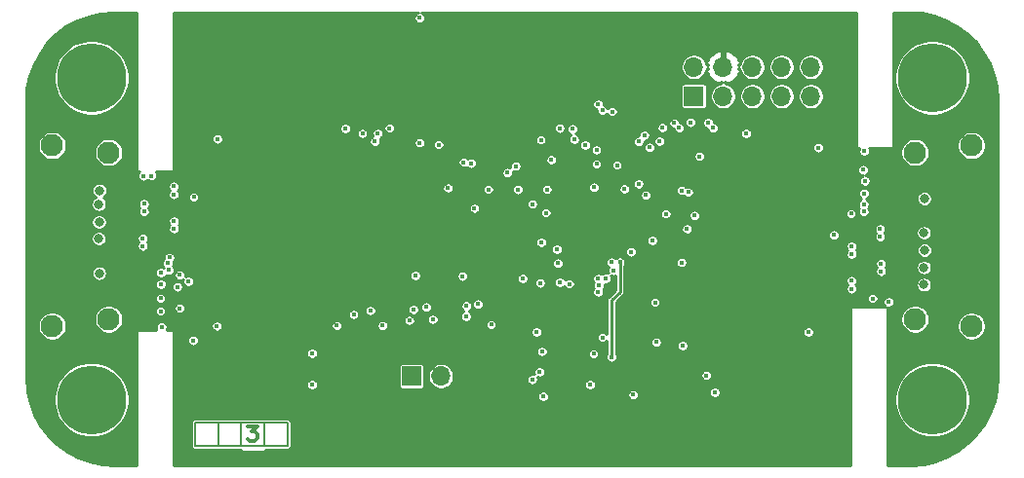
<source format=gbr>
%TF.GenerationSoftware,KiCad,Pcbnew,(5.1.10)-1*%
%TF.CreationDate,2021-07-15T21:59:58+02:00*%
%TF.ProjectId,PCB,5043422e-6b69-4636-9164-5f7063625858,rev?*%
%TF.SameCoordinates,Original*%
%TF.FileFunction,Copper,L3,Inr*%
%TF.FilePolarity,Positive*%
%FSLAX46Y46*%
G04 Gerber Fmt 4.6, Leading zero omitted, Abs format (unit mm)*
G04 Created by KiCad (PCBNEW (5.1.10)-1) date 2021-07-15 21:59:58*
%MOMM*%
%LPD*%
G01*
G04 APERTURE LIST*
%TA.AperFunction,NonConductor*%
%ADD10C,0.300000*%
%TD*%
%TA.AperFunction,ComponentPad*%
%ADD11C,6.000000*%
%TD*%
%TA.AperFunction,ComponentPad*%
%ADD12O,1.700000X1.700000*%
%TD*%
%TA.AperFunction,ComponentPad*%
%ADD13R,1.700000X1.700000*%
%TD*%
%TA.AperFunction,ComponentPad*%
%ADD14C,1.950000*%
%TD*%
%TA.AperFunction,ViaPad*%
%ADD15C,0.800000*%
%TD*%
%TA.AperFunction,ViaPad*%
%ADD16C,0.450000*%
%TD*%
%TA.AperFunction,Conductor*%
%ADD17C,0.152400*%
%TD*%
%TA.AperFunction,Conductor*%
%ADD18C,0.254000*%
%TD*%
%TA.AperFunction,Conductor*%
%ADD19C,0.100000*%
%TD*%
G04 APERTURE END LIST*
D10*
X121566666Y-121238095D02*
X122371428Y-121238095D01*
X121938095Y-121733333D01*
X122123809Y-121733333D01*
X122247619Y-121795238D01*
X122309523Y-121857142D01*
X122371428Y-121980952D01*
X122371428Y-122290476D01*
X122309523Y-122414285D01*
X122247619Y-122476190D01*
X122123809Y-122538095D01*
X121752380Y-122538095D01*
X121628571Y-122476190D01*
X121566666Y-122414285D01*
D11*
%TO.N,GND*%
%TO.C,REF\u002A\u002A*%
X108000000Y-118950000D03*
%TD*%
%TO.N,GND*%
%TO.C,REF\u002A\u002A*%
X181000000Y-118950000D03*
%TD*%
%TO.N,GND*%
%TO.C,REF\u002A\u002A*%
X181000000Y-90950000D03*
%TD*%
%TO.N,GND*%
%TO.C,REF\u002A\u002A*%
X108000000Y-90950000D03*
%TD*%
D12*
%TO.N,GND*%
%TO.C,J1*%
X170460000Y-90010000D03*
%TO.N,/TDI*%
X170460000Y-92550000D03*
%TO.N,N/C*%
X167920000Y-90010000D03*
X167920000Y-92550000D03*
X165380000Y-90010000D03*
%TO.N,/TMS*%
X165380000Y-92550000D03*
%TO.N,+3V3*%
X162840000Y-90010000D03*
%TO.N,/TDO*%
X162840000Y-92550000D03*
%TO.N,GND*%
X160300000Y-90010000D03*
D13*
%TO.N,/TCK*%
X160300000Y-92550000D03*
%TD*%
D14*
%TO.N,GND*%
%TO.C,J4*%
X179500000Y-97450000D03*
X179500000Y-111950000D03*
X184400000Y-96850000D03*
X184400000Y-112550000D03*
%TD*%
%TO.N,GND*%
%TO.C,J2*%
X104590000Y-96850000D03*
X104590000Y-112550000D03*
X109490000Y-97450000D03*
X109490000Y-111950000D03*
%TD*%
D12*
%TO.N,GND*%
%TO.C,J3*%
X138340000Y-116900000D03*
D13*
%TO.N,+5V*%
X135800000Y-116900000D03*
%TD*%
D15*
%TO.N,GND*%
X108650000Y-101950000D03*
X180275000Y-107450000D03*
X180300000Y-101450000D03*
X180310000Y-105950000D03*
X180275000Y-104450000D03*
X180275000Y-108950000D03*
X108700000Y-100750000D03*
X108655000Y-103500000D03*
X108640000Y-104950000D03*
X108675000Y-107950000D03*
D16*
X175810000Y-110150000D03*
X175040000Y-102590000D03*
X175040000Y-101950000D03*
X175070000Y-101020000D03*
X175140000Y-99930000D03*
X175100000Y-97330000D03*
X170230000Y-113080000D03*
X159220000Y-107030000D03*
X160360000Y-102930000D03*
X113220000Y-99490000D03*
X114080000Y-112620000D03*
X114020000Y-108920000D03*
X114020000Y-107910000D03*
X133870000Y-95338222D03*
X132610000Y-96490000D03*
X118930000Y-96280000D03*
X132200000Y-111200000D03*
X129300000Y-112510000D03*
X118890000Y-112540000D03*
X115450000Y-109140000D03*
X114620000Y-107090000D03*
X116870000Y-101330000D03*
X114760000Y-106570000D03*
X112490000Y-99480000D03*
X172450000Y-104620000D03*
X177230000Y-110440000D03*
X130050000Y-95370000D03*
X147212000Y-118665200D03*
X151276000Y-117649200D03*
X155035200Y-118512800D03*
X157016400Y-113940800D03*
X162096400Y-118309600D03*
X159302400Y-114245600D03*
X161385200Y-116836400D03*
X155492400Y-100177600D03*
X153612800Y-98548400D03*
X157575200Y-95297200D03*
X151834800Y-97227600D03*
X149752000Y-95398800D03*
X149904400Y-96313200D03*
X147923200Y-98091200D03*
X144824400Y-98650000D03*
X148646120Y-95332790D03*
X136493200Y-85746800D03*
X146907200Y-116531600D03*
X142690800Y-112416800D03*
X141556282Y-110639126D03*
X140205754Y-108209440D03*
X151580800Y-114956800D03*
X156914800Y-110486400D03*
X140506400Y-111705600D03*
X145018151Y-100672551D03*
X174999600Y-98954800D03*
X173932800Y-102764800D03*
X157321200Y-96465600D03*
X113988800Y-110130800D03*
X113988800Y-111248400D03*
X135940800Y-111099600D03*
X133272547Y-112495820D03*
X137617200Y-111963200D03*
X138125200Y-96774000D03*
X140309600Y-98298000D03*
%TO.N,+3V3*%
X148736000Y-115668000D03*
X156864000Y-117954000D03*
X172459600Y-113940800D03*
X133445200Y-113636000D03*
X141166800Y-112213600D03*
X148024800Y-95398800D03*
X145344143Y-112580943D03*
X150971200Y-114194800D03*
X158513667Y-106933036D03*
X153511200Y-94636800D03*
X146348400Y-90866589D03*
X137362023Y-100893144D03*
X142223634Y-96023881D03*
X139488743Y-96617797D03*
X142386000Y-93722400D03*
X140336400Y-109374455D03*
X143185137Y-99989972D03*
X165754000Y-100224800D03*
X158743600Y-97837200D03*
X141935200Y-101178150D03*
%TO.N,+1V2*%
X147008800Y-96364000D03*
X151631600Y-100478800D03*
X151834800Y-98446800D03*
X153866800Y-106981200D03*
X153149300Y-115227100D03*
%TO.N,+5V*%
X171088000Y-97024400D03*
X164839600Y-95805200D03*
%TO.N,/TDI*%
X160786394Y-97785094D03*
X154273200Y-100631200D03*
%TO.N,/SDA_IN*%
X115665200Y-110994400D03*
%TO.N,/UTIL_IN*%
X115665200Y-108102400D03*
%TO.N,/CK_IN_N*%
X112460000Y-105602000D03*
%TO.N,/CK_IN_P*%
X112460000Y-104898000D03*
%TO.N,/D1_IN_N*%
X112563067Y-102602000D03*
%TO.N,/D1_IN_P*%
X112563067Y-101898000D03*
%TO.N,/HPD_IN*%
X116833600Y-113788400D03*
%TO.N,/SCL_IN*%
X116427200Y-108657600D03*
%TO.N,/CEC_IN*%
X114715025Y-107684860D03*
%TO.N,/D0_IN_N*%
X115170000Y-104102000D03*
%TO.N,/D0_IN_P*%
X115170000Y-103398000D03*
%TO.N,/D2_IN_N*%
X115150000Y-101102000D03*
%TO.N,/D2_IN_P*%
X115150000Y-100398000D03*
%TO.N,/SDA_OUT*%
X159022834Y-95322434D03*
%TO.N,/UTIL_OUT*%
X161541693Y-94867256D03*
%TO.N,/CK_OUT_N*%
X176470000Y-104098000D03*
%TO.N,/CK_OUT_P*%
X176470000Y-104802000D03*
%TO.N,/D1_OUT_N*%
X176542237Y-107098000D03*
%TO.N,/D1_OUT_P*%
X176542237Y-107802000D03*
%TO.N,/HPD_OUT*%
X158596872Y-94896472D03*
%TO.N,/SCL_OUT*%
X160011968Y-94835878D03*
%TO.N,/CEC_OUT*%
X161967656Y-95320856D03*
%TO.N,/D0_OUT_N*%
X173995598Y-105598000D03*
%TO.N,/D0_OUT_P*%
X173995598Y-106302000D03*
%TO.N,/D2_OUT_N*%
X173992598Y-108598000D03*
%TO.N,/D2_OUT_P*%
X173992598Y-109302000D03*
%TO.N,/DONE*%
X156123409Y-101168591D03*
%TO.N,/DQ7*%
X138950000Y-100550000D03*
%TO.N,/DQ6*%
X153138456Y-106998023D03*
%TO.N,/DQ5*%
X153300000Y-107700000D03*
%TO.N,/DQ4*%
X140963600Y-98396000D03*
%TO.N,/DQM*%
X142447190Y-100672190D03*
%TO.N,/CLK*%
X146268591Y-101931409D03*
X150850000Y-96800000D03*
X147531755Y-100673614D03*
%TO.N,/CKE*%
X141250000Y-102296390D03*
%TO.N,/A12*%
X152350000Y-93800000D03*
%TO.N,/A11*%
X152000000Y-93250000D03*
%TO.N,/A9*%
X153200000Y-93900000D03*
%TO.N,/A8*%
X155500000Y-96500000D03*
%TO.N,/A7*%
X156000000Y-95950000D03*
%TO.N,/A6*%
X156441782Y-97008591D03*
%TO.N,/A5*%
X147443591Y-102696390D03*
%TO.N,/A4*%
X152000000Y-109600000D03*
%TO.N,/A3*%
X152650000Y-108400000D03*
%TO.N,/A2*%
X151990401Y-108400732D03*
%TO.N,/A1*%
X152052782Y-108999905D03*
%TO.N,/A0*%
X147049336Y-105260360D03*
%TO.N,/A10*%
X148408251Y-105866749D03*
%TO.N,/BA1*%
X148500002Y-107075000D03*
%TO.N,/BA0*%
X149475000Y-108875000D03*
%TO.N,/CS#*%
X148650000Y-108750000D03*
%TO.N,/RAS#*%
X146250000Y-117200000D03*
%TO.N,/CAS#*%
X146950000Y-108800000D03*
%TO.N,/WE#*%
X145425000Y-108425000D03*
%TO.N,/DQ3*%
X157850000Y-102800000D03*
%TO.N,/DQ2*%
X146645744Y-113054256D03*
%TO.N,/DQ1*%
X147100000Y-114753600D03*
%TO.N,/DQ0*%
X159700000Y-104100000D03*
%TO.N,Net-(U2-Pad43)*%
X154850000Y-106100000D03*
%TO.N,/VDDQ_RAM*%
X137052000Y-110892800D03*
X131514800Y-95805200D03*
X136493200Y-96617586D03*
X132861344Y-95780144D03*
X136117049Y-108152286D03*
X135585200Y-112064800D03*
%TO.N,/VDD_RAM*%
X140557200Y-110791200D03*
X130752800Y-111553200D03*
X127152400Y-117652800D03*
X127152400Y-114909600D03*
%TO.N,/CS*%
X152342800Y-113534400D03*
%TO.N,/SCK*%
X159216744Y-100748744D03*
%TO.N,/SO*%
X159800952Y-100895675D03*
%TO.N,/SI*%
X156677640Y-105110539D03*
%TO.N,Net-(R19-Pad1)*%
X144105292Y-99212400D03*
%TD*%
D17*
%TO.N,*%
X123000000Y-120950000D02*
X123000000Y-122950000D01*
X121000000Y-120950000D02*
X121000000Y-122950000D01*
X119000000Y-120950000D02*
X121000000Y-120950000D01*
X119000000Y-120950000D02*
X119000000Y-122950000D01*
X125000000Y-120950000D02*
X125000000Y-122950000D01*
X123000000Y-120950000D02*
X125000000Y-120950000D01*
X121000000Y-120950000D02*
X123000000Y-120950000D01*
X117000000Y-120950000D02*
X119000000Y-120950000D01*
X125000000Y-122950000D02*
X117000000Y-122950000D01*
X117000000Y-122950000D02*
X117000000Y-120950000D01*
D18*
%TO.N,+1V2*%
X153149300Y-115227100D02*
X153149300Y-110286800D01*
X153866800Y-109569300D02*
X153866800Y-106981200D01*
X153149300Y-110286800D02*
X153866800Y-109569300D01*
%TD*%
%TO.N,+3V3*%
X111873000Y-98999999D02*
X111875440Y-99024775D01*
X111882667Y-99048600D01*
X111894403Y-99070556D01*
X111910197Y-99089802D01*
X111929443Y-99105596D01*
X111951399Y-99117332D01*
X111975223Y-99124559D01*
X112000000Y-99126999D01*
X112129671Y-99126999D01*
X112098207Y-99158463D01*
X112043006Y-99241077D01*
X112004983Y-99332872D01*
X111985600Y-99430321D01*
X111985600Y-99529679D01*
X112004983Y-99627128D01*
X112043006Y-99718923D01*
X112098207Y-99801537D01*
X112168463Y-99871793D01*
X112251077Y-99926994D01*
X112342872Y-99965017D01*
X112440321Y-99984400D01*
X112539679Y-99984400D01*
X112637128Y-99965017D01*
X112728923Y-99926994D01*
X112811537Y-99871793D01*
X112850000Y-99833330D01*
X112898463Y-99881793D01*
X112981077Y-99936994D01*
X113072872Y-99975017D01*
X113170321Y-99994400D01*
X113269679Y-99994400D01*
X113367128Y-99975017D01*
X113458923Y-99936994D01*
X113541537Y-99881793D01*
X113611793Y-99811537D01*
X113666994Y-99728923D01*
X113705017Y-99637128D01*
X113724400Y-99539679D01*
X113724400Y-99440321D01*
X113705017Y-99342872D01*
X113666994Y-99251077D01*
X113611793Y-99168463D01*
X113606051Y-99162721D01*
X143600892Y-99162721D01*
X143600892Y-99262079D01*
X143620275Y-99359528D01*
X143658298Y-99451323D01*
X143713499Y-99533937D01*
X143783755Y-99604193D01*
X143866369Y-99659394D01*
X143958164Y-99697417D01*
X144055613Y-99716800D01*
X144154971Y-99716800D01*
X144252420Y-99697417D01*
X144344215Y-99659394D01*
X144426829Y-99604193D01*
X144497085Y-99533937D01*
X144552286Y-99451323D01*
X144590309Y-99359528D01*
X144609692Y-99262079D01*
X144609692Y-99162721D01*
X144597619Y-99102023D01*
X144677272Y-99135017D01*
X144774721Y-99154400D01*
X144874079Y-99154400D01*
X144971528Y-99135017D01*
X145063323Y-99096994D01*
X145145937Y-99041793D01*
X145216193Y-98971537D01*
X145271394Y-98888923D01*
X145309417Y-98797128D01*
X145328800Y-98699679D01*
X145328800Y-98600321D01*
X145309417Y-98502872D01*
X145271394Y-98411077D01*
X145216193Y-98328463D01*
X145145937Y-98258207D01*
X145063323Y-98203006D01*
X144971528Y-98164983D01*
X144874079Y-98145600D01*
X144774721Y-98145600D01*
X144677272Y-98164983D01*
X144585477Y-98203006D01*
X144502863Y-98258207D01*
X144432607Y-98328463D01*
X144377406Y-98411077D01*
X144339383Y-98502872D01*
X144320000Y-98600321D01*
X144320000Y-98699679D01*
X144332073Y-98760377D01*
X144252420Y-98727383D01*
X144154971Y-98708000D01*
X144055613Y-98708000D01*
X143958164Y-98727383D01*
X143866369Y-98765406D01*
X143783755Y-98820607D01*
X143713499Y-98890863D01*
X143658298Y-98973477D01*
X143620275Y-99065272D01*
X143600892Y-99162721D01*
X113606051Y-99162721D01*
X113570330Y-99127000D01*
X115000000Y-99127000D01*
X115024776Y-99124560D01*
X115048601Y-99117333D01*
X115070557Y-99105597D01*
X115089803Y-99089803D01*
X115105597Y-99070557D01*
X115117333Y-99048601D01*
X115124560Y-99024776D01*
X115127000Y-99000000D01*
X115127000Y-98248321D01*
X139805200Y-98248321D01*
X139805200Y-98347679D01*
X139824583Y-98445128D01*
X139862606Y-98536923D01*
X139917807Y-98619537D01*
X139988063Y-98689793D01*
X140070677Y-98744994D01*
X140162472Y-98783017D01*
X140259921Y-98802400D01*
X140359279Y-98802400D01*
X140456728Y-98783017D01*
X140548523Y-98744994D01*
X140578940Y-98724670D01*
X140642063Y-98787793D01*
X140724677Y-98842994D01*
X140816472Y-98881017D01*
X140913921Y-98900400D01*
X141013279Y-98900400D01*
X141110728Y-98881017D01*
X141202523Y-98842994D01*
X141285137Y-98787793D01*
X141355393Y-98717537D01*
X141410594Y-98634923D01*
X141448617Y-98543128D01*
X141468000Y-98445679D01*
X141468000Y-98346321D01*
X141448617Y-98248872D01*
X141410594Y-98157077D01*
X141355393Y-98074463D01*
X141322451Y-98041521D01*
X147418800Y-98041521D01*
X147418800Y-98140879D01*
X147438183Y-98238328D01*
X147476206Y-98330123D01*
X147531407Y-98412737D01*
X147601663Y-98482993D01*
X147684277Y-98538194D01*
X147776072Y-98576217D01*
X147873521Y-98595600D01*
X147972879Y-98595600D01*
X148070328Y-98576217D01*
X148162123Y-98538194D01*
X148244737Y-98482993D01*
X148314993Y-98412737D01*
X148325427Y-98397121D01*
X151330400Y-98397121D01*
X151330400Y-98496479D01*
X151349783Y-98593928D01*
X151387806Y-98685723D01*
X151443007Y-98768337D01*
X151513263Y-98838593D01*
X151595877Y-98893794D01*
X151687672Y-98931817D01*
X151785121Y-98951200D01*
X151884479Y-98951200D01*
X151981928Y-98931817D01*
X152073723Y-98893794D01*
X152156337Y-98838593D01*
X152226593Y-98768337D01*
X152281794Y-98685723D01*
X152319817Y-98593928D01*
X152338754Y-98498721D01*
X153108400Y-98498721D01*
X153108400Y-98598079D01*
X153127783Y-98695528D01*
X153165806Y-98787323D01*
X153221007Y-98869937D01*
X153291263Y-98940193D01*
X153373877Y-98995394D01*
X153465672Y-99033417D01*
X153563121Y-99052800D01*
X153662479Y-99052800D01*
X153759928Y-99033417D01*
X153851723Y-98995394D01*
X153934337Y-98940193D01*
X153969409Y-98905121D01*
X174495200Y-98905121D01*
X174495200Y-99004479D01*
X174514583Y-99101928D01*
X174552606Y-99193723D01*
X174607807Y-99276337D01*
X174678063Y-99346593D01*
X174760677Y-99401794D01*
X174852472Y-99439817D01*
X174949921Y-99459200D01*
X174958549Y-99459200D01*
X174901077Y-99483006D01*
X174818463Y-99538207D01*
X174748207Y-99608463D01*
X174693006Y-99691077D01*
X174654983Y-99782872D01*
X174635600Y-99880321D01*
X174635600Y-99979679D01*
X174654983Y-100077128D01*
X174693006Y-100168923D01*
X174748207Y-100251537D01*
X174818463Y-100321793D01*
X174901077Y-100376994D01*
X174992872Y-100415017D01*
X175090321Y-100434400D01*
X175189679Y-100434400D01*
X175287128Y-100415017D01*
X175378923Y-100376994D01*
X175461537Y-100321793D01*
X175531793Y-100251537D01*
X175586994Y-100168923D01*
X175625017Y-100077128D01*
X175644400Y-99979679D01*
X175644400Y-99880321D01*
X175625017Y-99782872D01*
X175586994Y-99691077D01*
X175531793Y-99608463D01*
X175461537Y-99538207D01*
X175378923Y-99483006D01*
X175287128Y-99444983D01*
X175189679Y-99425600D01*
X175181051Y-99425600D01*
X175238523Y-99401794D01*
X175321137Y-99346593D01*
X175391393Y-99276337D01*
X175446594Y-99193723D01*
X175484617Y-99101928D01*
X175504000Y-99004479D01*
X175504000Y-98905121D01*
X175484617Y-98807672D01*
X175446594Y-98715877D01*
X175391393Y-98633263D01*
X175321137Y-98563007D01*
X175238523Y-98507806D01*
X175146728Y-98469783D01*
X175049279Y-98450400D01*
X174949921Y-98450400D01*
X174852472Y-98469783D01*
X174760677Y-98507806D01*
X174678063Y-98563007D01*
X174607807Y-98633263D01*
X174552606Y-98715877D01*
X174514583Y-98807672D01*
X174495200Y-98905121D01*
X153969409Y-98905121D01*
X154004593Y-98869937D01*
X154059794Y-98787323D01*
X154097817Y-98695528D01*
X154117200Y-98598079D01*
X154117200Y-98498721D01*
X154097817Y-98401272D01*
X154059794Y-98309477D01*
X154004593Y-98226863D01*
X153934337Y-98156607D01*
X153851723Y-98101406D01*
X153759928Y-98063383D01*
X153662479Y-98044000D01*
X153563121Y-98044000D01*
X153465672Y-98063383D01*
X153373877Y-98101406D01*
X153291263Y-98156607D01*
X153221007Y-98226863D01*
X153165806Y-98309477D01*
X153127783Y-98401272D01*
X153108400Y-98498721D01*
X152338754Y-98498721D01*
X152339200Y-98496479D01*
X152339200Y-98397121D01*
X152319817Y-98299672D01*
X152281794Y-98207877D01*
X152226593Y-98125263D01*
X152156337Y-98055007D01*
X152073723Y-97999806D01*
X151981928Y-97961783D01*
X151884479Y-97942400D01*
X151785121Y-97942400D01*
X151687672Y-97961783D01*
X151595877Y-97999806D01*
X151513263Y-98055007D01*
X151443007Y-98125263D01*
X151387806Y-98207877D01*
X151349783Y-98299672D01*
X151330400Y-98397121D01*
X148325427Y-98397121D01*
X148370194Y-98330123D01*
X148408217Y-98238328D01*
X148427600Y-98140879D01*
X148427600Y-98041521D01*
X148408217Y-97944072D01*
X148370194Y-97852277D01*
X148314993Y-97769663D01*
X148280745Y-97735415D01*
X160281994Y-97735415D01*
X160281994Y-97834773D01*
X160301377Y-97932222D01*
X160339400Y-98024017D01*
X160394601Y-98106631D01*
X160464857Y-98176887D01*
X160547471Y-98232088D01*
X160639266Y-98270111D01*
X160736715Y-98289494D01*
X160836073Y-98289494D01*
X160933522Y-98270111D01*
X161025317Y-98232088D01*
X161107931Y-98176887D01*
X161178187Y-98106631D01*
X161233388Y-98024017D01*
X161271411Y-97932222D01*
X161290794Y-97834773D01*
X161290794Y-97735415D01*
X161271411Y-97637966D01*
X161233388Y-97546171D01*
X161178187Y-97463557D01*
X161107931Y-97393301D01*
X161025317Y-97338100D01*
X160933522Y-97300077D01*
X160836073Y-97280694D01*
X160736715Y-97280694D01*
X160639266Y-97300077D01*
X160547471Y-97338100D01*
X160464857Y-97393301D01*
X160394601Y-97463557D01*
X160339400Y-97546171D01*
X160301377Y-97637966D01*
X160281994Y-97735415D01*
X148280745Y-97735415D01*
X148244737Y-97699407D01*
X148162123Y-97644206D01*
X148070328Y-97606183D01*
X147972879Y-97586800D01*
X147873521Y-97586800D01*
X147776072Y-97606183D01*
X147684277Y-97644206D01*
X147601663Y-97699407D01*
X147531407Y-97769663D01*
X147476206Y-97852277D01*
X147438183Y-97944072D01*
X147418800Y-98041521D01*
X141322451Y-98041521D01*
X141285137Y-98004207D01*
X141202523Y-97949006D01*
X141110728Y-97910983D01*
X141013279Y-97891600D01*
X140913921Y-97891600D01*
X140816472Y-97910983D01*
X140724677Y-97949006D01*
X140694260Y-97969330D01*
X140631137Y-97906207D01*
X140548523Y-97851006D01*
X140456728Y-97812983D01*
X140359279Y-97793600D01*
X140259921Y-97793600D01*
X140162472Y-97812983D01*
X140070677Y-97851006D01*
X139988063Y-97906207D01*
X139917807Y-97976463D01*
X139862606Y-98059077D01*
X139824583Y-98150872D01*
X139805200Y-98248321D01*
X115127000Y-98248321D01*
X115127000Y-96230321D01*
X118425600Y-96230321D01*
X118425600Y-96329679D01*
X118444983Y-96427128D01*
X118483006Y-96518923D01*
X118538207Y-96601537D01*
X118608463Y-96671793D01*
X118691077Y-96726994D01*
X118782872Y-96765017D01*
X118880321Y-96784400D01*
X118979679Y-96784400D01*
X119077128Y-96765017D01*
X119168923Y-96726994D01*
X119251537Y-96671793D01*
X119321793Y-96601537D01*
X119376994Y-96518923D01*
X119409552Y-96440321D01*
X132105600Y-96440321D01*
X132105600Y-96539679D01*
X132124983Y-96637128D01*
X132163006Y-96728923D01*
X132218207Y-96811537D01*
X132288463Y-96881793D01*
X132371077Y-96936994D01*
X132462872Y-96975017D01*
X132560321Y-96994400D01*
X132659679Y-96994400D01*
X132757128Y-96975017D01*
X132848923Y-96936994D01*
X132931537Y-96881793D01*
X133001793Y-96811537D01*
X133056994Y-96728923D01*
X133095017Y-96637128D01*
X133108785Y-96567907D01*
X135988800Y-96567907D01*
X135988800Y-96667265D01*
X136008183Y-96764714D01*
X136046206Y-96856509D01*
X136101407Y-96939123D01*
X136171663Y-97009379D01*
X136254277Y-97064580D01*
X136346072Y-97102603D01*
X136443521Y-97121986D01*
X136542879Y-97121986D01*
X136640328Y-97102603D01*
X136732123Y-97064580D01*
X136814737Y-97009379D01*
X136884993Y-96939123D01*
X136940194Y-96856509D01*
X136978217Y-96764714D01*
X136986251Y-96724321D01*
X137620800Y-96724321D01*
X137620800Y-96823679D01*
X137640183Y-96921128D01*
X137678206Y-97012923D01*
X137733407Y-97095537D01*
X137803663Y-97165793D01*
X137886277Y-97220994D01*
X137978072Y-97259017D01*
X138075521Y-97278400D01*
X138174879Y-97278400D01*
X138272328Y-97259017D01*
X138364123Y-97220994D01*
X138446737Y-97165793D01*
X138516993Y-97095537D01*
X138572194Y-97012923D01*
X138610217Y-96921128D01*
X138629600Y-96823679D01*
X138629600Y-96724321D01*
X138610217Y-96626872D01*
X138572194Y-96535077D01*
X138516993Y-96452463D01*
X138446737Y-96382207D01*
X138364123Y-96327006D01*
X138333499Y-96314321D01*
X146504400Y-96314321D01*
X146504400Y-96413679D01*
X146523783Y-96511128D01*
X146561806Y-96602923D01*
X146617007Y-96685537D01*
X146687263Y-96755793D01*
X146769877Y-96810994D01*
X146861672Y-96849017D01*
X146959121Y-96868400D01*
X147058479Y-96868400D01*
X147155928Y-96849017D01*
X147247723Y-96810994D01*
X147330337Y-96755793D01*
X147400593Y-96685537D01*
X147455794Y-96602923D01*
X147493817Y-96511128D01*
X147513200Y-96413679D01*
X147513200Y-96314321D01*
X147493817Y-96216872D01*
X147455794Y-96125077D01*
X147400593Y-96042463D01*
X147330337Y-95972207D01*
X147247723Y-95917006D01*
X147155928Y-95878983D01*
X147058479Y-95859600D01*
X146959121Y-95859600D01*
X146861672Y-95878983D01*
X146769877Y-95917006D01*
X146687263Y-95972207D01*
X146617007Y-96042463D01*
X146561806Y-96125077D01*
X146523783Y-96216872D01*
X146504400Y-96314321D01*
X138333499Y-96314321D01*
X138272328Y-96288983D01*
X138174879Y-96269600D01*
X138075521Y-96269600D01*
X137978072Y-96288983D01*
X137886277Y-96327006D01*
X137803663Y-96382207D01*
X137733407Y-96452463D01*
X137678206Y-96535077D01*
X137640183Y-96626872D01*
X137620800Y-96724321D01*
X136986251Y-96724321D01*
X136997600Y-96667265D01*
X136997600Y-96567907D01*
X136978217Y-96470458D01*
X136940194Y-96378663D01*
X136884993Y-96296049D01*
X136814737Y-96225793D01*
X136732123Y-96170592D01*
X136640328Y-96132569D01*
X136542879Y-96113186D01*
X136443521Y-96113186D01*
X136346072Y-96132569D01*
X136254277Y-96170592D01*
X136171663Y-96225793D01*
X136101407Y-96296049D01*
X136046206Y-96378663D01*
X136008183Y-96470458D01*
X135988800Y-96567907D01*
X133108785Y-96567907D01*
X133114400Y-96539679D01*
X133114400Y-96440321D01*
X133095017Y-96342872D01*
X133056994Y-96251077D01*
X133053846Y-96246366D01*
X133100267Y-96227138D01*
X133182881Y-96171937D01*
X133253137Y-96101681D01*
X133308338Y-96019067D01*
X133346361Y-95927272D01*
X133365744Y-95829823D01*
X133365744Y-95730465D01*
X133346361Y-95633016D01*
X133308338Y-95541221D01*
X133253137Y-95458607D01*
X133182881Y-95388351D01*
X133100267Y-95333150D01*
X133008472Y-95295127D01*
X132975371Y-95288543D01*
X133365600Y-95288543D01*
X133365600Y-95387901D01*
X133384983Y-95485350D01*
X133423006Y-95577145D01*
X133478207Y-95659759D01*
X133548463Y-95730015D01*
X133631077Y-95785216D01*
X133722872Y-95823239D01*
X133820321Y-95842622D01*
X133919679Y-95842622D01*
X134017128Y-95823239D01*
X134108923Y-95785216D01*
X134191537Y-95730015D01*
X134261793Y-95659759D01*
X134316994Y-95577145D01*
X134355017Y-95485350D01*
X134374400Y-95387901D01*
X134374400Y-95288543D01*
X134373320Y-95283111D01*
X148141720Y-95283111D01*
X148141720Y-95382469D01*
X148161103Y-95479918D01*
X148199126Y-95571713D01*
X148254327Y-95654327D01*
X148324583Y-95724583D01*
X148407197Y-95779784D01*
X148498992Y-95817807D01*
X148596441Y-95837190D01*
X148695799Y-95837190D01*
X148793248Y-95817807D01*
X148885043Y-95779784D01*
X148967657Y-95724583D01*
X149037913Y-95654327D01*
X149093114Y-95571713D01*
X149131137Y-95479918D01*
X149150520Y-95382469D01*
X149150520Y-95349121D01*
X149247600Y-95349121D01*
X149247600Y-95448479D01*
X149266983Y-95545928D01*
X149305006Y-95637723D01*
X149360207Y-95720337D01*
X149430463Y-95790593D01*
X149513077Y-95845794D01*
X149604872Y-95883817D01*
X149631264Y-95889066D01*
X149582863Y-95921407D01*
X149512607Y-95991663D01*
X149457406Y-96074277D01*
X149419383Y-96166072D01*
X149400000Y-96263521D01*
X149400000Y-96362879D01*
X149419383Y-96460328D01*
X149457406Y-96552123D01*
X149512607Y-96634737D01*
X149582863Y-96704993D01*
X149665477Y-96760194D01*
X149757272Y-96798217D01*
X149854721Y-96817600D01*
X149954079Y-96817600D01*
X150051528Y-96798217D01*
X150143323Y-96760194D01*
X150158098Y-96750321D01*
X150345600Y-96750321D01*
X150345600Y-96849679D01*
X150364983Y-96947128D01*
X150403006Y-97038923D01*
X150458207Y-97121537D01*
X150528463Y-97191793D01*
X150611077Y-97246994D01*
X150702872Y-97285017D01*
X150800321Y-97304400D01*
X150899679Y-97304400D01*
X150997128Y-97285017D01*
X151088923Y-97246994D01*
X151171537Y-97191793D01*
X151185409Y-97177921D01*
X151330400Y-97177921D01*
X151330400Y-97277279D01*
X151349783Y-97374728D01*
X151387806Y-97466523D01*
X151443007Y-97549137D01*
X151513263Y-97619393D01*
X151595877Y-97674594D01*
X151687672Y-97712617D01*
X151785121Y-97732000D01*
X151884479Y-97732000D01*
X151981928Y-97712617D01*
X152073723Y-97674594D01*
X152156337Y-97619393D01*
X152226593Y-97549137D01*
X152281794Y-97466523D01*
X152319817Y-97374728D01*
X152339200Y-97277279D01*
X152339200Y-97177921D01*
X152319817Y-97080472D01*
X152281794Y-96988677D01*
X152226593Y-96906063D01*
X152156337Y-96835807D01*
X152073723Y-96780606D01*
X151981928Y-96742583D01*
X151884479Y-96723200D01*
X151785121Y-96723200D01*
X151687672Y-96742583D01*
X151595877Y-96780606D01*
X151513263Y-96835807D01*
X151443007Y-96906063D01*
X151387806Y-96988677D01*
X151349783Y-97080472D01*
X151330400Y-97177921D01*
X151185409Y-97177921D01*
X151241793Y-97121537D01*
X151296994Y-97038923D01*
X151335017Y-96947128D01*
X151354400Y-96849679D01*
X151354400Y-96750321D01*
X151335017Y-96652872D01*
X151296994Y-96561077D01*
X151241793Y-96478463D01*
X151213651Y-96450321D01*
X154995600Y-96450321D01*
X154995600Y-96549679D01*
X155014983Y-96647128D01*
X155053006Y-96738923D01*
X155108207Y-96821537D01*
X155178463Y-96891793D01*
X155261077Y-96946994D01*
X155352872Y-96985017D01*
X155450321Y-97004400D01*
X155549679Y-97004400D01*
X155647128Y-96985017D01*
X155710150Y-96958912D01*
X155937382Y-96958912D01*
X155937382Y-97058270D01*
X155956765Y-97155719D01*
X155994788Y-97247514D01*
X156049989Y-97330128D01*
X156120245Y-97400384D01*
X156202859Y-97455585D01*
X156294654Y-97493608D01*
X156392103Y-97512991D01*
X156491461Y-97512991D01*
X156588910Y-97493608D01*
X156680705Y-97455585D01*
X156763319Y-97400384D01*
X156833575Y-97330128D01*
X156888776Y-97247514D01*
X156926799Y-97155719D01*
X156946182Y-97058270D01*
X156946182Y-96974721D01*
X170583600Y-96974721D01*
X170583600Y-97074079D01*
X170602983Y-97171528D01*
X170641006Y-97263323D01*
X170696207Y-97345937D01*
X170766463Y-97416193D01*
X170849077Y-97471394D01*
X170940872Y-97509417D01*
X171038321Y-97528800D01*
X171137679Y-97528800D01*
X171235128Y-97509417D01*
X171326923Y-97471394D01*
X171409537Y-97416193D01*
X171479793Y-97345937D01*
X171534994Y-97263323D01*
X171573017Y-97171528D01*
X171592400Y-97074079D01*
X171592400Y-96974721D01*
X171573017Y-96877272D01*
X171534994Y-96785477D01*
X171479793Y-96702863D01*
X171409537Y-96632607D01*
X171326923Y-96577406D01*
X171235128Y-96539383D01*
X171137679Y-96520000D01*
X171038321Y-96520000D01*
X170940872Y-96539383D01*
X170849077Y-96577406D01*
X170766463Y-96632607D01*
X170696207Y-96702863D01*
X170641006Y-96785477D01*
X170602983Y-96877272D01*
X170583600Y-96974721D01*
X156946182Y-96974721D01*
X156946182Y-96958912D01*
X156926799Y-96861463D01*
X156888776Y-96769668D01*
X156833575Y-96687054D01*
X156763319Y-96616798D01*
X156680705Y-96561597D01*
X156588910Y-96523574D01*
X156491461Y-96504191D01*
X156392103Y-96504191D01*
X156294654Y-96523574D01*
X156202859Y-96561597D01*
X156120245Y-96616798D01*
X156049989Y-96687054D01*
X155994788Y-96769668D01*
X155956765Y-96861463D01*
X155937382Y-96958912D01*
X155710150Y-96958912D01*
X155738923Y-96946994D01*
X155821537Y-96891793D01*
X155891793Y-96821537D01*
X155946994Y-96738923D01*
X155985017Y-96647128D01*
X156004400Y-96549679D01*
X156004400Y-96454400D01*
X156049679Y-96454400D01*
X156147128Y-96435017D01*
X156193229Y-96415921D01*
X156816800Y-96415921D01*
X156816800Y-96515279D01*
X156836183Y-96612728D01*
X156874206Y-96704523D01*
X156929407Y-96787137D01*
X156999663Y-96857393D01*
X157082277Y-96912594D01*
X157174072Y-96950617D01*
X157271521Y-96970000D01*
X157370879Y-96970000D01*
X157468328Y-96950617D01*
X157560123Y-96912594D01*
X157642737Y-96857393D01*
X157712993Y-96787137D01*
X157768194Y-96704523D01*
X157806217Y-96612728D01*
X157825600Y-96515279D01*
X157825600Y-96415921D01*
X157806217Y-96318472D01*
X157768194Y-96226677D01*
X157712993Y-96144063D01*
X157642737Y-96073807D01*
X157560123Y-96018606D01*
X157468328Y-95980583D01*
X157370879Y-95961200D01*
X157271521Y-95961200D01*
X157174072Y-95980583D01*
X157082277Y-96018606D01*
X156999663Y-96073807D01*
X156929407Y-96144063D01*
X156874206Y-96226677D01*
X156836183Y-96318472D01*
X156816800Y-96415921D01*
X156193229Y-96415921D01*
X156238923Y-96396994D01*
X156321537Y-96341793D01*
X156391793Y-96271537D01*
X156446994Y-96188923D01*
X156485017Y-96097128D01*
X156504400Y-95999679D01*
X156504400Y-95900321D01*
X156485017Y-95802872D01*
X156446994Y-95711077D01*
X156391793Y-95628463D01*
X156321537Y-95558207D01*
X156238923Y-95503006D01*
X156147128Y-95464983D01*
X156049679Y-95445600D01*
X155950321Y-95445600D01*
X155852872Y-95464983D01*
X155761077Y-95503006D01*
X155678463Y-95558207D01*
X155608207Y-95628463D01*
X155553006Y-95711077D01*
X155514983Y-95802872D01*
X155495600Y-95900321D01*
X155495600Y-95995600D01*
X155450321Y-95995600D01*
X155352872Y-96014983D01*
X155261077Y-96053006D01*
X155178463Y-96108207D01*
X155108207Y-96178463D01*
X155053006Y-96261077D01*
X155014983Y-96352872D01*
X154995600Y-96450321D01*
X151213651Y-96450321D01*
X151171537Y-96408207D01*
X151088923Y-96353006D01*
X150997128Y-96314983D01*
X150899679Y-96295600D01*
X150800321Y-96295600D01*
X150702872Y-96314983D01*
X150611077Y-96353006D01*
X150528463Y-96408207D01*
X150458207Y-96478463D01*
X150403006Y-96561077D01*
X150364983Y-96652872D01*
X150345600Y-96750321D01*
X150158098Y-96750321D01*
X150225937Y-96704993D01*
X150296193Y-96634737D01*
X150351394Y-96552123D01*
X150389417Y-96460328D01*
X150408800Y-96362879D01*
X150408800Y-96263521D01*
X150389417Y-96166072D01*
X150351394Y-96074277D01*
X150296193Y-95991663D01*
X150225937Y-95921407D01*
X150143323Y-95866206D01*
X150051528Y-95828183D01*
X150025136Y-95822934D01*
X150073537Y-95790593D01*
X150143793Y-95720337D01*
X150198994Y-95637723D01*
X150237017Y-95545928D01*
X150256400Y-95448479D01*
X150256400Y-95349121D01*
X150237017Y-95251672D01*
X150235298Y-95247521D01*
X157070800Y-95247521D01*
X157070800Y-95346879D01*
X157090183Y-95444328D01*
X157128206Y-95536123D01*
X157183407Y-95618737D01*
X157253663Y-95688993D01*
X157336277Y-95744194D01*
X157428072Y-95782217D01*
X157525521Y-95801600D01*
X157624879Y-95801600D01*
X157722328Y-95782217D01*
X157814123Y-95744194D01*
X157896737Y-95688993D01*
X157966993Y-95618737D01*
X158022194Y-95536123D01*
X158060217Y-95444328D01*
X158079600Y-95346879D01*
X158079600Y-95247521D01*
X158060217Y-95150072D01*
X158022194Y-95058277D01*
X157966993Y-94975663D01*
X157896737Y-94905407D01*
X157814123Y-94850206D01*
X157805884Y-94846793D01*
X158092472Y-94846793D01*
X158092472Y-94946151D01*
X158111855Y-95043600D01*
X158149878Y-95135395D01*
X158205079Y-95218009D01*
X158275335Y-95288265D01*
X158357949Y-95343466D01*
X158449744Y-95381489D01*
X158523205Y-95396101D01*
X158537817Y-95469562D01*
X158575840Y-95561357D01*
X158631041Y-95643971D01*
X158701297Y-95714227D01*
X158783911Y-95769428D01*
X158875706Y-95807451D01*
X158973155Y-95826834D01*
X159072513Y-95826834D01*
X159169962Y-95807451D01*
X159261757Y-95769428D01*
X159344371Y-95714227D01*
X159414627Y-95643971D01*
X159469828Y-95561357D01*
X159507851Y-95469562D01*
X159527234Y-95372113D01*
X159527234Y-95272755D01*
X159507851Y-95175306D01*
X159469828Y-95083511D01*
X159414627Y-95000897D01*
X159344371Y-94930641D01*
X159261757Y-94875440D01*
X159169962Y-94837417D01*
X159096501Y-94822805D01*
X159089220Y-94786199D01*
X159507568Y-94786199D01*
X159507568Y-94885557D01*
X159526951Y-94983006D01*
X159564974Y-95074801D01*
X159620175Y-95157415D01*
X159690431Y-95227671D01*
X159773045Y-95282872D01*
X159864840Y-95320895D01*
X159962289Y-95340278D01*
X160061647Y-95340278D01*
X160159096Y-95320895D01*
X160250891Y-95282872D01*
X160333505Y-95227671D01*
X160403761Y-95157415D01*
X160458962Y-95074801D01*
X160496985Y-94983006D01*
X160516368Y-94885557D01*
X160516368Y-94817577D01*
X161037293Y-94817577D01*
X161037293Y-94916935D01*
X161056676Y-95014384D01*
X161094699Y-95106179D01*
X161149900Y-95188793D01*
X161220156Y-95259049D01*
X161302770Y-95314250D01*
X161394565Y-95352273D01*
X161463256Y-95365936D01*
X161463256Y-95370535D01*
X161482639Y-95467984D01*
X161520662Y-95559779D01*
X161575863Y-95642393D01*
X161646119Y-95712649D01*
X161728733Y-95767850D01*
X161820528Y-95805873D01*
X161917977Y-95825256D01*
X162017335Y-95825256D01*
X162114784Y-95805873D01*
X162206579Y-95767850D01*
X162225030Y-95755521D01*
X164335200Y-95755521D01*
X164335200Y-95854879D01*
X164354583Y-95952328D01*
X164392606Y-96044123D01*
X164447807Y-96126737D01*
X164518063Y-96196993D01*
X164600677Y-96252194D01*
X164692472Y-96290217D01*
X164789921Y-96309600D01*
X164889279Y-96309600D01*
X164986728Y-96290217D01*
X165078523Y-96252194D01*
X165161137Y-96196993D01*
X165231393Y-96126737D01*
X165286594Y-96044123D01*
X165324617Y-95952328D01*
X165344000Y-95854879D01*
X165344000Y-95755521D01*
X165324617Y-95658072D01*
X165286594Y-95566277D01*
X165231393Y-95483663D01*
X165161137Y-95413407D01*
X165078523Y-95358206D01*
X164986728Y-95320183D01*
X164889279Y-95300800D01*
X164789921Y-95300800D01*
X164692472Y-95320183D01*
X164600677Y-95358206D01*
X164518063Y-95413407D01*
X164447807Y-95483663D01*
X164392606Y-95566277D01*
X164354583Y-95658072D01*
X164335200Y-95755521D01*
X162225030Y-95755521D01*
X162289193Y-95712649D01*
X162359449Y-95642393D01*
X162414650Y-95559779D01*
X162452673Y-95467984D01*
X162472056Y-95370535D01*
X162472056Y-95271177D01*
X162452673Y-95173728D01*
X162414650Y-95081933D01*
X162359449Y-94999319D01*
X162289193Y-94929063D01*
X162206579Y-94873862D01*
X162114784Y-94835839D01*
X162046093Y-94822176D01*
X162046093Y-94817577D01*
X162026710Y-94720128D01*
X161988687Y-94628333D01*
X161933486Y-94545719D01*
X161863230Y-94475463D01*
X161780616Y-94420262D01*
X161688821Y-94382239D01*
X161591372Y-94362856D01*
X161492014Y-94362856D01*
X161394565Y-94382239D01*
X161302770Y-94420262D01*
X161220156Y-94475463D01*
X161149900Y-94545719D01*
X161094699Y-94628333D01*
X161056676Y-94720128D01*
X161037293Y-94817577D01*
X160516368Y-94817577D01*
X160516368Y-94786199D01*
X160496985Y-94688750D01*
X160458962Y-94596955D01*
X160403761Y-94514341D01*
X160333505Y-94444085D01*
X160250891Y-94388884D01*
X160159096Y-94350861D01*
X160061647Y-94331478D01*
X159962289Y-94331478D01*
X159864840Y-94350861D01*
X159773045Y-94388884D01*
X159690431Y-94444085D01*
X159620175Y-94514341D01*
X159564974Y-94596955D01*
X159526951Y-94688750D01*
X159507568Y-94786199D01*
X159089220Y-94786199D01*
X159081889Y-94749344D01*
X159043866Y-94657549D01*
X158988665Y-94574935D01*
X158918409Y-94504679D01*
X158835795Y-94449478D01*
X158744000Y-94411455D01*
X158646551Y-94392072D01*
X158547193Y-94392072D01*
X158449744Y-94411455D01*
X158357949Y-94449478D01*
X158275335Y-94504679D01*
X158205079Y-94574935D01*
X158149878Y-94657549D01*
X158111855Y-94749344D01*
X158092472Y-94846793D01*
X157805884Y-94846793D01*
X157722328Y-94812183D01*
X157624879Y-94792800D01*
X157525521Y-94792800D01*
X157428072Y-94812183D01*
X157336277Y-94850206D01*
X157253663Y-94905407D01*
X157183407Y-94975663D01*
X157128206Y-95058277D01*
X157090183Y-95150072D01*
X157070800Y-95247521D01*
X150235298Y-95247521D01*
X150198994Y-95159877D01*
X150143793Y-95077263D01*
X150073537Y-95007007D01*
X149990923Y-94951806D01*
X149899128Y-94913783D01*
X149801679Y-94894400D01*
X149702321Y-94894400D01*
X149604872Y-94913783D01*
X149513077Y-94951806D01*
X149430463Y-95007007D01*
X149360207Y-95077263D01*
X149305006Y-95159877D01*
X149266983Y-95251672D01*
X149247600Y-95349121D01*
X149150520Y-95349121D01*
X149150520Y-95283111D01*
X149131137Y-95185662D01*
X149093114Y-95093867D01*
X149037913Y-95011253D01*
X148967657Y-94940997D01*
X148885043Y-94885796D01*
X148793248Y-94847773D01*
X148695799Y-94828390D01*
X148596441Y-94828390D01*
X148498992Y-94847773D01*
X148407197Y-94885796D01*
X148324583Y-94940997D01*
X148254327Y-95011253D01*
X148199126Y-95093867D01*
X148161103Y-95185662D01*
X148141720Y-95283111D01*
X134373320Y-95283111D01*
X134355017Y-95191094D01*
X134316994Y-95099299D01*
X134261793Y-95016685D01*
X134191537Y-94946429D01*
X134108923Y-94891228D01*
X134017128Y-94853205D01*
X133919679Y-94833822D01*
X133820321Y-94833822D01*
X133722872Y-94853205D01*
X133631077Y-94891228D01*
X133548463Y-94946429D01*
X133478207Y-95016685D01*
X133423006Y-95099299D01*
X133384983Y-95191094D01*
X133365600Y-95288543D01*
X132975371Y-95288543D01*
X132911023Y-95275744D01*
X132811665Y-95275744D01*
X132714216Y-95295127D01*
X132622421Y-95333150D01*
X132539807Y-95388351D01*
X132469551Y-95458607D01*
X132414350Y-95541221D01*
X132376327Y-95633016D01*
X132356944Y-95730465D01*
X132356944Y-95829823D01*
X132376327Y-95927272D01*
X132414350Y-96019067D01*
X132417498Y-96023778D01*
X132371077Y-96043006D01*
X132288463Y-96098207D01*
X132218207Y-96168463D01*
X132163006Y-96251077D01*
X132124983Y-96342872D01*
X132105600Y-96440321D01*
X119409552Y-96440321D01*
X119415017Y-96427128D01*
X119434400Y-96329679D01*
X119434400Y-96230321D01*
X119415017Y-96132872D01*
X119376994Y-96041077D01*
X119321793Y-95958463D01*
X119251537Y-95888207D01*
X119168923Y-95833006D01*
X119077128Y-95794983D01*
X118979679Y-95775600D01*
X118880321Y-95775600D01*
X118782872Y-95794983D01*
X118691077Y-95833006D01*
X118608463Y-95888207D01*
X118538207Y-95958463D01*
X118483006Y-96041077D01*
X118444983Y-96132872D01*
X118425600Y-96230321D01*
X115127000Y-96230321D01*
X115127000Y-95320321D01*
X129545600Y-95320321D01*
X129545600Y-95419679D01*
X129564983Y-95517128D01*
X129603006Y-95608923D01*
X129658207Y-95691537D01*
X129728463Y-95761793D01*
X129811077Y-95816994D01*
X129902872Y-95855017D01*
X130000321Y-95874400D01*
X130099679Y-95874400D01*
X130197128Y-95855017D01*
X130288923Y-95816994D01*
X130371537Y-95761793D01*
X130377809Y-95755521D01*
X131010400Y-95755521D01*
X131010400Y-95854879D01*
X131029783Y-95952328D01*
X131067806Y-96044123D01*
X131123007Y-96126737D01*
X131193263Y-96196993D01*
X131275877Y-96252194D01*
X131367672Y-96290217D01*
X131465121Y-96309600D01*
X131564479Y-96309600D01*
X131661928Y-96290217D01*
X131753723Y-96252194D01*
X131836337Y-96196993D01*
X131906593Y-96126737D01*
X131961794Y-96044123D01*
X131999817Y-95952328D01*
X132019200Y-95854879D01*
X132019200Y-95755521D01*
X131999817Y-95658072D01*
X131961794Y-95566277D01*
X131906593Y-95483663D01*
X131836337Y-95413407D01*
X131753723Y-95358206D01*
X131661928Y-95320183D01*
X131564479Y-95300800D01*
X131465121Y-95300800D01*
X131367672Y-95320183D01*
X131275877Y-95358206D01*
X131193263Y-95413407D01*
X131123007Y-95483663D01*
X131067806Y-95566277D01*
X131029783Y-95658072D01*
X131010400Y-95755521D01*
X130377809Y-95755521D01*
X130441793Y-95691537D01*
X130496994Y-95608923D01*
X130535017Y-95517128D01*
X130554400Y-95419679D01*
X130554400Y-95320321D01*
X130535017Y-95222872D01*
X130496994Y-95131077D01*
X130441793Y-95048463D01*
X130371537Y-94978207D01*
X130288923Y-94923006D01*
X130197128Y-94884983D01*
X130099679Y-94865600D01*
X130000321Y-94865600D01*
X129902872Y-94884983D01*
X129811077Y-94923006D01*
X129728463Y-94978207D01*
X129658207Y-95048463D01*
X129603006Y-95131077D01*
X129564983Y-95222872D01*
X129545600Y-95320321D01*
X115127000Y-95320321D01*
X115127000Y-93200321D01*
X151495600Y-93200321D01*
X151495600Y-93299679D01*
X151514983Y-93397128D01*
X151553006Y-93488923D01*
X151608207Y-93571537D01*
X151678463Y-93641793D01*
X151761077Y-93696994D01*
X151848966Y-93733399D01*
X151845600Y-93750321D01*
X151845600Y-93849679D01*
X151864983Y-93947128D01*
X151903006Y-94038923D01*
X151958207Y-94121537D01*
X152028463Y-94191793D01*
X152111077Y-94246994D01*
X152202872Y-94285017D01*
X152300321Y-94304400D01*
X152399679Y-94304400D01*
X152497128Y-94285017D01*
X152588923Y-94246994D01*
X152671537Y-94191793D01*
X152741793Y-94121537D01*
X152744269Y-94117831D01*
X152753006Y-94138923D01*
X152808207Y-94221537D01*
X152878463Y-94291793D01*
X152961077Y-94346994D01*
X153052872Y-94385017D01*
X153150321Y-94404400D01*
X153249679Y-94404400D01*
X153347128Y-94385017D01*
X153438923Y-94346994D01*
X153521537Y-94291793D01*
X153591793Y-94221537D01*
X153646994Y-94138923D01*
X153685017Y-94047128D01*
X153704400Y-93949679D01*
X153704400Y-93850321D01*
X153685017Y-93752872D01*
X153646994Y-93661077D01*
X153591793Y-93578463D01*
X153521537Y-93508207D01*
X153438923Y-93453006D01*
X153347128Y-93414983D01*
X153249679Y-93395600D01*
X153150321Y-93395600D01*
X153052872Y-93414983D01*
X152961077Y-93453006D01*
X152878463Y-93508207D01*
X152808207Y-93578463D01*
X152805731Y-93582169D01*
X152796994Y-93561077D01*
X152741793Y-93478463D01*
X152671537Y-93408207D01*
X152588923Y-93353006D01*
X152501034Y-93316601D01*
X152504400Y-93299679D01*
X152504400Y-93200321D01*
X152485017Y-93102872D01*
X152446994Y-93011077D01*
X152391793Y-92928463D01*
X152321537Y-92858207D01*
X152238923Y-92803006D01*
X152147128Y-92764983D01*
X152049679Y-92745600D01*
X151950321Y-92745600D01*
X151852872Y-92764983D01*
X151761077Y-92803006D01*
X151678463Y-92858207D01*
X151608207Y-92928463D01*
X151553006Y-93011077D01*
X151514983Y-93102872D01*
X151495600Y-93200321D01*
X115127000Y-93200321D01*
X115127000Y-91700000D01*
X159169249Y-91700000D01*
X159169249Y-93400000D01*
X159174644Y-93454772D01*
X159190620Y-93507439D01*
X159216564Y-93555977D01*
X159251479Y-93598521D01*
X159294023Y-93633436D01*
X159342561Y-93659380D01*
X159395228Y-93675356D01*
X159450000Y-93680751D01*
X161150000Y-93680751D01*
X161204772Y-93675356D01*
X161257439Y-93659380D01*
X161305977Y-93633436D01*
X161348521Y-93598521D01*
X161383436Y-93555977D01*
X161409380Y-93507439D01*
X161425356Y-93454772D01*
X161430751Y-93400000D01*
X161430751Y-91700000D01*
X161425356Y-91645228D01*
X161409380Y-91592561D01*
X161383436Y-91544023D01*
X161348521Y-91501479D01*
X161305977Y-91466564D01*
X161257439Y-91440620D01*
X161204772Y-91424644D01*
X161150000Y-91419249D01*
X159450000Y-91419249D01*
X159395228Y-91424644D01*
X159342561Y-91440620D01*
X159294023Y-91466564D01*
X159251479Y-91501479D01*
X159216564Y-91544023D01*
X159190620Y-91592561D01*
X159174644Y-91645228D01*
X159169249Y-91700000D01*
X115127000Y-91700000D01*
X115127000Y-89898764D01*
X159170600Y-89898764D01*
X159170600Y-90121236D01*
X159214002Y-90339434D01*
X159299138Y-90544972D01*
X159422737Y-90729951D01*
X159580049Y-90887263D01*
X159765028Y-91010862D01*
X159970566Y-91095998D01*
X160188764Y-91139400D01*
X160411236Y-91139400D01*
X160629434Y-91095998D01*
X160834972Y-91010862D01*
X161019951Y-90887263D01*
X161177263Y-90729951D01*
X161300862Y-90544972D01*
X161385998Y-90339434D01*
X161426264Y-90137002D01*
X161519185Y-90137002D01*
X161398519Y-90366891D01*
X161495843Y-90641252D01*
X161644822Y-90891355D01*
X161839731Y-91107588D01*
X162073080Y-91281641D01*
X162335901Y-91406825D01*
X162483110Y-91451476D01*
X162712998Y-91330156D01*
X162712998Y-91423736D01*
X162510566Y-91464002D01*
X162305028Y-91549138D01*
X162120049Y-91672737D01*
X161962737Y-91830049D01*
X161839138Y-92015028D01*
X161754002Y-92220566D01*
X161710600Y-92438764D01*
X161710600Y-92661236D01*
X161754002Y-92879434D01*
X161839138Y-93084972D01*
X161962737Y-93269951D01*
X162120049Y-93427263D01*
X162305028Y-93550862D01*
X162510566Y-93635998D01*
X162728764Y-93679400D01*
X162951236Y-93679400D01*
X163169434Y-93635998D01*
X163374972Y-93550862D01*
X163559951Y-93427263D01*
X163717263Y-93269951D01*
X163840862Y-93084972D01*
X163925998Y-92879434D01*
X163969400Y-92661236D01*
X163969400Y-92438764D01*
X164250600Y-92438764D01*
X164250600Y-92661236D01*
X164294002Y-92879434D01*
X164379138Y-93084972D01*
X164502737Y-93269951D01*
X164660049Y-93427263D01*
X164845028Y-93550862D01*
X165050566Y-93635998D01*
X165268764Y-93679400D01*
X165491236Y-93679400D01*
X165709434Y-93635998D01*
X165914972Y-93550862D01*
X166099951Y-93427263D01*
X166257263Y-93269951D01*
X166380862Y-93084972D01*
X166465998Y-92879434D01*
X166509400Y-92661236D01*
X166509400Y-92438764D01*
X166790600Y-92438764D01*
X166790600Y-92661236D01*
X166834002Y-92879434D01*
X166919138Y-93084972D01*
X167042737Y-93269951D01*
X167200049Y-93427263D01*
X167385028Y-93550862D01*
X167590566Y-93635998D01*
X167808764Y-93679400D01*
X168031236Y-93679400D01*
X168249434Y-93635998D01*
X168454972Y-93550862D01*
X168639951Y-93427263D01*
X168797263Y-93269951D01*
X168920862Y-93084972D01*
X169005998Y-92879434D01*
X169049400Y-92661236D01*
X169049400Y-92438764D01*
X169330600Y-92438764D01*
X169330600Y-92661236D01*
X169374002Y-92879434D01*
X169459138Y-93084972D01*
X169582737Y-93269951D01*
X169740049Y-93427263D01*
X169925028Y-93550862D01*
X170130566Y-93635998D01*
X170348764Y-93679400D01*
X170571236Y-93679400D01*
X170789434Y-93635998D01*
X170994972Y-93550862D01*
X171179951Y-93427263D01*
X171337263Y-93269951D01*
X171460862Y-93084972D01*
X171545998Y-92879434D01*
X171589400Y-92661236D01*
X171589400Y-92438764D01*
X171545998Y-92220566D01*
X171460862Y-92015028D01*
X171337263Y-91830049D01*
X171179951Y-91672737D01*
X170994972Y-91549138D01*
X170789434Y-91464002D01*
X170571236Y-91420600D01*
X170348764Y-91420600D01*
X170130566Y-91464002D01*
X169925028Y-91549138D01*
X169740049Y-91672737D01*
X169582737Y-91830049D01*
X169459138Y-92015028D01*
X169374002Y-92220566D01*
X169330600Y-92438764D01*
X169049400Y-92438764D01*
X169005998Y-92220566D01*
X168920862Y-92015028D01*
X168797263Y-91830049D01*
X168639951Y-91672737D01*
X168454972Y-91549138D01*
X168249434Y-91464002D01*
X168031236Y-91420600D01*
X167808764Y-91420600D01*
X167590566Y-91464002D01*
X167385028Y-91549138D01*
X167200049Y-91672737D01*
X167042737Y-91830049D01*
X166919138Y-92015028D01*
X166834002Y-92220566D01*
X166790600Y-92438764D01*
X166509400Y-92438764D01*
X166465998Y-92220566D01*
X166380862Y-92015028D01*
X166257263Y-91830049D01*
X166099951Y-91672737D01*
X165914972Y-91549138D01*
X165709434Y-91464002D01*
X165491236Y-91420600D01*
X165268764Y-91420600D01*
X165050566Y-91464002D01*
X164845028Y-91549138D01*
X164660049Y-91672737D01*
X164502737Y-91830049D01*
X164379138Y-92015028D01*
X164294002Y-92220566D01*
X164250600Y-92438764D01*
X163969400Y-92438764D01*
X163925998Y-92220566D01*
X163840862Y-92015028D01*
X163717263Y-91830049D01*
X163559951Y-91672737D01*
X163374972Y-91549138D01*
X163169434Y-91464002D01*
X162967002Y-91423736D01*
X162967002Y-91330156D01*
X163196890Y-91451476D01*
X163344099Y-91406825D01*
X163606920Y-91281641D01*
X163840269Y-91107588D01*
X164035178Y-90891355D01*
X164184157Y-90641252D01*
X164281481Y-90366891D01*
X164160815Y-90137002D01*
X164253736Y-90137002D01*
X164294002Y-90339434D01*
X164379138Y-90544972D01*
X164502737Y-90729951D01*
X164660049Y-90887263D01*
X164845028Y-91010862D01*
X165050566Y-91095998D01*
X165268764Y-91139400D01*
X165491236Y-91139400D01*
X165709434Y-91095998D01*
X165914972Y-91010862D01*
X166099951Y-90887263D01*
X166257263Y-90729951D01*
X166380862Y-90544972D01*
X166465998Y-90339434D01*
X166509400Y-90121236D01*
X166509400Y-89898764D01*
X166790600Y-89898764D01*
X166790600Y-90121236D01*
X166834002Y-90339434D01*
X166919138Y-90544972D01*
X167042737Y-90729951D01*
X167200049Y-90887263D01*
X167385028Y-91010862D01*
X167590566Y-91095998D01*
X167808764Y-91139400D01*
X168031236Y-91139400D01*
X168249434Y-91095998D01*
X168454972Y-91010862D01*
X168639951Y-90887263D01*
X168797263Y-90729951D01*
X168920862Y-90544972D01*
X169005998Y-90339434D01*
X169049400Y-90121236D01*
X169049400Y-89898764D01*
X169330600Y-89898764D01*
X169330600Y-90121236D01*
X169374002Y-90339434D01*
X169459138Y-90544972D01*
X169582737Y-90729951D01*
X169740049Y-90887263D01*
X169925028Y-91010862D01*
X170130566Y-91095998D01*
X170348764Y-91139400D01*
X170571236Y-91139400D01*
X170789434Y-91095998D01*
X170994972Y-91010862D01*
X171179951Y-90887263D01*
X171337263Y-90729951D01*
X171460862Y-90544972D01*
X171545998Y-90339434D01*
X171589400Y-90121236D01*
X171589400Y-89898764D01*
X171545998Y-89680566D01*
X171460862Y-89475028D01*
X171337263Y-89290049D01*
X171179951Y-89132737D01*
X170994972Y-89009138D01*
X170789434Y-88924002D01*
X170571236Y-88880600D01*
X170348764Y-88880600D01*
X170130566Y-88924002D01*
X169925028Y-89009138D01*
X169740049Y-89132737D01*
X169582737Y-89290049D01*
X169459138Y-89475028D01*
X169374002Y-89680566D01*
X169330600Y-89898764D01*
X169049400Y-89898764D01*
X169005998Y-89680566D01*
X168920862Y-89475028D01*
X168797263Y-89290049D01*
X168639951Y-89132737D01*
X168454972Y-89009138D01*
X168249434Y-88924002D01*
X168031236Y-88880600D01*
X167808764Y-88880600D01*
X167590566Y-88924002D01*
X167385028Y-89009138D01*
X167200049Y-89132737D01*
X167042737Y-89290049D01*
X166919138Y-89475028D01*
X166834002Y-89680566D01*
X166790600Y-89898764D01*
X166509400Y-89898764D01*
X166465998Y-89680566D01*
X166380862Y-89475028D01*
X166257263Y-89290049D01*
X166099951Y-89132737D01*
X165914972Y-89009138D01*
X165709434Y-88924002D01*
X165491236Y-88880600D01*
X165268764Y-88880600D01*
X165050566Y-88924002D01*
X164845028Y-89009138D01*
X164660049Y-89132737D01*
X164502737Y-89290049D01*
X164379138Y-89475028D01*
X164294002Y-89680566D01*
X164253736Y-89882998D01*
X164160815Y-89882998D01*
X164281481Y-89653109D01*
X164184157Y-89378748D01*
X164035178Y-89128645D01*
X163840269Y-88912412D01*
X163606920Y-88738359D01*
X163344099Y-88613175D01*
X163196890Y-88568524D01*
X162967000Y-88689845D01*
X162967000Y-89883000D01*
X162987000Y-89883000D01*
X162987000Y-90137000D01*
X162967000Y-90137000D01*
X162967000Y-90157000D01*
X162713000Y-90157000D01*
X162713000Y-90137000D01*
X162693000Y-90137000D01*
X162693000Y-89883000D01*
X162713000Y-89883000D01*
X162713000Y-88689845D01*
X162483110Y-88568524D01*
X162335901Y-88613175D01*
X162073080Y-88738359D01*
X161839731Y-88912412D01*
X161644822Y-89128645D01*
X161495843Y-89378748D01*
X161398519Y-89653109D01*
X161519185Y-89882998D01*
X161426264Y-89882998D01*
X161385998Y-89680566D01*
X161300862Y-89475028D01*
X161177263Y-89290049D01*
X161019951Y-89132737D01*
X160834972Y-89009138D01*
X160629434Y-88924002D01*
X160411236Y-88880600D01*
X160188764Y-88880600D01*
X159970566Y-88924002D01*
X159765028Y-89009138D01*
X159580049Y-89132737D01*
X159422737Y-89290049D01*
X159299138Y-89475028D01*
X159214002Y-89680566D01*
X159170600Y-89898764D01*
X115127000Y-89898764D01*
X115127000Y-85254400D01*
X136383190Y-85254400D01*
X136346072Y-85261783D01*
X136254277Y-85299806D01*
X136171663Y-85355007D01*
X136101407Y-85425263D01*
X136046206Y-85507877D01*
X136008183Y-85599672D01*
X135988800Y-85697121D01*
X135988800Y-85796479D01*
X136008183Y-85893928D01*
X136046206Y-85985723D01*
X136101407Y-86068337D01*
X136171663Y-86138593D01*
X136254277Y-86193794D01*
X136346072Y-86231817D01*
X136443521Y-86251200D01*
X136542879Y-86251200D01*
X136640328Y-86231817D01*
X136732123Y-86193794D01*
X136814737Y-86138593D01*
X136884993Y-86068337D01*
X136940194Y-85985723D01*
X136978217Y-85893928D01*
X136997600Y-85796479D01*
X136997600Y-85697121D01*
X136978217Y-85599672D01*
X136940194Y-85507877D01*
X136884993Y-85425263D01*
X136814737Y-85355007D01*
X136732123Y-85299806D01*
X136640328Y-85261783D01*
X136603210Y-85254400D01*
X174373000Y-85254400D01*
X174373000Y-96949999D01*
X174375440Y-96974775D01*
X174382667Y-96998600D01*
X174394403Y-97020556D01*
X174410197Y-97039802D01*
X174429443Y-97055596D01*
X174451399Y-97067332D01*
X174475223Y-97074559D01*
X174500000Y-97076999D01*
X174662413Y-97076999D01*
X174653006Y-97091077D01*
X174614983Y-97182872D01*
X174595600Y-97280321D01*
X174595600Y-97379679D01*
X174614983Y-97477128D01*
X174653006Y-97568923D01*
X174708207Y-97651537D01*
X174778463Y-97721793D01*
X174861077Y-97776994D01*
X174952872Y-97815017D01*
X175050321Y-97834400D01*
X175149679Y-97834400D01*
X175247128Y-97815017D01*
X175338923Y-97776994D01*
X175421537Y-97721793D01*
X175491793Y-97651537D01*
X175546994Y-97568923D01*
X175585017Y-97477128D01*
X175604400Y-97379679D01*
X175604400Y-97326452D01*
X178245600Y-97326452D01*
X178245600Y-97573548D01*
X178293805Y-97815895D01*
X178388365Y-98044181D01*
X178525644Y-98249634D01*
X178700366Y-98424356D01*
X178905819Y-98561635D01*
X179134105Y-98656195D01*
X179376452Y-98704400D01*
X179623548Y-98704400D01*
X179865895Y-98656195D01*
X180094181Y-98561635D01*
X180299634Y-98424356D01*
X180474356Y-98249634D01*
X180611635Y-98044181D01*
X180706195Y-97815895D01*
X180754400Y-97573548D01*
X180754400Y-97326452D01*
X180706195Y-97084105D01*
X180611635Y-96855819D01*
X180525195Y-96726452D01*
X183145600Y-96726452D01*
X183145600Y-96973548D01*
X183193805Y-97215895D01*
X183288365Y-97444181D01*
X183425644Y-97649634D01*
X183600366Y-97824356D01*
X183805819Y-97961635D01*
X184034105Y-98056195D01*
X184276452Y-98104400D01*
X184523548Y-98104400D01*
X184765895Y-98056195D01*
X184994181Y-97961635D01*
X185199634Y-97824356D01*
X185374356Y-97649634D01*
X185511635Y-97444181D01*
X185606195Y-97215895D01*
X185654400Y-96973548D01*
X185654400Y-96726452D01*
X185606195Y-96484105D01*
X185511635Y-96255819D01*
X185374356Y-96050366D01*
X185199634Y-95875644D01*
X184994181Y-95738365D01*
X184765895Y-95643805D01*
X184523548Y-95595600D01*
X184276452Y-95595600D01*
X184034105Y-95643805D01*
X183805819Y-95738365D01*
X183600366Y-95875644D01*
X183425644Y-96050366D01*
X183288365Y-96255819D01*
X183193805Y-96484105D01*
X183145600Y-96726452D01*
X180525195Y-96726452D01*
X180474356Y-96650366D01*
X180299634Y-96475644D01*
X180094181Y-96338365D01*
X179865895Y-96243805D01*
X179623548Y-96195600D01*
X179376452Y-96195600D01*
X179134105Y-96243805D01*
X178905819Y-96338365D01*
X178700366Y-96475644D01*
X178525644Y-96650366D01*
X178388365Y-96855819D01*
X178293805Y-97084105D01*
X178245600Y-97326452D01*
X175604400Y-97326452D01*
X175604400Y-97280321D01*
X175585017Y-97182872D01*
X175546994Y-97091077D01*
X175537588Y-97076999D01*
X177500000Y-97077000D01*
X177524776Y-97074560D01*
X177548601Y-97067333D01*
X177570557Y-97055597D01*
X177589803Y-97039803D01*
X177605597Y-97020557D01*
X177617333Y-96998601D01*
X177624560Y-96974776D01*
X177627000Y-96950000D01*
X177627000Y-90627007D01*
X177720600Y-90627007D01*
X177720600Y-91272993D01*
X177846625Y-91906566D01*
X178093833Y-92503379D01*
X178452723Y-93040496D01*
X178909504Y-93497277D01*
X179446621Y-93856167D01*
X180043434Y-94103375D01*
X180677007Y-94229400D01*
X181322993Y-94229400D01*
X181956566Y-94103375D01*
X182553379Y-93856167D01*
X183090496Y-93497277D01*
X183547277Y-93040496D01*
X183906167Y-92503379D01*
X184153375Y-91906566D01*
X184279400Y-91272993D01*
X184279400Y-90627007D01*
X184153375Y-89993434D01*
X183906167Y-89396621D01*
X183547277Y-88859504D01*
X183090496Y-88402723D01*
X182553379Y-88043833D01*
X181956566Y-87796625D01*
X181322993Y-87670600D01*
X180677007Y-87670600D01*
X180043434Y-87796625D01*
X179446621Y-88043833D01*
X178909504Y-88402723D01*
X178452723Y-88859504D01*
X178093833Y-89396621D01*
X177846625Y-89993434D01*
X177720600Y-90627007D01*
X177627000Y-90627007D01*
X177627000Y-85254400D01*
X178989235Y-85254400D01*
X180084216Y-85331929D01*
X181146791Y-85560695D01*
X182166542Y-85936902D01*
X183123102Y-86453035D01*
X183997400Y-87098802D01*
X184771986Y-87861316D01*
X185431402Y-88725357D01*
X185962498Y-89673699D01*
X186354673Y-90687408D01*
X186600101Y-91746258D01*
X186694716Y-92838691D01*
X186695601Y-92951372D01*
X186695600Y-97985054D01*
X186695600Y-97985055D01*
X186695601Y-116939221D01*
X186618071Y-118034216D01*
X186389304Y-119096792D01*
X186013101Y-120116536D01*
X185496967Y-121073099D01*
X184851201Y-121947397D01*
X184088688Y-122721983D01*
X183224643Y-123381402D01*
X182276301Y-123912498D01*
X181262592Y-124304673D01*
X180203742Y-124550101D01*
X179111311Y-124644716D01*
X178998755Y-124645600D01*
X177127000Y-124645600D01*
X177127000Y-118627007D01*
X177720600Y-118627007D01*
X177720600Y-119272993D01*
X177846625Y-119906566D01*
X178093833Y-120503379D01*
X178452723Y-121040496D01*
X178909504Y-121497277D01*
X179446621Y-121856167D01*
X180043434Y-122103375D01*
X180677007Y-122229400D01*
X181322993Y-122229400D01*
X181956566Y-122103375D01*
X182553379Y-121856167D01*
X183090496Y-121497277D01*
X183547277Y-121040496D01*
X183906167Y-120503379D01*
X184153375Y-119906566D01*
X184279400Y-119272993D01*
X184279400Y-118627007D01*
X184153375Y-117993434D01*
X183906167Y-117396621D01*
X183547277Y-116859504D01*
X183090496Y-116402723D01*
X182553379Y-116043833D01*
X181956566Y-115796625D01*
X181322993Y-115670600D01*
X180677007Y-115670600D01*
X180043434Y-115796625D01*
X179446621Y-116043833D01*
X178909504Y-116402723D01*
X178452723Y-116859504D01*
X178093833Y-117396621D01*
X177846625Y-117993434D01*
X177720600Y-118627007D01*
X177127000Y-118627007D01*
X177127000Y-111826452D01*
X178245600Y-111826452D01*
X178245600Y-112073548D01*
X178293805Y-112315895D01*
X178388365Y-112544181D01*
X178525644Y-112749634D01*
X178700366Y-112924356D01*
X178905819Y-113061635D01*
X179134105Y-113156195D01*
X179376452Y-113204400D01*
X179623548Y-113204400D01*
X179865895Y-113156195D01*
X180094181Y-113061635D01*
X180299634Y-112924356D01*
X180474356Y-112749634D01*
X180611635Y-112544181D01*
X180660400Y-112426452D01*
X183145600Y-112426452D01*
X183145600Y-112673548D01*
X183193805Y-112915895D01*
X183288365Y-113144181D01*
X183425644Y-113349634D01*
X183600366Y-113524356D01*
X183805819Y-113661635D01*
X184034105Y-113756195D01*
X184276452Y-113804400D01*
X184523548Y-113804400D01*
X184765895Y-113756195D01*
X184994181Y-113661635D01*
X185199634Y-113524356D01*
X185374356Y-113349634D01*
X185511635Y-113144181D01*
X185606195Y-112915895D01*
X185654400Y-112673548D01*
X185654400Y-112426452D01*
X185606195Y-112184105D01*
X185511635Y-111955819D01*
X185374356Y-111750366D01*
X185199634Y-111575644D01*
X184994181Y-111438365D01*
X184765895Y-111343805D01*
X184523548Y-111295600D01*
X184276452Y-111295600D01*
X184034105Y-111343805D01*
X183805819Y-111438365D01*
X183600366Y-111575644D01*
X183425644Y-111750366D01*
X183288365Y-111955819D01*
X183193805Y-112184105D01*
X183145600Y-112426452D01*
X180660400Y-112426452D01*
X180706195Y-112315895D01*
X180754400Y-112073548D01*
X180754400Y-111826452D01*
X180706195Y-111584105D01*
X180611635Y-111355819D01*
X180474356Y-111150366D01*
X180299634Y-110975644D01*
X180094181Y-110838365D01*
X179865895Y-110743805D01*
X179623548Y-110695600D01*
X179376452Y-110695600D01*
X179134105Y-110743805D01*
X178905819Y-110838365D01*
X178700366Y-110975644D01*
X178525644Y-111150366D01*
X178388365Y-111355819D01*
X178293805Y-111584105D01*
X178245600Y-111826452D01*
X177127000Y-111826452D01*
X177127000Y-111000000D01*
X177124560Y-110975224D01*
X177117333Y-110951399D01*
X177105653Y-110929548D01*
X177180321Y-110944400D01*
X177279679Y-110944400D01*
X177377128Y-110925017D01*
X177468923Y-110886994D01*
X177551537Y-110831793D01*
X177621793Y-110761537D01*
X177676994Y-110678923D01*
X177715017Y-110587128D01*
X177734400Y-110489679D01*
X177734400Y-110390321D01*
X177715017Y-110292872D01*
X177676994Y-110201077D01*
X177621793Y-110118463D01*
X177551537Y-110048207D01*
X177468923Y-109993006D01*
X177377128Y-109954983D01*
X177279679Y-109935600D01*
X177180321Y-109935600D01*
X177082872Y-109954983D01*
X176991077Y-109993006D01*
X176908463Y-110048207D01*
X176838207Y-110118463D01*
X176783006Y-110201077D01*
X176744983Y-110292872D01*
X176725600Y-110390321D01*
X176725600Y-110489679D01*
X176744983Y-110587128D01*
X176783006Y-110678923D01*
X176838207Y-110761537D01*
X176908463Y-110831793D01*
X176970134Y-110873000D01*
X174000000Y-110873000D01*
X173975224Y-110875440D01*
X173951399Y-110882667D01*
X173929443Y-110894403D01*
X173910197Y-110910197D01*
X173894403Y-110929443D01*
X173882667Y-110951399D01*
X173875440Y-110975224D01*
X173873000Y-111000000D01*
X173873000Y-124645600D01*
X115127000Y-124645600D01*
X115127000Y-120950000D01*
X116642680Y-120950000D01*
X116644401Y-120967473D01*
X116644400Y-122932537D01*
X116642680Y-122950000D01*
X116649546Y-123019710D01*
X116669879Y-123086740D01*
X116702899Y-123148516D01*
X116747337Y-123202663D01*
X116786477Y-123234785D01*
X116801484Y-123247101D01*
X116863260Y-123280121D01*
X116930290Y-123300454D01*
X117000000Y-123307320D01*
X117017463Y-123305600D01*
X118982537Y-123305600D01*
X119000000Y-123307320D01*
X119017463Y-123305600D01*
X120951553Y-123305600D01*
X120951553Y-123468400D01*
X123048448Y-123468400D01*
X123048448Y-123305600D01*
X124982537Y-123305600D01*
X125000000Y-123307320D01*
X125017463Y-123305600D01*
X125069710Y-123300454D01*
X125136740Y-123280121D01*
X125198516Y-123247101D01*
X125252663Y-123202663D01*
X125297101Y-123148516D01*
X125330121Y-123086740D01*
X125350454Y-123019710D01*
X125357320Y-122950000D01*
X125355600Y-122932537D01*
X125355600Y-120967463D01*
X125357320Y-120950000D01*
X125350454Y-120880290D01*
X125330121Y-120813260D01*
X125297101Y-120751484D01*
X125252663Y-120697337D01*
X125198516Y-120652899D01*
X125136740Y-120619879D01*
X125069710Y-120599546D01*
X125017463Y-120594400D01*
X125000000Y-120592680D01*
X124982537Y-120594400D01*
X123017463Y-120594400D01*
X123000000Y-120592680D01*
X122982537Y-120594400D01*
X121017463Y-120594400D01*
X121000000Y-120592680D01*
X120982537Y-120594400D01*
X119017463Y-120594400D01*
X119000000Y-120592680D01*
X118982537Y-120594400D01*
X117017463Y-120594400D01*
X117000000Y-120592680D01*
X116982537Y-120594400D01*
X116930290Y-120599546D01*
X116863260Y-120619879D01*
X116801484Y-120652899D01*
X116747337Y-120697337D01*
X116702899Y-120751484D01*
X116669879Y-120813260D01*
X116649546Y-120880290D01*
X116642680Y-120950000D01*
X115127000Y-120950000D01*
X115127000Y-118615521D01*
X146707600Y-118615521D01*
X146707600Y-118714879D01*
X146726983Y-118812328D01*
X146765006Y-118904123D01*
X146820207Y-118986737D01*
X146890463Y-119056993D01*
X146973077Y-119112194D01*
X147064872Y-119150217D01*
X147162321Y-119169600D01*
X147261679Y-119169600D01*
X147359128Y-119150217D01*
X147450923Y-119112194D01*
X147533537Y-119056993D01*
X147603793Y-118986737D01*
X147658994Y-118904123D01*
X147697017Y-118812328D01*
X147716400Y-118714879D01*
X147716400Y-118615521D01*
X147697017Y-118518072D01*
X147674256Y-118463121D01*
X154530800Y-118463121D01*
X154530800Y-118562479D01*
X154550183Y-118659928D01*
X154588206Y-118751723D01*
X154643407Y-118834337D01*
X154713663Y-118904593D01*
X154796277Y-118959794D01*
X154888072Y-118997817D01*
X154985521Y-119017200D01*
X155084879Y-119017200D01*
X155182328Y-118997817D01*
X155274123Y-118959794D01*
X155356737Y-118904593D01*
X155426993Y-118834337D01*
X155482194Y-118751723D01*
X155520217Y-118659928D01*
X155539600Y-118562479D01*
X155539600Y-118463121D01*
X155520217Y-118365672D01*
X155482194Y-118273877D01*
X155472869Y-118259921D01*
X161592000Y-118259921D01*
X161592000Y-118359279D01*
X161611383Y-118456728D01*
X161649406Y-118548523D01*
X161704607Y-118631137D01*
X161774863Y-118701393D01*
X161857477Y-118756594D01*
X161949272Y-118794617D01*
X162046721Y-118814000D01*
X162146079Y-118814000D01*
X162243528Y-118794617D01*
X162335323Y-118756594D01*
X162417937Y-118701393D01*
X162488193Y-118631137D01*
X162543394Y-118548523D01*
X162581417Y-118456728D01*
X162600800Y-118359279D01*
X162600800Y-118259921D01*
X162581417Y-118162472D01*
X162543394Y-118070677D01*
X162488193Y-117988063D01*
X162417937Y-117917807D01*
X162335323Y-117862606D01*
X162243528Y-117824583D01*
X162146079Y-117805200D01*
X162046721Y-117805200D01*
X161949272Y-117824583D01*
X161857477Y-117862606D01*
X161774863Y-117917807D01*
X161704607Y-117988063D01*
X161649406Y-118070677D01*
X161611383Y-118162472D01*
X161592000Y-118259921D01*
X155472869Y-118259921D01*
X155426993Y-118191263D01*
X155356737Y-118121007D01*
X155274123Y-118065806D01*
X155182328Y-118027783D01*
X155084879Y-118008400D01*
X154985521Y-118008400D01*
X154888072Y-118027783D01*
X154796277Y-118065806D01*
X154713663Y-118121007D01*
X154643407Y-118191263D01*
X154588206Y-118273877D01*
X154550183Y-118365672D01*
X154530800Y-118463121D01*
X147674256Y-118463121D01*
X147658994Y-118426277D01*
X147603793Y-118343663D01*
X147533537Y-118273407D01*
X147450923Y-118218206D01*
X147359128Y-118180183D01*
X147261679Y-118160800D01*
X147162321Y-118160800D01*
X147064872Y-118180183D01*
X146973077Y-118218206D01*
X146890463Y-118273407D01*
X146820207Y-118343663D01*
X146765006Y-118426277D01*
X146726983Y-118518072D01*
X146707600Y-118615521D01*
X115127000Y-118615521D01*
X115127000Y-117603121D01*
X126648000Y-117603121D01*
X126648000Y-117702479D01*
X126667383Y-117799928D01*
X126705406Y-117891723D01*
X126760607Y-117974337D01*
X126830863Y-118044593D01*
X126913477Y-118099794D01*
X127005272Y-118137817D01*
X127102721Y-118157200D01*
X127202079Y-118157200D01*
X127299528Y-118137817D01*
X127391323Y-118099794D01*
X127473937Y-118044593D01*
X127544193Y-117974337D01*
X127599394Y-117891723D01*
X127637417Y-117799928D01*
X127656800Y-117702479D01*
X127656800Y-117603121D01*
X127637417Y-117505672D01*
X127599394Y-117413877D01*
X127544193Y-117331263D01*
X127473937Y-117261007D01*
X127391323Y-117205806D01*
X127299528Y-117167783D01*
X127202079Y-117148400D01*
X127102721Y-117148400D01*
X127005272Y-117167783D01*
X126913477Y-117205806D01*
X126830863Y-117261007D01*
X126760607Y-117331263D01*
X126705406Y-117413877D01*
X126667383Y-117505672D01*
X126648000Y-117603121D01*
X115127000Y-117603121D01*
X115127000Y-116050000D01*
X134669249Y-116050000D01*
X134669249Y-117750000D01*
X134674644Y-117804772D01*
X134690620Y-117857439D01*
X134716564Y-117905977D01*
X134751479Y-117948521D01*
X134794023Y-117983436D01*
X134842561Y-118009380D01*
X134895228Y-118025356D01*
X134950000Y-118030751D01*
X136650000Y-118030751D01*
X136704772Y-118025356D01*
X136757439Y-118009380D01*
X136805977Y-117983436D01*
X136848521Y-117948521D01*
X136883436Y-117905977D01*
X136909380Y-117857439D01*
X136925356Y-117804772D01*
X136930751Y-117750000D01*
X136930751Y-116788764D01*
X137210600Y-116788764D01*
X137210600Y-117011236D01*
X137254002Y-117229434D01*
X137339138Y-117434972D01*
X137462737Y-117619951D01*
X137620049Y-117777263D01*
X137805028Y-117900862D01*
X138010566Y-117985998D01*
X138228764Y-118029400D01*
X138451236Y-118029400D01*
X138669434Y-117985998D01*
X138874972Y-117900862D01*
X139059951Y-117777263D01*
X139217263Y-117619951D01*
X139340862Y-117434972D01*
X139425998Y-117229434D01*
X139441734Y-117150321D01*
X145745600Y-117150321D01*
X145745600Y-117249679D01*
X145764983Y-117347128D01*
X145803006Y-117438923D01*
X145858207Y-117521537D01*
X145928463Y-117591793D01*
X146011077Y-117646994D01*
X146102872Y-117685017D01*
X146200321Y-117704400D01*
X146299679Y-117704400D01*
X146397128Y-117685017D01*
X146488923Y-117646994D01*
X146559971Y-117599521D01*
X150771600Y-117599521D01*
X150771600Y-117698879D01*
X150790983Y-117796328D01*
X150829006Y-117888123D01*
X150884207Y-117970737D01*
X150954463Y-118040993D01*
X151037077Y-118096194D01*
X151128872Y-118134217D01*
X151226321Y-118153600D01*
X151325679Y-118153600D01*
X151423128Y-118134217D01*
X151514923Y-118096194D01*
X151597537Y-118040993D01*
X151667793Y-117970737D01*
X151722994Y-117888123D01*
X151761017Y-117796328D01*
X151780400Y-117698879D01*
X151780400Y-117599521D01*
X151761017Y-117502072D01*
X151722994Y-117410277D01*
X151667793Y-117327663D01*
X151597537Y-117257407D01*
X151514923Y-117202206D01*
X151423128Y-117164183D01*
X151325679Y-117144800D01*
X151226321Y-117144800D01*
X151128872Y-117164183D01*
X151037077Y-117202206D01*
X150954463Y-117257407D01*
X150884207Y-117327663D01*
X150829006Y-117410277D01*
X150790983Y-117502072D01*
X150771600Y-117599521D01*
X146559971Y-117599521D01*
X146571537Y-117591793D01*
X146641793Y-117521537D01*
X146696994Y-117438923D01*
X146735017Y-117347128D01*
X146754400Y-117249679D01*
X146754400Y-117150321D01*
X146735017Y-117052872D01*
X146711700Y-116996581D01*
X146760072Y-117016617D01*
X146857521Y-117036000D01*
X146956879Y-117036000D01*
X147054328Y-117016617D01*
X147146123Y-116978594D01*
X147228737Y-116923393D01*
X147298993Y-116853137D01*
X147343370Y-116786721D01*
X160880800Y-116786721D01*
X160880800Y-116886079D01*
X160900183Y-116983528D01*
X160938206Y-117075323D01*
X160993407Y-117157937D01*
X161063663Y-117228193D01*
X161146277Y-117283394D01*
X161238072Y-117321417D01*
X161335521Y-117340800D01*
X161434879Y-117340800D01*
X161532328Y-117321417D01*
X161624123Y-117283394D01*
X161706737Y-117228193D01*
X161776993Y-117157937D01*
X161832194Y-117075323D01*
X161870217Y-116983528D01*
X161889600Y-116886079D01*
X161889600Y-116786721D01*
X161870217Y-116689272D01*
X161832194Y-116597477D01*
X161776993Y-116514863D01*
X161706737Y-116444607D01*
X161624123Y-116389406D01*
X161532328Y-116351383D01*
X161434879Y-116332000D01*
X161335521Y-116332000D01*
X161238072Y-116351383D01*
X161146277Y-116389406D01*
X161063663Y-116444607D01*
X160993407Y-116514863D01*
X160938206Y-116597477D01*
X160900183Y-116689272D01*
X160880800Y-116786721D01*
X147343370Y-116786721D01*
X147354194Y-116770523D01*
X147392217Y-116678728D01*
X147411600Y-116581279D01*
X147411600Y-116481921D01*
X147392217Y-116384472D01*
X147354194Y-116292677D01*
X147298993Y-116210063D01*
X147228737Y-116139807D01*
X147146123Y-116084606D01*
X147054328Y-116046583D01*
X146956879Y-116027200D01*
X146857521Y-116027200D01*
X146760072Y-116046583D01*
X146668277Y-116084606D01*
X146585663Y-116139807D01*
X146515407Y-116210063D01*
X146460206Y-116292677D01*
X146422183Y-116384472D01*
X146402800Y-116481921D01*
X146402800Y-116581279D01*
X146422183Y-116678728D01*
X146445500Y-116735019D01*
X146397128Y-116714983D01*
X146299679Y-116695600D01*
X146200321Y-116695600D01*
X146102872Y-116714983D01*
X146011077Y-116753006D01*
X145928463Y-116808207D01*
X145858207Y-116878463D01*
X145803006Y-116961077D01*
X145764983Y-117052872D01*
X145745600Y-117150321D01*
X139441734Y-117150321D01*
X139469400Y-117011236D01*
X139469400Y-116788764D01*
X139425998Y-116570566D01*
X139340862Y-116365028D01*
X139217263Y-116180049D01*
X139059951Y-116022737D01*
X138874972Y-115899138D01*
X138669434Y-115814002D01*
X138451236Y-115770600D01*
X138228764Y-115770600D01*
X138010566Y-115814002D01*
X137805028Y-115899138D01*
X137620049Y-116022737D01*
X137462737Y-116180049D01*
X137339138Y-116365028D01*
X137254002Y-116570566D01*
X137210600Y-116788764D01*
X136930751Y-116788764D01*
X136930751Y-116050000D01*
X136925356Y-115995228D01*
X136909380Y-115942561D01*
X136883436Y-115894023D01*
X136848521Y-115851479D01*
X136805977Y-115816564D01*
X136757439Y-115790620D01*
X136704772Y-115774644D01*
X136650000Y-115769249D01*
X134950000Y-115769249D01*
X134895228Y-115774644D01*
X134842561Y-115790620D01*
X134794023Y-115816564D01*
X134751479Y-115851479D01*
X134716564Y-115894023D01*
X134690620Y-115942561D01*
X134674644Y-115995228D01*
X134669249Y-116050000D01*
X115127000Y-116050000D01*
X115127000Y-114859921D01*
X126648000Y-114859921D01*
X126648000Y-114959279D01*
X126667383Y-115056728D01*
X126705406Y-115148523D01*
X126760607Y-115231137D01*
X126830863Y-115301393D01*
X126913477Y-115356594D01*
X127005272Y-115394617D01*
X127102721Y-115414000D01*
X127202079Y-115414000D01*
X127299528Y-115394617D01*
X127391323Y-115356594D01*
X127473937Y-115301393D01*
X127544193Y-115231137D01*
X127599394Y-115148523D01*
X127637417Y-115056728D01*
X127656800Y-114959279D01*
X127656800Y-114859921D01*
X127637417Y-114762472D01*
X127613165Y-114703921D01*
X146595600Y-114703921D01*
X146595600Y-114803279D01*
X146614983Y-114900728D01*
X146653006Y-114992523D01*
X146708207Y-115075137D01*
X146778463Y-115145393D01*
X146861077Y-115200594D01*
X146952872Y-115238617D01*
X147050321Y-115258000D01*
X147149679Y-115258000D01*
X147247128Y-115238617D01*
X147338923Y-115200594D01*
X147421537Y-115145393D01*
X147491793Y-115075137D01*
X147546994Y-114992523D01*
X147582368Y-114907121D01*
X151076400Y-114907121D01*
X151076400Y-115006479D01*
X151095783Y-115103928D01*
X151133806Y-115195723D01*
X151189007Y-115278337D01*
X151259263Y-115348593D01*
X151341877Y-115403794D01*
X151433672Y-115441817D01*
X151531121Y-115461200D01*
X151630479Y-115461200D01*
X151727928Y-115441817D01*
X151819723Y-115403794D01*
X151902337Y-115348593D01*
X151972593Y-115278337D01*
X152027794Y-115195723D01*
X152065817Y-115103928D01*
X152085200Y-115006479D01*
X152085200Y-114907121D01*
X152065817Y-114809672D01*
X152027794Y-114717877D01*
X151972593Y-114635263D01*
X151902337Y-114565007D01*
X151819723Y-114509806D01*
X151727928Y-114471783D01*
X151630479Y-114452400D01*
X151531121Y-114452400D01*
X151433672Y-114471783D01*
X151341877Y-114509806D01*
X151259263Y-114565007D01*
X151189007Y-114635263D01*
X151133806Y-114717877D01*
X151095783Y-114809672D01*
X151076400Y-114907121D01*
X147582368Y-114907121D01*
X147585017Y-114900728D01*
X147604400Y-114803279D01*
X147604400Y-114703921D01*
X147585017Y-114606472D01*
X147546994Y-114514677D01*
X147491793Y-114432063D01*
X147421537Y-114361807D01*
X147338923Y-114306606D01*
X147247128Y-114268583D01*
X147149679Y-114249200D01*
X147050321Y-114249200D01*
X146952872Y-114268583D01*
X146861077Y-114306606D01*
X146778463Y-114361807D01*
X146708207Y-114432063D01*
X146653006Y-114514677D01*
X146614983Y-114606472D01*
X146595600Y-114703921D01*
X127613165Y-114703921D01*
X127599394Y-114670677D01*
X127544193Y-114588063D01*
X127473937Y-114517807D01*
X127391323Y-114462606D01*
X127299528Y-114424583D01*
X127202079Y-114405200D01*
X127102721Y-114405200D01*
X127005272Y-114424583D01*
X126913477Y-114462606D01*
X126830863Y-114517807D01*
X126760607Y-114588063D01*
X126705406Y-114670677D01*
X126667383Y-114762472D01*
X126648000Y-114859921D01*
X115127000Y-114859921D01*
X115127000Y-113738721D01*
X116329200Y-113738721D01*
X116329200Y-113838079D01*
X116348583Y-113935528D01*
X116386606Y-114027323D01*
X116441807Y-114109937D01*
X116512063Y-114180193D01*
X116594677Y-114235394D01*
X116686472Y-114273417D01*
X116783921Y-114292800D01*
X116883279Y-114292800D01*
X116980728Y-114273417D01*
X117072523Y-114235394D01*
X117155137Y-114180193D01*
X117225393Y-114109937D01*
X117280594Y-114027323D01*
X117318617Y-113935528D01*
X117338000Y-113838079D01*
X117338000Y-113738721D01*
X117318617Y-113641272D01*
X117280594Y-113549477D01*
X117225393Y-113466863D01*
X117155137Y-113396607D01*
X117072523Y-113341406D01*
X116980728Y-113303383D01*
X116883279Y-113284000D01*
X116783921Y-113284000D01*
X116686472Y-113303383D01*
X116594677Y-113341406D01*
X116512063Y-113396607D01*
X116441807Y-113466863D01*
X116386606Y-113549477D01*
X116348583Y-113641272D01*
X116329200Y-113738721D01*
X115127000Y-113738721D01*
X115127000Y-113000001D01*
X115124560Y-112975225D01*
X115117333Y-112951400D01*
X115105597Y-112929444D01*
X115089803Y-112910198D01*
X115070557Y-112894404D01*
X115048601Y-112882668D01*
X115024777Y-112875441D01*
X115000000Y-112873001D01*
X114517587Y-112873001D01*
X114526994Y-112858923D01*
X114565017Y-112767128D01*
X114584400Y-112669679D01*
X114584400Y-112570321D01*
X114568488Y-112490321D01*
X118385600Y-112490321D01*
X118385600Y-112589679D01*
X118404983Y-112687128D01*
X118443006Y-112778923D01*
X118498207Y-112861537D01*
X118568463Y-112931793D01*
X118651077Y-112986994D01*
X118742872Y-113025017D01*
X118840321Y-113044400D01*
X118939679Y-113044400D01*
X119037128Y-113025017D01*
X119128923Y-112986994D01*
X119211537Y-112931793D01*
X119281793Y-112861537D01*
X119336994Y-112778923D01*
X119375017Y-112687128D01*
X119394400Y-112589679D01*
X119394400Y-112490321D01*
X119388433Y-112460321D01*
X128795600Y-112460321D01*
X128795600Y-112559679D01*
X128814983Y-112657128D01*
X128853006Y-112748923D01*
X128908207Y-112831537D01*
X128978463Y-112901793D01*
X129061077Y-112956994D01*
X129152872Y-112995017D01*
X129250321Y-113014400D01*
X129349679Y-113014400D01*
X129399064Y-113004577D01*
X146141344Y-113004577D01*
X146141344Y-113103935D01*
X146160727Y-113201384D01*
X146198750Y-113293179D01*
X146253951Y-113375793D01*
X146324207Y-113446049D01*
X146406821Y-113501250D01*
X146498616Y-113539273D01*
X146596065Y-113558656D01*
X146695423Y-113558656D01*
X146792872Y-113539273D01*
X146884667Y-113501250D01*
X146967281Y-113446049D01*
X147037537Y-113375793D01*
X147092738Y-113293179D01*
X147130761Y-113201384D01*
X147150144Y-113103935D01*
X147150144Y-113004577D01*
X147130761Y-112907128D01*
X147092738Y-112815333D01*
X147037537Y-112732719D01*
X146967281Y-112662463D01*
X146884667Y-112607262D01*
X146792872Y-112569239D01*
X146695423Y-112549856D01*
X146596065Y-112549856D01*
X146498616Y-112569239D01*
X146406821Y-112607262D01*
X146324207Y-112662463D01*
X146253951Y-112732719D01*
X146198750Y-112815333D01*
X146160727Y-112907128D01*
X146141344Y-113004577D01*
X129399064Y-113004577D01*
X129447128Y-112995017D01*
X129538923Y-112956994D01*
X129621537Y-112901793D01*
X129691793Y-112831537D01*
X129746994Y-112748923D01*
X129785017Y-112657128D01*
X129804400Y-112559679D01*
X129804400Y-112460321D01*
X129801580Y-112446141D01*
X132768147Y-112446141D01*
X132768147Y-112545499D01*
X132787530Y-112642948D01*
X132825553Y-112734743D01*
X132880754Y-112817357D01*
X132951010Y-112887613D01*
X133033624Y-112942814D01*
X133125419Y-112980837D01*
X133222868Y-113000220D01*
X133322226Y-113000220D01*
X133419675Y-112980837D01*
X133511470Y-112942814D01*
X133594084Y-112887613D01*
X133664340Y-112817357D01*
X133719541Y-112734743D01*
X133757564Y-112642948D01*
X133776947Y-112545499D01*
X133776947Y-112446141D01*
X133757564Y-112348692D01*
X133719541Y-112256897D01*
X133664340Y-112174283D01*
X133594084Y-112104027D01*
X133511470Y-112048826D01*
X133430100Y-112015121D01*
X135080800Y-112015121D01*
X135080800Y-112114479D01*
X135100183Y-112211928D01*
X135138206Y-112303723D01*
X135193407Y-112386337D01*
X135263663Y-112456593D01*
X135346277Y-112511794D01*
X135438072Y-112549817D01*
X135535521Y-112569200D01*
X135634879Y-112569200D01*
X135732328Y-112549817D01*
X135824123Y-112511794D01*
X135906737Y-112456593D01*
X135976993Y-112386337D01*
X136032194Y-112303723D01*
X136070217Y-112211928D01*
X136089600Y-112114479D01*
X136089600Y-112015121D01*
X136070217Y-111917672D01*
X136068498Y-111913521D01*
X137112800Y-111913521D01*
X137112800Y-112012879D01*
X137132183Y-112110328D01*
X137170206Y-112202123D01*
X137225407Y-112284737D01*
X137295663Y-112354993D01*
X137378277Y-112410194D01*
X137470072Y-112448217D01*
X137567521Y-112467600D01*
X137666879Y-112467600D01*
X137764328Y-112448217D01*
X137856123Y-112410194D01*
X137920586Y-112367121D01*
X142186400Y-112367121D01*
X142186400Y-112466479D01*
X142205783Y-112563928D01*
X142243806Y-112655723D01*
X142299007Y-112738337D01*
X142369263Y-112808593D01*
X142451877Y-112863794D01*
X142543672Y-112901817D01*
X142641121Y-112921200D01*
X142740479Y-112921200D01*
X142837928Y-112901817D01*
X142929723Y-112863794D01*
X143012337Y-112808593D01*
X143082593Y-112738337D01*
X143137794Y-112655723D01*
X143175817Y-112563928D01*
X143195200Y-112466479D01*
X143195200Y-112367121D01*
X143175817Y-112269672D01*
X143137794Y-112177877D01*
X143082593Y-112095263D01*
X143012337Y-112025007D01*
X142929723Y-111969806D01*
X142837928Y-111931783D01*
X142740479Y-111912400D01*
X142641121Y-111912400D01*
X142543672Y-111931783D01*
X142451877Y-111969806D01*
X142369263Y-112025007D01*
X142299007Y-112095263D01*
X142243806Y-112177877D01*
X142205783Y-112269672D01*
X142186400Y-112367121D01*
X137920586Y-112367121D01*
X137938737Y-112354993D01*
X138008993Y-112284737D01*
X138064194Y-112202123D01*
X138102217Y-112110328D01*
X138121600Y-112012879D01*
X138121600Y-111913521D01*
X138102217Y-111816072D01*
X138064194Y-111724277D01*
X138018520Y-111655921D01*
X140002000Y-111655921D01*
X140002000Y-111755279D01*
X140021383Y-111852728D01*
X140059406Y-111944523D01*
X140114607Y-112027137D01*
X140184863Y-112097393D01*
X140267477Y-112152594D01*
X140359272Y-112190617D01*
X140456721Y-112210000D01*
X140556079Y-112210000D01*
X140653528Y-112190617D01*
X140745323Y-112152594D01*
X140827937Y-112097393D01*
X140898193Y-112027137D01*
X140953394Y-111944523D01*
X140991417Y-111852728D01*
X141010800Y-111755279D01*
X141010800Y-111655921D01*
X140991417Y-111558472D01*
X140953394Y-111466677D01*
X140898193Y-111384063D01*
X140827937Y-111313807D01*
X140745905Y-111258995D01*
X140796123Y-111238194D01*
X140878737Y-111182993D01*
X140948993Y-111112737D01*
X141004194Y-111030123D01*
X141042217Y-110938328D01*
X141061600Y-110840879D01*
X141061600Y-110741521D01*
X141042217Y-110644072D01*
X141019591Y-110589447D01*
X141051882Y-110589447D01*
X141051882Y-110688805D01*
X141071265Y-110786254D01*
X141109288Y-110878049D01*
X141164489Y-110960663D01*
X141234745Y-111030919D01*
X141317359Y-111086120D01*
X141409154Y-111124143D01*
X141506603Y-111143526D01*
X141605961Y-111143526D01*
X141703410Y-111124143D01*
X141795205Y-111086120D01*
X141877819Y-111030919D01*
X141948075Y-110960663D01*
X142003276Y-110878049D01*
X142041299Y-110786254D01*
X142060682Y-110688805D01*
X142060682Y-110589447D01*
X142041299Y-110491998D01*
X142003276Y-110400203D01*
X141948075Y-110317589D01*
X141877819Y-110247333D01*
X141795205Y-110192132D01*
X141703410Y-110154109D01*
X141605961Y-110134726D01*
X141506603Y-110134726D01*
X141409154Y-110154109D01*
X141317359Y-110192132D01*
X141234745Y-110247333D01*
X141164489Y-110317589D01*
X141109288Y-110400203D01*
X141071265Y-110491998D01*
X141051882Y-110589447D01*
X141019591Y-110589447D01*
X141004194Y-110552277D01*
X140948993Y-110469663D01*
X140878737Y-110399407D01*
X140796123Y-110344206D01*
X140704328Y-110306183D01*
X140606879Y-110286800D01*
X140507521Y-110286800D01*
X140410072Y-110306183D01*
X140318277Y-110344206D01*
X140235663Y-110399407D01*
X140165407Y-110469663D01*
X140110206Y-110552277D01*
X140072183Y-110644072D01*
X140052800Y-110741521D01*
X140052800Y-110840879D01*
X140072183Y-110938328D01*
X140110206Y-111030123D01*
X140165407Y-111112737D01*
X140235663Y-111182993D01*
X140317695Y-111237805D01*
X140267477Y-111258606D01*
X140184863Y-111313807D01*
X140114607Y-111384063D01*
X140059406Y-111466677D01*
X140021383Y-111558472D01*
X140002000Y-111655921D01*
X138018520Y-111655921D01*
X138008993Y-111641663D01*
X137938737Y-111571407D01*
X137856123Y-111516206D01*
X137764328Y-111478183D01*
X137666879Y-111458800D01*
X137567521Y-111458800D01*
X137470072Y-111478183D01*
X137378277Y-111516206D01*
X137295663Y-111571407D01*
X137225407Y-111641663D01*
X137170206Y-111724277D01*
X137132183Y-111816072D01*
X137112800Y-111913521D01*
X136068498Y-111913521D01*
X136032194Y-111825877D01*
X135976993Y-111743263D01*
X135906737Y-111673007D01*
X135824123Y-111617806D01*
X135732328Y-111579783D01*
X135634879Y-111560400D01*
X135535521Y-111560400D01*
X135438072Y-111579783D01*
X135346277Y-111617806D01*
X135263663Y-111673007D01*
X135193407Y-111743263D01*
X135138206Y-111825877D01*
X135100183Y-111917672D01*
X135080800Y-112015121D01*
X133430100Y-112015121D01*
X133419675Y-112010803D01*
X133322226Y-111991420D01*
X133222868Y-111991420D01*
X133125419Y-112010803D01*
X133033624Y-112048826D01*
X132951010Y-112104027D01*
X132880754Y-112174283D01*
X132825553Y-112256897D01*
X132787530Y-112348692D01*
X132768147Y-112446141D01*
X129801580Y-112446141D01*
X129785017Y-112362872D01*
X129746994Y-112271077D01*
X129691793Y-112188463D01*
X129621537Y-112118207D01*
X129538923Y-112063006D01*
X129447128Y-112024983D01*
X129349679Y-112005600D01*
X129250321Y-112005600D01*
X129152872Y-112024983D01*
X129061077Y-112063006D01*
X128978463Y-112118207D01*
X128908207Y-112188463D01*
X128853006Y-112271077D01*
X128814983Y-112362872D01*
X128795600Y-112460321D01*
X119388433Y-112460321D01*
X119375017Y-112392872D01*
X119336994Y-112301077D01*
X119281793Y-112218463D01*
X119211537Y-112148207D01*
X119128923Y-112093006D01*
X119037128Y-112054983D01*
X118939679Y-112035600D01*
X118840321Y-112035600D01*
X118742872Y-112054983D01*
X118651077Y-112093006D01*
X118568463Y-112148207D01*
X118498207Y-112218463D01*
X118443006Y-112301077D01*
X118404983Y-112392872D01*
X118385600Y-112490321D01*
X114568488Y-112490321D01*
X114565017Y-112472872D01*
X114526994Y-112381077D01*
X114471793Y-112298463D01*
X114401537Y-112228207D01*
X114318923Y-112173006D01*
X114227128Y-112134983D01*
X114129679Y-112115600D01*
X114030321Y-112115600D01*
X113932872Y-112134983D01*
X113841077Y-112173006D01*
X113758463Y-112228207D01*
X113688207Y-112298463D01*
X113633006Y-112381077D01*
X113594983Y-112472872D01*
X113575600Y-112570321D01*
X113575600Y-112669679D01*
X113594983Y-112767128D01*
X113633006Y-112858923D01*
X113642412Y-112873001D01*
X112000000Y-112873000D01*
X111975224Y-112875440D01*
X111951399Y-112882667D01*
X111929443Y-112894403D01*
X111910197Y-112910197D01*
X111894403Y-112929443D01*
X111882667Y-112951399D01*
X111875440Y-112975224D01*
X111873000Y-113000000D01*
X111873000Y-124645600D01*
X110010765Y-124645600D01*
X108915784Y-124568071D01*
X107853208Y-124339304D01*
X106833464Y-123963101D01*
X105876901Y-123446967D01*
X105002603Y-122801201D01*
X104228017Y-122038688D01*
X103568598Y-121174643D01*
X103037502Y-120226301D01*
X102645327Y-119212592D01*
X102509596Y-118627007D01*
X104720600Y-118627007D01*
X104720600Y-119272993D01*
X104846625Y-119906566D01*
X105093833Y-120503379D01*
X105452723Y-121040496D01*
X105909504Y-121497277D01*
X106446621Y-121856167D01*
X107043434Y-122103375D01*
X107677007Y-122229400D01*
X108322993Y-122229400D01*
X108956566Y-122103375D01*
X109553379Y-121856167D01*
X110090496Y-121497277D01*
X110547277Y-121040496D01*
X110906167Y-120503379D01*
X111153375Y-119906566D01*
X111279400Y-119272993D01*
X111279400Y-118627007D01*
X111153375Y-117993434D01*
X110906167Y-117396621D01*
X110547277Y-116859504D01*
X110090496Y-116402723D01*
X109553379Y-116043833D01*
X108956566Y-115796625D01*
X108322993Y-115670600D01*
X107677007Y-115670600D01*
X107043434Y-115796625D01*
X106446621Y-116043833D01*
X105909504Y-116402723D01*
X105452723Y-116859504D01*
X105093833Y-117396621D01*
X104846625Y-117993434D01*
X104720600Y-118627007D01*
X102509596Y-118627007D01*
X102399899Y-118153742D01*
X102305284Y-117061311D01*
X102304400Y-116948755D01*
X102304400Y-112426452D01*
X103335600Y-112426452D01*
X103335600Y-112673548D01*
X103383805Y-112915895D01*
X103478365Y-113144181D01*
X103615644Y-113349634D01*
X103790366Y-113524356D01*
X103995819Y-113661635D01*
X104224105Y-113756195D01*
X104466452Y-113804400D01*
X104713548Y-113804400D01*
X104955895Y-113756195D01*
X105184181Y-113661635D01*
X105389634Y-113524356D01*
X105564356Y-113349634D01*
X105701635Y-113144181D01*
X105796195Y-112915895D01*
X105844400Y-112673548D01*
X105844400Y-112426452D01*
X105796195Y-112184105D01*
X105701635Y-111955819D01*
X105615195Y-111826452D01*
X108235600Y-111826452D01*
X108235600Y-112073548D01*
X108283805Y-112315895D01*
X108378365Y-112544181D01*
X108515644Y-112749634D01*
X108690366Y-112924356D01*
X108895819Y-113061635D01*
X109124105Y-113156195D01*
X109366452Y-113204400D01*
X109613548Y-113204400D01*
X109855895Y-113156195D01*
X110084181Y-113061635D01*
X110289634Y-112924356D01*
X110464356Y-112749634D01*
X110601635Y-112544181D01*
X110696195Y-112315895D01*
X110744400Y-112073548D01*
X110744400Y-111826452D01*
X110696195Y-111584105D01*
X110601635Y-111355819D01*
X110496666Y-111198721D01*
X113484400Y-111198721D01*
X113484400Y-111298079D01*
X113503783Y-111395528D01*
X113541806Y-111487323D01*
X113597007Y-111569937D01*
X113667263Y-111640193D01*
X113749877Y-111695394D01*
X113841672Y-111733417D01*
X113939121Y-111752800D01*
X114038479Y-111752800D01*
X114135928Y-111733417D01*
X114227723Y-111695394D01*
X114310337Y-111640193D01*
X114380593Y-111569937D01*
X114424970Y-111503521D01*
X130248400Y-111503521D01*
X130248400Y-111602879D01*
X130267783Y-111700328D01*
X130305806Y-111792123D01*
X130361007Y-111874737D01*
X130431263Y-111944993D01*
X130513877Y-112000194D01*
X130605672Y-112038217D01*
X130703121Y-112057600D01*
X130802479Y-112057600D01*
X130899928Y-112038217D01*
X130991723Y-112000194D01*
X131074337Y-111944993D01*
X131144593Y-111874737D01*
X131199794Y-111792123D01*
X131237817Y-111700328D01*
X131257200Y-111602879D01*
X131257200Y-111503521D01*
X131237817Y-111406072D01*
X131199794Y-111314277D01*
X131144593Y-111231663D01*
X131074337Y-111161407D01*
X131057746Y-111150321D01*
X131695600Y-111150321D01*
X131695600Y-111249679D01*
X131714983Y-111347128D01*
X131753006Y-111438923D01*
X131808207Y-111521537D01*
X131878463Y-111591793D01*
X131961077Y-111646994D01*
X132052872Y-111685017D01*
X132150321Y-111704400D01*
X132249679Y-111704400D01*
X132347128Y-111685017D01*
X132438923Y-111646994D01*
X132521537Y-111591793D01*
X132591793Y-111521537D01*
X132646994Y-111438923D01*
X132685017Y-111347128D01*
X132704400Y-111249679D01*
X132704400Y-111150321D01*
X132685017Y-111052872D01*
X132683795Y-111049921D01*
X135436400Y-111049921D01*
X135436400Y-111149279D01*
X135455783Y-111246728D01*
X135493806Y-111338523D01*
X135549007Y-111421137D01*
X135619263Y-111491393D01*
X135701877Y-111546594D01*
X135793672Y-111584617D01*
X135891121Y-111604000D01*
X135990479Y-111604000D01*
X136087928Y-111584617D01*
X136179723Y-111546594D01*
X136262337Y-111491393D01*
X136332593Y-111421137D01*
X136387794Y-111338523D01*
X136425817Y-111246728D01*
X136445200Y-111149279D01*
X136445200Y-111049921D01*
X136425817Y-110952472D01*
X136387794Y-110860677D01*
X136376064Y-110843121D01*
X136547600Y-110843121D01*
X136547600Y-110942479D01*
X136566983Y-111039928D01*
X136605006Y-111131723D01*
X136660207Y-111214337D01*
X136730463Y-111284593D01*
X136813077Y-111339794D01*
X136904872Y-111377817D01*
X137002321Y-111397200D01*
X137101679Y-111397200D01*
X137199128Y-111377817D01*
X137290923Y-111339794D01*
X137373537Y-111284593D01*
X137443793Y-111214337D01*
X137498994Y-111131723D01*
X137537017Y-111039928D01*
X137556400Y-110942479D01*
X137556400Y-110843121D01*
X137537017Y-110745672D01*
X137498994Y-110653877D01*
X137443793Y-110571263D01*
X137373537Y-110501007D01*
X137290923Y-110445806D01*
X137199128Y-110407783D01*
X137101679Y-110388400D01*
X137002321Y-110388400D01*
X136904872Y-110407783D01*
X136813077Y-110445806D01*
X136730463Y-110501007D01*
X136660207Y-110571263D01*
X136605006Y-110653877D01*
X136566983Y-110745672D01*
X136547600Y-110843121D01*
X136376064Y-110843121D01*
X136332593Y-110778063D01*
X136262337Y-110707807D01*
X136179723Y-110652606D01*
X136087928Y-110614583D01*
X135990479Y-110595200D01*
X135891121Y-110595200D01*
X135793672Y-110614583D01*
X135701877Y-110652606D01*
X135619263Y-110707807D01*
X135549007Y-110778063D01*
X135493806Y-110860677D01*
X135455783Y-110952472D01*
X135436400Y-111049921D01*
X132683795Y-111049921D01*
X132646994Y-110961077D01*
X132591793Y-110878463D01*
X132521537Y-110808207D01*
X132438923Y-110753006D01*
X132347128Y-110714983D01*
X132249679Y-110695600D01*
X132150321Y-110695600D01*
X132052872Y-110714983D01*
X131961077Y-110753006D01*
X131878463Y-110808207D01*
X131808207Y-110878463D01*
X131753006Y-110961077D01*
X131714983Y-111052872D01*
X131695600Y-111150321D01*
X131057746Y-111150321D01*
X130991723Y-111106206D01*
X130899928Y-111068183D01*
X130802479Y-111048800D01*
X130703121Y-111048800D01*
X130605672Y-111068183D01*
X130513877Y-111106206D01*
X130431263Y-111161407D01*
X130361007Y-111231663D01*
X130305806Y-111314277D01*
X130267783Y-111406072D01*
X130248400Y-111503521D01*
X114424970Y-111503521D01*
X114435794Y-111487323D01*
X114473817Y-111395528D01*
X114493200Y-111298079D01*
X114493200Y-111198721D01*
X114473817Y-111101272D01*
X114435794Y-111009477D01*
X114392526Y-110944721D01*
X115160800Y-110944721D01*
X115160800Y-111044079D01*
X115180183Y-111141528D01*
X115218206Y-111233323D01*
X115273407Y-111315937D01*
X115343663Y-111386193D01*
X115426277Y-111441394D01*
X115518072Y-111479417D01*
X115615521Y-111498800D01*
X115714879Y-111498800D01*
X115812328Y-111479417D01*
X115904123Y-111441394D01*
X115986737Y-111386193D01*
X116056993Y-111315937D01*
X116112194Y-111233323D01*
X116150217Y-111141528D01*
X116169600Y-111044079D01*
X116169600Y-110944721D01*
X116150217Y-110847272D01*
X116112194Y-110755477D01*
X116056993Y-110672863D01*
X115986737Y-110602607D01*
X115904123Y-110547406D01*
X115812328Y-110509383D01*
X115714879Y-110490000D01*
X115615521Y-110490000D01*
X115518072Y-110509383D01*
X115426277Y-110547406D01*
X115343663Y-110602607D01*
X115273407Y-110672863D01*
X115218206Y-110755477D01*
X115180183Y-110847272D01*
X115160800Y-110944721D01*
X114392526Y-110944721D01*
X114380593Y-110926863D01*
X114310337Y-110856607D01*
X114227723Y-110801406D01*
X114135928Y-110763383D01*
X114038479Y-110744000D01*
X113939121Y-110744000D01*
X113841672Y-110763383D01*
X113749877Y-110801406D01*
X113667263Y-110856607D01*
X113597007Y-110926863D01*
X113541806Y-111009477D01*
X113503783Y-111101272D01*
X113484400Y-111198721D01*
X110496666Y-111198721D01*
X110464356Y-111150366D01*
X110289634Y-110975644D01*
X110084181Y-110838365D01*
X109855895Y-110743805D01*
X109613548Y-110695600D01*
X109366452Y-110695600D01*
X109124105Y-110743805D01*
X108895819Y-110838365D01*
X108690366Y-110975644D01*
X108515644Y-111150366D01*
X108378365Y-111355819D01*
X108283805Y-111584105D01*
X108235600Y-111826452D01*
X105615195Y-111826452D01*
X105564356Y-111750366D01*
X105389634Y-111575644D01*
X105184181Y-111438365D01*
X104955895Y-111343805D01*
X104713548Y-111295600D01*
X104466452Y-111295600D01*
X104224105Y-111343805D01*
X103995819Y-111438365D01*
X103790366Y-111575644D01*
X103615644Y-111750366D01*
X103478365Y-111955819D01*
X103383805Y-112184105D01*
X103335600Y-112426452D01*
X102304400Y-112426452D01*
X102304400Y-110081121D01*
X113484400Y-110081121D01*
X113484400Y-110180479D01*
X113503783Y-110277928D01*
X113541806Y-110369723D01*
X113597007Y-110452337D01*
X113667263Y-110522593D01*
X113749877Y-110577794D01*
X113841672Y-110615817D01*
X113939121Y-110635200D01*
X114038479Y-110635200D01*
X114135928Y-110615817D01*
X114227723Y-110577794D01*
X114310337Y-110522593D01*
X114380593Y-110452337D01*
X114435794Y-110369723D01*
X114473817Y-110277928D01*
X114493200Y-110180479D01*
X114493200Y-110081121D01*
X114473817Y-109983672D01*
X114435794Y-109891877D01*
X114380593Y-109809263D01*
X114310337Y-109739007D01*
X114227723Y-109683806D01*
X114135928Y-109645783D01*
X114038479Y-109626400D01*
X113939121Y-109626400D01*
X113841672Y-109645783D01*
X113749877Y-109683806D01*
X113667263Y-109739007D01*
X113597007Y-109809263D01*
X113541806Y-109891877D01*
X113503783Y-109983672D01*
X113484400Y-110081121D01*
X102304400Y-110081121D01*
X102304400Y-108870321D01*
X113515600Y-108870321D01*
X113515600Y-108969679D01*
X113534983Y-109067128D01*
X113573006Y-109158923D01*
X113628207Y-109241537D01*
X113698463Y-109311793D01*
X113781077Y-109366994D01*
X113872872Y-109405017D01*
X113970321Y-109424400D01*
X114069679Y-109424400D01*
X114167128Y-109405017D01*
X114258923Y-109366994D01*
X114341537Y-109311793D01*
X114411793Y-109241537D01*
X114466994Y-109158923D01*
X114495410Y-109090321D01*
X114945600Y-109090321D01*
X114945600Y-109189679D01*
X114964983Y-109287128D01*
X115003006Y-109378923D01*
X115058207Y-109461537D01*
X115128463Y-109531793D01*
X115211077Y-109586994D01*
X115302872Y-109625017D01*
X115400321Y-109644400D01*
X115499679Y-109644400D01*
X115597128Y-109625017D01*
X115688923Y-109586994D01*
X115771537Y-109531793D01*
X115841793Y-109461537D01*
X115896994Y-109378923D01*
X115935017Y-109287128D01*
X115954400Y-109189679D01*
X115954400Y-109090321D01*
X115935017Y-108992872D01*
X115896994Y-108901077D01*
X115841793Y-108818463D01*
X115771537Y-108748207D01*
X115688923Y-108693006D01*
X115597128Y-108654983D01*
X115499679Y-108635600D01*
X115400321Y-108635600D01*
X115302872Y-108654983D01*
X115211077Y-108693006D01*
X115128463Y-108748207D01*
X115058207Y-108818463D01*
X115003006Y-108901077D01*
X114964983Y-108992872D01*
X114945600Y-109090321D01*
X114495410Y-109090321D01*
X114505017Y-109067128D01*
X114524400Y-108969679D01*
X114524400Y-108870321D01*
X114505017Y-108772872D01*
X114466994Y-108681077D01*
X114411793Y-108598463D01*
X114341537Y-108528207D01*
X114258923Y-108473006D01*
X114167128Y-108434983D01*
X114069679Y-108415600D01*
X113970321Y-108415600D01*
X113872872Y-108434983D01*
X113781077Y-108473006D01*
X113698463Y-108528207D01*
X113628207Y-108598463D01*
X113573006Y-108681077D01*
X113534983Y-108772872D01*
X113515600Y-108870321D01*
X102304400Y-108870321D01*
X102304400Y-107883085D01*
X107995600Y-107883085D01*
X107995600Y-108016915D01*
X108021709Y-108148174D01*
X108072924Y-108271816D01*
X108147276Y-108383092D01*
X108241908Y-108477724D01*
X108353184Y-108552076D01*
X108476826Y-108603291D01*
X108608085Y-108629400D01*
X108741915Y-108629400D01*
X108873174Y-108603291D01*
X108996816Y-108552076D01*
X109108092Y-108477724D01*
X109202724Y-108383092D01*
X109277076Y-108271816D01*
X109328291Y-108148174D01*
X109354400Y-108016915D01*
X109354400Y-107883085D01*
X109349872Y-107860321D01*
X113515600Y-107860321D01*
X113515600Y-107959679D01*
X113534983Y-108057128D01*
X113573006Y-108148923D01*
X113628207Y-108231537D01*
X113698463Y-108301793D01*
X113781077Y-108356994D01*
X113872872Y-108395017D01*
X113970321Y-108414400D01*
X114069679Y-108414400D01*
X114167128Y-108395017D01*
X114258923Y-108356994D01*
X114341537Y-108301793D01*
X114411793Y-108231537D01*
X114466994Y-108148923D01*
X114474506Y-108130788D01*
X114476102Y-108131854D01*
X114567897Y-108169877D01*
X114665346Y-108189260D01*
X114764704Y-108189260D01*
X114862153Y-108169877D01*
X114953948Y-108131854D01*
X115036562Y-108076653D01*
X115060494Y-108052721D01*
X115160800Y-108052721D01*
X115160800Y-108152079D01*
X115180183Y-108249528D01*
X115218206Y-108341323D01*
X115273407Y-108423937D01*
X115343663Y-108494193D01*
X115426277Y-108549394D01*
X115518072Y-108587417D01*
X115615521Y-108606800D01*
X115714879Y-108606800D01*
X115812328Y-108587417D01*
X115904123Y-108549394D01*
X115939088Y-108526031D01*
X115922800Y-108607921D01*
X115922800Y-108707279D01*
X115942183Y-108804728D01*
X115980206Y-108896523D01*
X116035407Y-108979137D01*
X116105663Y-109049393D01*
X116188277Y-109104594D01*
X116280072Y-109142617D01*
X116377521Y-109162000D01*
X116476879Y-109162000D01*
X116574328Y-109142617D01*
X116666123Y-109104594D01*
X116748737Y-109049393D01*
X116818993Y-108979137D01*
X116874194Y-108896523D01*
X116912217Y-108804728D01*
X116931600Y-108707279D01*
X116931600Y-108607921D01*
X116912217Y-108510472D01*
X116874194Y-108418677D01*
X116818993Y-108336063D01*
X116748737Y-108265807D01*
X116666123Y-108210606D01*
X116574328Y-108172583D01*
X116476879Y-108153200D01*
X116377521Y-108153200D01*
X116280072Y-108172583D01*
X116188277Y-108210606D01*
X116153312Y-108233969D01*
X116169600Y-108152079D01*
X116169600Y-108102607D01*
X135612649Y-108102607D01*
X135612649Y-108201965D01*
X135632032Y-108299414D01*
X135670055Y-108391209D01*
X135725256Y-108473823D01*
X135795512Y-108544079D01*
X135878126Y-108599280D01*
X135969921Y-108637303D01*
X136067370Y-108656686D01*
X136166728Y-108656686D01*
X136264177Y-108637303D01*
X136355972Y-108599280D01*
X136438586Y-108544079D01*
X136508842Y-108473823D01*
X136564043Y-108391209D01*
X136602066Y-108299414D01*
X136621449Y-108201965D01*
X136621449Y-108159761D01*
X139701354Y-108159761D01*
X139701354Y-108259119D01*
X139720737Y-108356568D01*
X139758760Y-108448363D01*
X139813961Y-108530977D01*
X139884217Y-108601233D01*
X139966831Y-108656434D01*
X140058626Y-108694457D01*
X140156075Y-108713840D01*
X140255433Y-108713840D01*
X140352882Y-108694457D01*
X140444677Y-108656434D01*
X140527291Y-108601233D01*
X140597547Y-108530977D01*
X140652748Y-108448363D01*
X140683003Y-108375321D01*
X144920600Y-108375321D01*
X144920600Y-108474679D01*
X144939983Y-108572128D01*
X144978006Y-108663923D01*
X145033207Y-108746537D01*
X145103463Y-108816793D01*
X145186077Y-108871994D01*
X145277872Y-108910017D01*
X145375321Y-108929400D01*
X145474679Y-108929400D01*
X145572128Y-108910017D01*
X145663923Y-108871994D01*
X145746537Y-108816793D01*
X145813009Y-108750321D01*
X146445600Y-108750321D01*
X146445600Y-108849679D01*
X146464983Y-108947128D01*
X146503006Y-109038923D01*
X146558207Y-109121537D01*
X146628463Y-109191793D01*
X146711077Y-109246994D01*
X146802872Y-109285017D01*
X146900321Y-109304400D01*
X146999679Y-109304400D01*
X147097128Y-109285017D01*
X147188923Y-109246994D01*
X147271537Y-109191793D01*
X147341793Y-109121537D01*
X147396994Y-109038923D01*
X147435017Y-108947128D01*
X147454400Y-108849679D01*
X147454400Y-108750321D01*
X147444455Y-108700321D01*
X148145600Y-108700321D01*
X148145600Y-108799679D01*
X148164983Y-108897128D01*
X148203006Y-108988923D01*
X148258207Y-109071537D01*
X148328463Y-109141793D01*
X148411077Y-109196994D01*
X148502872Y-109235017D01*
X148600321Y-109254400D01*
X148699679Y-109254400D01*
X148797128Y-109235017D01*
X148888923Y-109196994D01*
X148971537Y-109141793D01*
X149019630Y-109093700D01*
X149028006Y-109113923D01*
X149083207Y-109196537D01*
X149153463Y-109266793D01*
X149236077Y-109321994D01*
X149327872Y-109360017D01*
X149425321Y-109379400D01*
X149524679Y-109379400D01*
X149622128Y-109360017D01*
X149713923Y-109321994D01*
X149796537Y-109266793D01*
X149866793Y-109196537D01*
X149921994Y-109113923D01*
X149960017Y-109022128D01*
X149979400Y-108924679D01*
X149979400Y-108825321D01*
X149960017Y-108727872D01*
X149921994Y-108636077D01*
X149866793Y-108553463D01*
X149796537Y-108483207D01*
X149713923Y-108428006D01*
X149622128Y-108389983D01*
X149524679Y-108370600D01*
X149425321Y-108370600D01*
X149327872Y-108389983D01*
X149236077Y-108428006D01*
X149153463Y-108483207D01*
X149105370Y-108531300D01*
X149096994Y-108511077D01*
X149041793Y-108428463D01*
X148971537Y-108358207D01*
X148960831Y-108351053D01*
X151486001Y-108351053D01*
X151486001Y-108450411D01*
X151505384Y-108547860D01*
X151543407Y-108639655D01*
X151598608Y-108722269D01*
X151618418Y-108742079D01*
X151605788Y-108760982D01*
X151567765Y-108852777D01*
X151548382Y-108950226D01*
X151548382Y-109049584D01*
X151567765Y-109147033D01*
X151605788Y-109238828D01*
X151622632Y-109264038D01*
X151608207Y-109278463D01*
X151553006Y-109361077D01*
X151514983Y-109452872D01*
X151495600Y-109550321D01*
X151495600Y-109649679D01*
X151514983Y-109747128D01*
X151553006Y-109838923D01*
X151608207Y-109921537D01*
X151678463Y-109991793D01*
X151761077Y-110046994D01*
X151852872Y-110085017D01*
X151950321Y-110104400D01*
X152049679Y-110104400D01*
X152147128Y-110085017D01*
X152238923Y-110046994D01*
X152321537Y-109991793D01*
X152391793Y-109921537D01*
X152446994Y-109838923D01*
X152485017Y-109747128D01*
X152504400Y-109649679D01*
X152504400Y-109550321D01*
X152485017Y-109452872D01*
X152446994Y-109361077D01*
X152430150Y-109335867D01*
X152444575Y-109321442D01*
X152499776Y-109238828D01*
X152537799Y-109147033D01*
X152557182Y-109049584D01*
X152557182Y-108950226D01*
X152545915Y-108893578D01*
X152600321Y-108904400D01*
X152699679Y-108904400D01*
X152797128Y-108885017D01*
X152888923Y-108846994D01*
X152971537Y-108791793D01*
X153041793Y-108721537D01*
X153096994Y-108638923D01*
X153135017Y-108547128D01*
X153154400Y-108449679D01*
X153154400Y-108350321D01*
X153135017Y-108252872D01*
X153097391Y-108162036D01*
X153152872Y-108185017D01*
X153250321Y-108204400D01*
X153349679Y-108204400D01*
X153447128Y-108185017D01*
X153460401Y-108179519D01*
X153460400Y-109400964D01*
X152876041Y-109985323D01*
X152860543Y-109998042D01*
X152847824Y-110013540D01*
X152847818Y-110013546D01*
X152826849Y-110039098D01*
X152809757Y-110059924D01*
X152798427Y-110081121D01*
X152772019Y-110130526D01*
X152748781Y-110207132D01*
X152740935Y-110286800D01*
X152742901Y-110306763D01*
X152742900Y-113225296D01*
X152734593Y-113212863D01*
X152664337Y-113142607D01*
X152581723Y-113087406D01*
X152489928Y-113049383D01*
X152392479Y-113030000D01*
X152293121Y-113030000D01*
X152195672Y-113049383D01*
X152103877Y-113087406D01*
X152021263Y-113142607D01*
X151951007Y-113212863D01*
X151895806Y-113295477D01*
X151857783Y-113387272D01*
X151838400Y-113484721D01*
X151838400Y-113584079D01*
X151857783Y-113681528D01*
X151895806Y-113773323D01*
X151951007Y-113855937D01*
X152021263Y-113926193D01*
X152103877Y-113981394D01*
X152195672Y-114019417D01*
X152293121Y-114038800D01*
X152392479Y-114038800D01*
X152489928Y-114019417D01*
X152581723Y-113981394D01*
X152664337Y-113926193D01*
X152734593Y-113855937D01*
X152742900Y-113843504D01*
X152742900Y-114927424D01*
X152702306Y-114988177D01*
X152664283Y-115079972D01*
X152644900Y-115177421D01*
X152644900Y-115276779D01*
X152664283Y-115374228D01*
X152702306Y-115466023D01*
X152757507Y-115548637D01*
X152827763Y-115618893D01*
X152910377Y-115674094D01*
X153002172Y-115712117D01*
X153099621Y-115731500D01*
X153198979Y-115731500D01*
X153296428Y-115712117D01*
X153388223Y-115674094D01*
X153470837Y-115618893D01*
X153541093Y-115548637D01*
X153596294Y-115466023D01*
X153634317Y-115374228D01*
X153653700Y-115276779D01*
X153653700Y-115177421D01*
X153634317Y-115079972D01*
X153596294Y-114988177D01*
X153555700Y-114927424D01*
X153555700Y-113891121D01*
X156512000Y-113891121D01*
X156512000Y-113990479D01*
X156531383Y-114087928D01*
X156569406Y-114179723D01*
X156624607Y-114262337D01*
X156694863Y-114332593D01*
X156777477Y-114387794D01*
X156869272Y-114425817D01*
X156966721Y-114445200D01*
X157066079Y-114445200D01*
X157163528Y-114425817D01*
X157255323Y-114387794D01*
X157337937Y-114332593D01*
X157408193Y-114262337D01*
X157452570Y-114195921D01*
X158798000Y-114195921D01*
X158798000Y-114295279D01*
X158817383Y-114392728D01*
X158855406Y-114484523D01*
X158910607Y-114567137D01*
X158980863Y-114637393D01*
X159063477Y-114692594D01*
X159155272Y-114730617D01*
X159252721Y-114750000D01*
X159352079Y-114750000D01*
X159449528Y-114730617D01*
X159541323Y-114692594D01*
X159623937Y-114637393D01*
X159694193Y-114567137D01*
X159749394Y-114484523D01*
X159787417Y-114392728D01*
X159806800Y-114295279D01*
X159806800Y-114195921D01*
X159787417Y-114098472D01*
X159749394Y-114006677D01*
X159694193Y-113924063D01*
X159623937Y-113853807D01*
X159541323Y-113798606D01*
X159449528Y-113760583D01*
X159352079Y-113741200D01*
X159252721Y-113741200D01*
X159155272Y-113760583D01*
X159063477Y-113798606D01*
X158980863Y-113853807D01*
X158910607Y-113924063D01*
X158855406Y-114006677D01*
X158817383Y-114098472D01*
X158798000Y-114195921D01*
X157452570Y-114195921D01*
X157463394Y-114179723D01*
X157501417Y-114087928D01*
X157520800Y-113990479D01*
X157520800Y-113891121D01*
X157501417Y-113793672D01*
X157463394Y-113701877D01*
X157408193Y-113619263D01*
X157337937Y-113549007D01*
X157255323Y-113493806D01*
X157163528Y-113455783D01*
X157066079Y-113436400D01*
X156966721Y-113436400D01*
X156869272Y-113455783D01*
X156777477Y-113493806D01*
X156694863Y-113549007D01*
X156624607Y-113619263D01*
X156569406Y-113701877D01*
X156531383Y-113793672D01*
X156512000Y-113891121D01*
X153555700Y-113891121D01*
X153555700Y-113030321D01*
X169725600Y-113030321D01*
X169725600Y-113129679D01*
X169744983Y-113227128D01*
X169783006Y-113318923D01*
X169838207Y-113401537D01*
X169908463Y-113471793D01*
X169991077Y-113526994D01*
X170082872Y-113565017D01*
X170180321Y-113584400D01*
X170279679Y-113584400D01*
X170377128Y-113565017D01*
X170468923Y-113526994D01*
X170551537Y-113471793D01*
X170621793Y-113401537D01*
X170676994Y-113318923D01*
X170715017Y-113227128D01*
X170734400Y-113129679D01*
X170734400Y-113030321D01*
X170715017Y-112932872D01*
X170676994Y-112841077D01*
X170621793Y-112758463D01*
X170551537Y-112688207D01*
X170468923Y-112633006D01*
X170377128Y-112594983D01*
X170279679Y-112575600D01*
X170180321Y-112575600D01*
X170082872Y-112594983D01*
X169991077Y-112633006D01*
X169908463Y-112688207D01*
X169838207Y-112758463D01*
X169783006Y-112841077D01*
X169744983Y-112932872D01*
X169725600Y-113030321D01*
X153555700Y-113030321D01*
X153555700Y-110455136D01*
X153574115Y-110436721D01*
X156410400Y-110436721D01*
X156410400Y-110536079D01*
X156429783Y-110633528D01*
X156467806Y-110725323D01*
X156523007Y-110807937D01*
X156593263Y-110878193D01*
X156675877Y-110933394D01*
X156767672Y-110971417D01*
X156865121Y-110990800D01*
X156964479Y-110990800D01*
X157061928Y-110971417D01*
X157153723Y-110933394D01*
X157236337Y-110878193D01*
X157306593Y-110807937D01*
X157361794Y-110725323D01*
X157399817Y-110633528D01*
X157419200Y-110536079D01*
X157419200Y-110436721D01*
X157399817Y-110339272D01*
X157361794Y-110247477D01*
X157306593Y-110164863D01*
X157242051Y-110100321D01*
X175305600Y-110100321D01*
X175305600Y-110199679D01*
X175324983Y-110297128D01*
X175363006Y-110388923D01*
X175418207Y-110471537D01*
X175488463Y-110541793D01*
X175571077Y-110596994D01*
X175662872Y-110635017D01*
X175760321Y-110654400D01*
X175859679Y-110654400D01*
X175957128Y-110635017D01*
X176048923Y-110596994D01*
X176131537Y-110541793D01*
X176201793Y-110471537D01*
X176256994Y-110388923D01*
X176295017Y-110297128D01*
X176314400Y-110199679D01*
X176314400Y-110100321D01*
X176295017Y-110002872D01*
X176256994Y-109911077D01*
X176201793Y-109828463D01*
X176131537Y-109758207D01*
X176048923Y-109703006D01*
X175957128Y-109664983D01*
X175859679Y-109645600D01*
X175760321Y-109645600D01*
X175662872Y-109664983D01*
X175571077Y-109703006D01*
X175488463Y-109758207D01*
X175418207Y-109828463D01*
X175363006Y-109911077D01*
X175324983Y-110002872D01*
X175305600Y-110100321D01*
X157242051Y-110100321D01*
X157236337Y-110094607D01*
X157153723Y-110039406D01*
X157061928Y-110001383D01*
X156964479Y-109982000D01*
X156865121Y-109982000D01*
X156767672Y-110001383D01*
X156675877Y-110039406D01*
X156593263Y-110094607D01*
X156523007Y-110164863D01*
X156467806Y-110247477D01*
X156429783Y-110339272D01*
X156410400Y-110436721D01*
X153574115Y-110436721D01*
X154140055Y-109870781D01*
X154155558Y-109858058D01*
X154206344Y-109796176D01*
X154244081Y-109725575D01*
X154262461Y-109664983D01*
X154267319Y-109648969D01*
X154271818Y-109603291D01*
X154273200Y-109589260D01*
X154273200Y-109589254D01*
X154275165Y-109569301D01*
X154273200Y-109549348D01*
X154273200Y-108548321D01*
X173488198Y-108548321D01*
X173488198Y-108647679D01*
X173507581Y-108745128D01*
X173545604Y-108836923D01*
X173600805Y-108919537D01*
X173631268Y-108950000D01*
X173600805Y-108980463D01*
X173545604Y-109063077D01*
X173507581Y-109154872D01*
X173488198Y-109252321D01*
X173488198Y-109351679D01*
X173507581Y-109449128D01*
X173545604Y-109540923D01*
X173600805Y-109623537D01*
X173671061Y-109693793D01*
X173753675Y-109748994D01*
X173845470Y-109787017D01*
X173942919Y-109806400D01*
X174042277Y-109806400D01*
X174139726Y-109787017D01*
X174231521Y-109748994D01*
X174314135Y-109693793D01*
X174384391Y-109623537D01*
X174439592Y-109540923D01*
X174477615Y-109449128D01*
X174496998Y-109351679D01*
X174496998Y-109252321D01*
X174477615Y-109154872D01*
X174439592Y-109063077D01*
X174384391Y-108980463D01*
X174353928Y-108950000D01*
X174384391Y-108919537D01*
X174408747Y-108883085D01*
X179595600Y-108883085D01*
X179595600Y-109016915D01*
X179621709Y-109148174D01*
X179672924Y-109271816D01*
X179747276Y-109383092D01*
X179841908Y-109477724D01*
X179953184Y-109552076D01*
X180076826Y-109603291D01*
X180208085Y-109629400D01*
X180341915Y-109629400D01*
X180473174Y-109603291D01*
X180596816Y-109552076D01*
X180708092Y-109477724D01*
X180802724Y-109383092D01*
X180877076Y-109271816D01*
X180928291Y-109148174D01*
X180954400Y-109016915D01*
X180954400Y-108883085D01*
X180928291Y-108751826D01*
X180877076Y-108628184D01*
X180802724Y-108516908D01*
X180708092Y-108422276D01*
X180596816Y-108347924D01*
X180473174Y-108296709D01*
X180341915Y-108270600D01*
X180208085Y-108270600D01*
X180076826Y-108296709D01*
X179953184Y-108347924D01*
X179841908Y-108422276D01*
X179747276Y-108516908D01*
X179672924Y-108628184D01*
X179621709Y-108751826D01*
X179595600Y-108883085D01*
X174408747Y-108883085D01*
X174439592Y-108836923D01*
X174477615Y-108745128D01*
X174496998Y-108647679D01*
X174496998Y-108548321D01*
X174477615Y-108450872D01*
X174439592Y-108359077D01*
X174384391Y-108276463D01*
X174314135Y-108206207D01*
X174231521Y-108151006D01*
X174139726Y-108112983D01*
X174042277Y-108093600D01*
X173942919Y-108093600D01*
X173845470Y-108112983D01*
X173753675Y-108151006D01*
X173671061Y-108206207D01*
X173600805Y-108276463D01*
X173545604Y-108359077D01*
X173507581Y-108450872D01*
X173488198Y-108548321D01*
X154273200Y-108548321D01*
X154273200Y-107280876D01*
X154313794Y-107220123D01*
X154351817Y-107128328D01*
X154371200Y-107030879D01*
X154371200Y-106980321D01*
X158715600Y-106980321D01*
X158715600Y-107079679D01*
X158734983Y-107177128D01*
X158773006Y-107268923D01*
X158828207Y-107351537D01*
X158898463Y-107421793D01*
X158981077Y-107476994D01*
X159072872Y-107515017D01*
X159170321Y-107534400D01*
X159269679Y-107534400D01*
X159367128Y-107515017D01*
X159458923Y-107476994D01*
X159541537Y-107421793D01*
X159611793Y-107351537D01*
X159666994Y-107268923D01*
X159705017Y-107177128D01*
X159724400Y-107079679D01*
X159724400Y-107048321D01*
X176037837Y-107048321D01*
X176037837Y-107147679D01*
X176057220Y-107245128D01*
X176095243Y-107336923D01*
X176150444Y-107419537D01*
X176180907Y-107450000D01*
X176150444Y-107480463D01*
X176095243Y-107563077D01*
X176057220Y-107654872D01*
X176037837Y-107752321D01*
X176037837Y-107851679D01*
X176057220Y-107949128D01*
X176095243Y-108040923D01*
X176150444Y-108123537D01*
X176220700Y-108193793D01*
X176303314Y-108248994D01*
X176395109Y-108287017D01*
X176492558Y-108306400D01*
X176591916Y-108306400D01*
X176689365Y-108287017D01*
X176781160Y-108248994D01*
X176863774Y-108193793D01*
X176934030Y-108123537D01*
X176989231Y-108040923D01*
X177027254Y-107949128D01*
X177046637Y-107851679D01*
X177046637Y-107752321D01*
X177027254Y-107654872D01*
X176989231Y-107563077D01*
X176934030Y-107480463D01*
X176903567Y-107450000D01*
X176934030Y-107419537D01*
X176958386Y-107383085D01*
X179595600Y-107383085D01*
X179595600Y-107516915D01*
X179621709Y-107648174D01*
X179672924Y-107771816D01*
X179747276Y-107883092D01*
X179841908Y-107977724D01*
X179953184Y-108052076D01*
X180076826Y-108103291D01*
X180208085Y-108129400D01*
X180341915Y-108129400D01*
X180473174Y-108103291D01*
X180596816Y-108052076D01*
X180708092Y-107977724D01*
X180802724Y-107883092D01*
X180877076Y-107771816D01*
X180928291Y-107648174D01*
X180954400Y-107516915D01*
X180954400Y-107383085D01*
X180928291Y-107251826D01*
X180877076Y-107128184D01*
X180802724Y-107016908D01*
X180708092Y-106922276D01*
X180596816Y-106847924D01*
X180473174Y-106796709D01*
X180341915Y-106770600D01*
X180208085Y-106770600D01*
X180076826Y-106796709D01*
X179953184Y-106847924D01*
X179841908Y-106922276D01*
X179747276Y-107016908D01*
X179672924Y-107128184D01*
X179621709Y-107251826D01*
X179595600Y-107383085D01*
X176958386Y-107383085D01*
X176989231Y-107336923D01*
X177027254Y-107245128D01*
X177046637Y-107147679D01*
X177046637Y-107048321D01*
X177027254Y-106950872D01*
X176989231Y-106859077D01*
X176934030Y-106776463D01*
X176863774Y-106706207D01*
X176781160Y-106651006D01*
X176689365Y-106612983D01*
X176591916Y-106593600D01*
X176492558Y-106593600D01*
X176395109Y-106612983D01*
X176303314Y-106651006D01*
X176220700Y-106706207D01*
X176150444Y-106776463D01*
X176095243Y-106859077D01*
X176057220Y-106950872D01*
X176037837Y-107048321D01*
X159724400Y-107048321D01*
X159724400Y-106980321D01*
X159705017Y-106882872D01*
X159666994Y-106791077D01*
X159611793Y-106708463D01*
X159541537Y-106638207D01*
X159458923Y-106583006D01*
X159367128Y-106544983D01*
X159269679Y-106525600D01*
X159170321Y-106525600D01*
X159072872Y-106544983D01*
X158981077Y-106583006D01*
X158898463Y-106638207D01*
X158828207Y-106708463D01*
X158773006Y-106791077D01*
X158734983Y-106882872D01*
X158715600Y-106980321D01*
X154371200Y-106980321D01*
X154371200Y-106931521D01*
X154351817Y-106834072D01*
X154313794Y-106742277D01*
X154258593Y-106659663D01*
X154188337Y-106589407D01*
X154105723Y-106534206D01*
X154013928Y-106496183D01*
X153916479Y-106476800D01*
X153817121Y-106476800D01*
X153719672Y-106496183D01*
X153627877Y-106534206D01*
X153545263Y-106589407D01*
X153494217Y-106640454D01*
X153459993Y-106606230D01*
X153377379Y-106551029D01*
X153285584Y-106513006D01*
X153188135Y-106493623D01*
X153088777Y-106493623D01*
X152991328Y-106513006D01*
X152899533Y-106551029D01*
X152816919Y-106606230D01*
X152746663Y-106676486D01*
X152691462Y-106759100D01*
X152653439Y-106850895D01*
X152634056Y-106948344D01*
X152634056Y-107047702D01*
X152653439Y-107145151D01*
X152691462Y-107236946D01*
X152746663Y-107319560D01*
X152816919Y-107389816D01*
X152874786Y-107428481D01*
X152853006Y-107461077D01*
X152814983Y-107552872D01*
X152795600Y-107650321D01*
X152795600Y-107749679D01*
X152814983Y-107847128D01*
X152852609Y-107937964D01*
X152797128Y-107914983D01*
X152699679Y-107895600D01*
X152600321Y-107895600D01*
X152502872Y-107914983D01*
X152411077Y-107953006D01*
X152328463Y-108008207D01*
X152319835Y-108016836D01*
X152311938Y-108008939D01*
X152229324Y-107953738D01*
X152137529Y-107915715D01*
X152040080Y-107896332D01*
X151940722Y-107896332D01*
X151843273Y-107915715D01*
X151751478Y-107953738D01*
X151668864Y-108008939D01*
X151598608Y-108079195D01*
X151543407Y-108161809D01*
X151505384Y-108253604D01*
X151486001Y-108351053D01*
X148960831Y-108351053D01*
X148888923Y-108303006D01*
X148797128Y-108264983D01*
X148699679Y-108245600D01*
X148600321Y-108245600D01*
X148502872Y-108264983D01*
X148411077Y-108303006D01*
X148328463Y-108358207D01*
X148258207Y-108428463D01*
X148203006Y-108511077D01*
X148164983Y-108602872D01*
X148145600Y-108700321D01*
X147444455Y-108700321D01*
X147435017Y-108652872D01*
X147396994Y-108561077D01*
X147341793Y-108478463D01*
X147271537Y-108408207D01*
X147188923Y-108353006D01*
X147097128Y-108314983D01*
X146999679Y-108295600D01*
X146900321Y-108295600D01*
X146802872Y-108314983D01*
X146711077Y-108353006D01*
X146628463Y-108408207D01*
X146558207Y-108478463D01*
X146503006Y-108561077D01*
X146464983Y-108652872D01*
X146445600Y-108750321D01*
X145813009Y-108750321D01*
X145816793Y-108746537D01*
X145871994Y-108663923D01*
X145910017Y-108572128D01*
X145929400Y-108474679D01*
X145929400Y-108375321D01*
X145910017Y-108277872D01*
X145871994Y-108186077D01*
X145816793Y-108103463D01*
X145746537Y-108033207D01*
X145663923Y-107978006D01*
X145572128Y-107939983D01*
X145474679Y-107920600D01*
X145375321Y-107920600D01*
X145277872Y-107939983D01*
X145186077Y-107978006D01*
X145103463Y-108033207D01*
X145033207Y-108103463D01*
X144978006Y-108186077D01*
X144939983Y-108277872D01*
X144920600Y-108375321D01*
X140683003Y-108375321D01*
X140690771Y-108356568D01*
X140710154Y-108259119D01*
X140710154Y-108159761D01*
X140690771Y-108062312D01*
X140652748Y-107970517D01*
X140597547Y-107887903D01*
X140527291Y-107817647D01*
X140444677Y-107762446D01*
X140352882Y-107724423D01*
X140255433Y-107705040D01*
X140156075Y-107705040D01*
X140058626Y-107724423D01*
X139966831Y-107762446D01*
X139884217Y-107817647D01*
X139813961Y-107887903D01*
X139758760Y-107970517D01*
X139720737Y-108062312D01*
X139701354Y-108159761D01*
X136621449Y-108159761D01*
X136621449Y-108102607D01*
X136602066Y-108005158D01*
X136564043Y-107913363D01*
X136508842Y-107830749D01*
X136438586Y-107760493D01*
X136355972Y-107705292D01*
X136264177Y-107667269D01*
X136166728Y-107647886D01*
X136067370Y-107647886D01*
X135969921Y-107667269D01*
X135878126Y-107705292D01*
X135795512Y-107760493D01*
X135725256Y-107830749D01*
X135670055Y-107913363D01*
X135632032Y-108005158D01*
X135612649Y-108102607D01*
X116169600Y-108102607D01*
X116169600Y-108052721D01*
X116150217Y-107955272D01*
X116112194Y-107863477D01*
X116056993Y-107780863D01*
X115986737Y-107710607D01*
X115904123Y-107655406D01*
X115812328Y-107617383D01*
X115714879Y-107598000D01*
X115615521Y-107598000D01*
X115518072Y-107617383D01*
X115426277Y-107655406D01*
X115343663Y-107710607D01*
X115273407Y-107780863D01*
X115218206Y-107863477D01*
X115180183Y-107955272D01*
X115160800Y-108052721D01*
X115060494Y-108052721D01*
X115106818Y-108006397D01*
X115162019Y-107923783D01*
X115200042Y-107831988D01*
X115219425Y-107734539D01*
X115219425Y-107635181D01*
X115200042Y-107537732D01*
X115162019Y-107445937D01*
X115106818Y-107363323D01*
X115068583Y-107325088D01*
X115105017Y-107237128D01*
X115124400Y-107139679D01*
X115124400Y-107040321D01*
X115121417Y-107025321D01*
X147995602Y-107025321D01*
X147995602Y-107124679D01*
X148014985Y-107222128D01*
X148053008Y-107313923D01*
X148108209Y-107396537D01*
X148178465Y-107466793D01*
X148261079Y-107521994D01*
X148352874Y-107560017D01*
X148450323Y-107579400D01*
X148549681Y-107579400D01*
X148647130Y-107560017D01*
X148738925Y-107521994D01*
X148821539Y-107466793D01*
X148891795Y-107396537D01*
X148946996Y-107313923D01*
X148985019Y-107222128D01*
X149004402Y-107124679D01*
X149004402Y-107025321D01*
X148985019Y-106927872D01*
X148946996Y-106836077D01*
X148891795Y-106753463D01*
X148821539Y-106683207D01*
X148738925Y-106628006D01*
X148647130Y-106589983D01*
X148549681Y-106570600D01*
X148450323Y-106570600D01*
X148352874Y-106589983D01*
X148261079Y-106628006D01*
X148178465Y-106683207D01*
X148108209Y-106753463D01*
X148053008Y-106836077D01*
X148014985Y-106927872D01*
X147995602Y-107025321D01*
X115121417Y-107025321D01*
X115105017Y-106942872D01*
X115103682Y-106939648D01*
X115151793Y-106891537D01*
X115206994Y-106808923D01*
X115245017Y-106717128D01*
X115264400Y-106619679D01*
X115264400Y-106520321D01*
X115245017Y-106422872D01*
X115206994Y-106331077D01*
X115151793Y-106248463D01*
X115081537Y-106178207D01*
X114998923Y-106123006D01*
X114907128Y-106084983D01*
X114809679Y-106065600D01*
X114710321Y-106065600D01*
X114612872Y-106084983D01*
X114521077Y-106123006D01*
X114438463Y-106178207D01*
X114368207Y-106248463D01*
X114313006Y-106331077D01*
X114274983Y-106422872D01*
X114255600Y-106520321D01*
X114255600Y-106619679D01*
X114274983Y-106717128D01*
X114276318Y-106720352D01*
X114228207Y-106768463D01*
X114173006Y-106851077D01*
X114134983Y-106942872D01*
X114115600Y-107040321D01*
X114115600Y-107139679D01*
X114134983Y-107237128D01*
X114173006Y-107328923D01*
X114228207Y-107411537D01*
X114266442Y-107449772D01*
X114260519Y-107464072D01*
X114258923Y-107463006D01*
X114167128Y-107424983D01*
X114069679Y-107405600D01*
X113970321Y-107405600D01*
X113872872Y-107424983D01*
X113781077Y-107463006D01*
X113698463Y-107518207D01*
X113628207Y-107588463D01*
X113573006Y-107671077D01*
X113534983Y-107762872D01*
X113515600Y-107860321D01*
X109349872Y-107860321D01*
X109328291Y-107751826D01*
X109277076Y-107628184D01*
X109202724Y-107516908D01*
X109108092Y-107422276D01*
X108996816Y-107347924D01*
X108873174Y-107296709D01*
X108741915Y-107270600D01*
X108608085Y-107270600D01*
X108476826Y-107296709D01*
X108353184Y-107347924D01*
X108241908Y-107422276D01*
X108147276Y-107516908D01*
X108072924Y-107628184D01*
X108021709Y-107751826D01*
X107995600Y-107883085D01*
X102304400Y-107883085D01*
X102304400Y-104883085D01*
X107960600Y-104883085D01*
X107960600Y-105016915D01*
X107986709Y-105148174D01*
X108037924Y-105271816D01*
X108112276Y-105383092D01*
X108206908Y-105477724D01*
X108318184Y-105552076D01*
X108441826Y-105603291D01*
X108573085Y-105629400D01*
X108706915Y-105629400D01*
X108838174Y-105603291D01*
X108961816Y-105552076D01*
X109073092Y-105477724D01*
X109167724Y-105383092D01*
X109242076Y-105271816D01*
X109293291Y-105148174D01*
X109319400Y-105016915D01*
X109319400Y-104883085D01*
X109312486Y-104848321D01*
X111955600Y-104848321D01*
X111955600Y-104947679D01*
X111974983Y-105045128D01*
X112013006Y-105136923D01*
X112068207Y-105219537D01*
X112098670Y-105250000D01*
X112068207Y-105280463D01*
X112013006Y-105363077D01*
X111974983Y-105454872D01*
X111955600Y-105552321D01*
X111955600Y-105651679D01*
X111974983Y-105749128D01*
X112013006Y-105840923D01*
X112068207Y-105923537D01*
X112138463Y-105993793D01*
X112221077Y-106048994D01*
X112312872Y-106087017D01*
X112410321Y-106106400D01*
X112509679Y-106106400D01*
X112607128Y-106087017D01*
X112698923Y-106048994D01*
X112781537Y-105993793D01*
X112851793Y-105923537D01*
X112906994Y-105840923D01*
X112916874Y-105817070D01*
X147903851Y-105817070D01*
X147903851Y-105916428D01*
X147923234Y-106013877D01*
X147961257Y-106105672D01*
X148016458Y-106188286D01*
X148086714Y-106258542D01*
X148169328Y-106313743D01*
X148261123Y-106351766D01*
X148358572Y-106371149D01*
X148457930Y-106371149D01*
X148555379Y-106351766D01*
X148647174Y-106313743D01*
X148729788Y-106258542D01*
X148800044Y-106188286D01*
X148855245Y-106105672D01*
X148878172Y-106050321D01*
X154345600Y-106050321D01*
X154345600Y-106149679D01*
X154364983Y-106247128D01*
X154403006Y-106338923D01*
X154458207Y-106421537D01*
X154528463Y-106491793D01*
X154611077Y-106546994D01*
X154702872Y-106585017D01*
X154800321Y-106604400D01*
X154899679Y-106604400D01*
X154997128Y-106585017D01*
X155088923Y-106546994D01*
X155171537Y-106491793D01*
X155241793Y-106421537D01*
X155296994Y-106338923D01*
X155335017Y-106247128D01*
X155354400Y-106149679D01*
X155354400Y-106050321D01*
X155335017Y-105952872D01*
X155296994Y-105861077D01*
X155241793Y-105778463D01*
X155171537Y-105708207D01*
X155088923Y-105653006D01*
X154997128Y-105614983D01*
X154899679Y-105595600D01*
X154800321Y-105595600D01*
X154702872Y-105614983D01*
X154611077Y-105653006D01*
X154528463Y-105708207D01*
X154458207Y-105778463D01*
X154403006Y-105861077D01*
X154364983Y-105952872D01*
X154345600Y-106050321D01*
X148878172Y-106050321D01*
X148893268Y-106013877D01*
X148912651Y-105916428D01*
X148912651Y-105817070D01*
X148893268Y-105719621D01*
X148855245Y-105627826D01*
X148800044Y-105545212D01*
X148729788Y-105474956D01*
X148647174Y-105419755D01*
X148555379Y-105381732D01*
X148457930Y-105362349D01*
X148358572Y-105362349D01*
X148261123Y-105381732D01*
X148169328Y-105419755D01*
X148086714Y-105474956D01*
X148016458Y-105545212D01*
X147961257Y-105627826D01*
X147923234Y-105719621D01*
X147903851Y-105817070D01*
X112916874Y-105817070D01*
X112945017Y-105749128D01*
X112964400Y-105651679D01*
X112964400Y-105552321D01*
X112945017Y-105454872D01*
X112906994Y-105363077D01*
X112851793Y-105280463D01*
X112821330Y-105250000D01*
X112851793Y-105219537D01*
X112857710Y-105210681D01*
X146544936Y-105210681D01*
X146544936Y-105310039D01*
X146564319Y-105407488D01*
X146602342Y-105499283D01*
X146657543Y-105581897D01*
X146727799Y-105652153D01*
X146810413Y-105707354D01*
X146902208Y-105745377D01*
X146999657Y-105764760D01*
X147099015Y-105764760D01*
X147196464Y-105745377D01*
X147288259Y-105707354D01*
X147370873Y-105652153D01*
X147441129Y-105581897D01*
X147496330Y-105499283D01*
X147534353Y-105407488D01*
X147553736Y-105310039D01*
X147553736Y-105210681D01*
X147534353Y-105113232D01*
X147512660Y-105060860D01*
X156173240Y-105060860D01*
X156173240Y-105160218D01*
X156192623Y-105257667D01*
X156230646Y-105349462D01*
X156285847Y-105432076D01*
X156356103Y-105502332D01*
X156438717Y-105557533D01*
X156530512Y-105595556D01*
X156627961Y-105614939D01*
X156727319Y-105614939D01*
X156824768Y-105595556D01*
X156916563Y-105557533D01*
X156930349Y-105548321D01*
X173491198Y-105548321D01*
X173491198Y-105647679D01*
X173510581Y-105745128D01*
X173548604Y-105836923D01*
X173603805Y-105919537D01*
X173634268Y-105950000D01*
X173603805Y-105980463D01*
X173548604Y-106063077D01*
X173510581Y-106154872D01*
X173491198Y-106252321D01*
X173491198Y-106351679D01*
X173510581Y-106449128D01*
X173548604Y-106540923D01*
X173603805Y-106623537D01*
X173674061Y-106693793D01*
X173756675Y-106748994D01*
X173848470Y-106787017D01*
X173945919Y-106806400D01*
X174045277Y-106806400D01*
X174142726Y-106787017D01*
X174234521Y-106748994D01*
X174317135Y-106693793D01*
X174387391Y-106623537D01*
X174442592Y-106540923D01*
X174480615Y-106449128D01*
X174499998Y-106351679D01*
X174499998Y-106252321D01*
X174480615Y-106154872D01*
X174442592Y-106063077D01*
X174387391Y-105980463D01*
X174356928Y-105950000D01*
X174387391Y-105919537D01*
X174411747Y-105883085D01*
X179630600Y-105883085D01*
X179630600Y-106016915D01*
X179656709Y-106148174D01*
X179707924Y-106271816D01*
X179782276Y-106383092D01*
X179876908Y-106477724D01*
X179988184Y-106552076D01*
X180111826Y-106603291D01*
X180243085Y-106629400D01*
X180376915Y-106629400D01*
X180508174Y-106603291D01*
X180631816Y-106552076D01*
X180743092Y-106477724D01*
X180837724Y-106383092D01*
X180912076Y-106271816D01*
X180963291Y-106148174D01*
X180989400Y-106016915D01*
X180989400Y-105883085D01*
X180963291Y-105751826D01*
X180912076Y-105628184D01*
X180837724Y-105516908D01*
X180743092Y-105422276D01*
X180631816Y-105347924D01*
X180508174Y-105296709D01*
X180376915Y-105270600D01*
X180243085Y-105270600D01*
X180111826Y-105296709D01*
X179988184Y-105347924D01*
X179876908Y-105422276D01*
X179782276Y-105516908D01*
X179707924Y-105628184D01*
X179656709Y-105751826D01*
X179630600Y-105883085D01*
X174411747Y-105883085D01*
X174442592Y-105836923D01*
X174480615Y-105745128D01*
X174499998Y-105647679D01*
X174499998Y-105548321D01*
X174480615Y-105450872D01*
X174442592Y-105359077D01*
X174387391Y-105276463D01*
X174317135Y-105206207D01*
X174234521Y-105151006D01*
X174142726Y-105112983D01*
X174045277Y-105093600D01*
X173945919Y-105093600D01*
X173848470Y-105112983D01*
X173756675Y-105151006D01*
X173674061Y-105206207D01*
X173603805Y-105276463D01*
X173548604Y-105359077D01*
X173510581Y-105450872D01*
X173491198Y-105548321D01*
X156930349Y-105548321D01*
X156999177Y-105502332D01*
X157069433Y-105432076D01*
X157124634Y-105349462D01*
X157162657Y-105257667D01*
X157182040Y-105160218D01*
X157182040Y-105060860D01*
X157162657Y-104963411D01*
X157124634Y-104871616D01*
X157069433Y-104789002D01*
X156999177Y-104718746D01*
X156916563Y-104663545D01*
X156824768Y-104625522D01*
X156727319Y-104606139D01*
X156627961Y-104606139D01*
X156530512Y-104625522D01*
X156438717Y-104663545D01*
X156356103Y-104718746D01*
X156285847Y-104789002D01*
X156230646Y-104871616D01*
X156192623Y-104963411D01*
X156173240Y-105060860D01*
X147512660Y-105060860D01*
X147496330Y-105021437D01*
X147441129Y-104938823D01*
X147370873Y-104868567D01*
X147288259Y-104813366D01*
X147196464Y-104775343D01*
X147099015Y-104755960D01*
X146999657Y-104755960D01*
X146902208Y-104775343D01*
X146810413Y-104813366D01*
X146727799Y-104868567D01*
X146657543Y-104938823D01*
X146602342Y-105021437D01*
X146564319Y-105113232D01*
X146544936Y-105210681D01*
X112857710Y-105210681D01*
X112906994Y-105136923D01*
X112945017Y-105045128D01*
X112964400Y-104947679D01*
X112964400Y-104848321D01*
X112945017Y-104750872D01*
X112906994Y-104659077D01*
X112851793Y-104576463D01*
X112781537Y-104506207D01*
X112698923Y-104451006D01*
X112607128Y-104412983D01*
X112509679Y-104393600D01*
X112410321Y-104393600D01*
X112312872Y-104412983D01*
X112221077Y-104451006D01*
X112138463Y-104506207D01*
X112068207Y-104576463D01*
X112013006Y-104659077D01*
X111974983Y-104750872D01*
X111955600Y-104848321D01*
X109312486Y-104848321D01*
X109293291Y-104751826D01*
X109242076Y-104628184D01*
X109167724Y-104516908D01*
X109073092Y-104422276D01*
X108961816Y-104347924D01*
X108838174Y-104296709D01*
X108706915Y-104270600D01*
X108573085Y-104270600D01*
X108441826Y-104296709D01*
X108318184Y-104347924D01*
X108206908Y-104422276D01*
X108112276Y-104516908D01*
X108037924Y-104628184D01*
X107986709Y-104751826D01*
X107960600Y-104883085D01*
X102304400Y-104883085D01*
X102304400Y-103433085D01*
X107975600Y-103433085D01*
X107975600Y-103566915D01*
X108001709Y-103698174D01*
X108052924Y-103821816D01*
X108127276Y-103933092D01*
X108221908Y-104027724D01*
X108333184Y-104102076D01*
X108456826Y-104153291D01*
X108588085Y-104179400D01*
X108721915Y-104179400D01*
X108853174Y-104153291D01*
X108976816Y-104102076D01*
X109088092Y-104027724D01*
X109182724Y-103933092D01*
X109257076Y-103821816D01*
X109308291Y-103698174D01*
X109334400Y-103566915D01*
X109334400Y-103433085D01*
X109317540Y-103348321D01*
X114665600Y-103348321D01*
X114665600Y-103447679D01*
X114684983Y-103545128D01*
X114723006Y-103636923D01*
X114778207Y-103719537D01*
X114808670Y-103750000D01*
X114778207Y-103780463D01*
X114723006Y-103863077D01*
X114684983Y-103954872D01*
X114665600Y-104052321D01*
X114665600Y-104151679D01*
X114684983Y-104249128D01*
X114723006Y-104340923D01*
X114778207Y-104423537D01*
X114848463Y-104493793D01*
X114931077Y-104548994D01*
X115022872Y-104587017D01*
X115120321Y-104606400D01*
X115219679Y-104606400D01*
X115317128Y-104587017D01*
X115408923Y-104548994D01*
X115491537Y-104493793D01*
X115561793Y-104423537D01*
X115616994Y-104340923D01*
X115655017Y-104249128D01*
X115674400Y-104151679D01*
X115674400Y-104052321D01*
X115674003Y-104050321D01*
X159195600Y-104050321D01*
X159195600Y-104149679D01*
X159214983Y-104247128D01*
X159253006Y-104338923D01*
X159308207Y-104421537D01*
X159378463Y-104491793D01*
X159461077Y-104546994D01*
X159552872Y-104585017D01*
X159650321Y-104604400D01*
X159749679Y-104604400D01*
X159847128Y-104585017D01*
X159882607Y-104570321D01*
X171945600Y-104570321D01*
X171945600Y-104669679D01*
X171964983Y-104767128D01*
X172003006Y-104858923D01*
X172058207Y-104941537D01*
X172128463Y-105011793D01*
X172211077Y-105066994D01*
X172302872Y-105105017D01*
X172400321Y-105124400D01*
X172499679Y-105124400D01*
X172597128Y-105105017D01*
X172688923Y-105066994D01*
X172771537Y-105011793D01*
X172841793Y-104941537D01*
X172896994Y-104858923D01*
X172935017Y-104767128D01*
X172954400Y-104669679D01*
X172954400Y-104570321D01*
X172935017Y-104472872D01*
X172896994Y-104381077D01*
X172841793Y-104298463D01*
X172771537Y-104228207D01*
X172688923Y-104173006D01*
X172597128Y-104134983D01*
X172499679Y-104115600D01*
X172400321Y-104115600D01*
X172302872Y-104134983D01*
X172211077Y-104173006D01*
X172128463Y-104228207D01*
X172058207Y-104298463D01*
X172003006Y-104381077D01*
X171964983Y-104472872D01*
X171945600Y-104570321D01*
X159882607Y-104570321D01*
X159938923Y-104546994D01*
X160021537Y-104491793D01*
X160091793Y-104421537D01*
X160146994Y-104338923D01*
X160185017Y-104247128D01*
X160204400Y-104149679D01*
X160204400Y-104050321D01*
X160204003Y-104048321D01*
X175965600Y-104048321D01*
X175965600Y-104147679D01*
X175984983Y-104245128D01*
X176023006Y-104336923D01*
X176078207Y-104419537D01*
X176108670Y-104450000D01*
X176078207Y-104480463D01*
X176023006Y-104563077D01*
X175984983Y-104654872D01*
X175965600Y-104752321D01*
X175965600Y-104851679D01*
X175984983Y-104949128D01*
X176023006Y-105040923D01*
X176078207Y-105123537D01*
X176148463Y-105193793D01*
X176231077Y-105248994D01*
X176322872Y-105287017D01*
X176420321Y-105306400D01*
X176519679Y-105306400D01*
X176617128Y-105287017D01*
X176708923Y-105248994D01*
X176791537Y-105193793D01*
X176861793Y-105123537D01*
X176916994Y-105040923D01*
X176955017Y-104949128D01*
X176974400Y-104851679D01*
X176974400Y-104752321D01*
X176955017Y-104654872D01*
X176916994Y-104563077D01*
X176861793Y-104480463D01*
X176831330Y-104450000D01*
X176861793Y-104419537D01*
X176886149Y-104383085D01*
X179595600Y-104383085D01*
X179595600Y-104516915D01*
X179621709Y-104648174D01*
X179672924Y-104771816D01*
X179747276Y-104883092D01*
X179841908Y-104977724D01*
X179953184Y-105052076D01*
X180076826Y-105103291D01*
X180208085Y-105129400D01*
X180341915Y-105129400D01*
X180473174Y-105103291D01*
X180596816Y-105052076D01*
X180708092Y-104977724D01*
X180802724Y-104883092D01*
X180877076Y-104771816D01*
X180928291Y-104648174D01*
X180954400Y-104516915D01*
X180954400Y-104383085D01*
X180928291Y-104251826D01*
X180877076Y-104128184D01*
X180802724Y-104016908D01*
X180708092Y-103922276D01*
X180596816Y-103847924D01*
X180473174Y-103796709D01*
X180341915Y-103770600D01*
X180208085Y-103770600D01*
X180076826Y-103796709D01*
X179953184Y-103847924D01*
X179841908Y-103922276D01*
X179747276Y-104016908D01*
X179672924Y-104128184D01*
X179621709Y-104251826D01*
X179595600Y-104383085D01*
X176886149Y-104383085D01*
X176916994Y-104336923D01*
X176955017Y-104245128D01*
X176974400Y-104147679D01*
X176974400Y-104048321D01*
X176955017Y-103950872D01*
X176916994Y-103859077D01*
X176861793Y-103776463D01*
X176791537Y-103706207D01*
X176708923Y-103651006D01*
X176617128Y-103612983D01*
X176519679Y-103593600D01*
X176420321Y-103593600D01*
X176322872Y-103612983D01*
X176231077Y-103651006D01*
X176148463Y-103706207D01*
X176078207Y-103776463D01*
X176023006Y-103859077D01*
X175984983Y-103950872D01*
X175965600Y-104048321D01*
X160204003Y-104048321D01*
X160185017Y-103952872D01*
X160146994Y-103861077D01*
X160091793Y-103778463D01*
X160021537Y-103708207D01*
X159938923Y-103653006D01*
X159847128Y-103614983D01*
X159749679Y-103595600D01*
X159650321Y-103595600D01*
X159552872Y-103614983D01*
X159461077Y-103653006D01*
X159378463Y-103708207D01*
X159308207Y-103778463D01*
X159253006Y-103861077D01*
X159214983Y-103952872D01*
X159195600Y-104050321D01*
X115674003Y-104050321D01*
X115655017Y-103954872D01*
X115616994Y-103863077D01*
X115561793Y-103780463D01*
X115531330Y-103750000D01*
X115561793Y-103719537D01*
X115616994Y-103636923D01*
X115655017Y-103545128D01*
X115674400Y-103447679D01*
X115674400Y-103348321D01*
X115655017Y-103250872D01*
X115616994Y-103159077D01*
X115561793Y-103076463D01*
X115491537Y-103006207D01*
X115408923Y-102951006D01*
X115317128Y-102912983D01*
X115219679Y-102893600D01*
X115120321Y-102893600D01*
X115022872Y-102912983D01*
X114931077Y-102951006D01*
X114848463Y-103006207D01*
X114778207Y-103076463D01*
X114723006Y-103159077D01*
X114684983Y-103250872D01*
X114665600Y-103348321D01*
X109317540Y-103348321D01*
X109308291Y-103301826D01*
X109257076Y-103178184D01*
X109182724Y-103066908D01*
X109088092Y-102972276D01*
X108976816Y-102897924D01*
X108853174Y-102846709D01*
X108721915Y-102820600D01*
X108588085Y-102820600D01*
X108456826Y-102846709D01*
X108333184Y-102897924D01*
X108221908Y-102972276D01*
X108127276Y-103066908D01*
X108052924Y-103178184D01*
X108001709Y-103301826D01*
X107975600Y-103433085D01*
X102304400Y-103433085D01*
X102304400Y-101883085D01*
X107970600Y-101883085D01*
X107970600Y-102016915D01*
X107996709Y-102148174D01*
X108047924Y-102271816D01*
X108122276Y-102383092D01*
X108216908Y-102477724D01*
X108328184Y-102552076D01*
X108451826Y-102603291D01*
X108583085Y-102629400D01*
X108716915Y-102629400D01*
X108848174Y-102603291D01*
X108971816Y-102552076D01*
X109083092Y-102477724D01*
X109177724Y-102383092D01*
X109252076Y-102271816D01*
X109303291Y-102148174D01*
X109329400Y-102016915D01*
X109329400Y-101883085D01*
X109322486Y-101848321D01*
X112058667Y-101848321D01*
X112058667Y-101947679D01*
X112078050Y-102045128D01*
X112116073Y-102136923D01*
X112171274Y-102219537D01*
X112201737Y-102250000D01*
X112171274Y-102280463D01*
X112116073Y-102363077D01*
X112078050Y-102454872D01*
X112058667Y-102552321D01*
X112058667Y-102651679D01*
X112078050Y-102749128D01*
X112116073Y-102840923D01*
X112171274Y-102923537D01*
X112241530Y-102993793D01*
X112324144Y-103048994D01*
X112415939Y-103087017D01*
X112513388Y-103106400D01*
X112612746Y-103106400D01*
X112710195Y-103087017D01*
X112801990Y-103048994D01*
X112884604Y-102993793D01*
X112954860Y-102923537D01*
X113010061Y-102840923D01*
X113048084Y-102749128D01*
X113067467Y-102651679D01*
X113067467Y-102552321D01*
X113048084Y-102454872D01*
X113010061Y-102363077D01*
X112954860Y-102280463D01*
X112924397Y-102250000D01*
X112927686Y-102246711D01*
X140745600Y-102246711D01*
X140745600Y-102346069D01*
X140764983Y-102443518D01*
X140803006Y-102535313D01*
X140858207Y-102617927D01*
X140928463Y-102688183D01*
X141011077Y-102743384D01*
X141102872Y-102781407D01*
X141200321Y-102800790D01*
X141299679Y-102800790D01*
X141397128Y-102781407D01*
X141488923Y-102743384D01*
X141571537Y-102688183D01*
X141613009Y-102646711D01*
X146939191Y-102646711D01*
X146939191Y-102746069D01*
X146958574Y-102843518D01*
X146996597Y-102935313D01*
X147051798Y-103017927D01*
X147122054Y-103088183D01*
X147204668Y-103143384D01*
X147296463Y-103181407D01*
X147393912Y-103200790D01*
X147493270Y-103200790D01*
X147590719Y-103181407D01*
X147682514Y-103143384D01*
X147765128Y-103088183D01*
X147835384Y-103017927D01*
X147890585Y-102935313D01*
X147928608Y-102843518D01*
X147947145Y-102750321D01*
X157345600Y-102750321D01*
X157345600Y-102849679D01*
X157364983Y-102947128D01*
X157403006Y-103038923D01*
X157458207Y-103121537D01*
X157528463Y-103191793D01*
X157611077Y-103246994D01*
X157702872Y-103285017D01*
X157800321Y-103304400D01*
X157899679Y-103304400D01*
X157997128Y-103285017D01*
X158088923Y-103246994D01*
X158171537Y-103191793D01*
X158241793Y-103121537D01*
X158296994Y-103038923D01*
X158335017Y-102947128D01*
X158348305Y-102880321D01*
X159855600Y-102880321D01*
X159855600Y-102979679D01*
X159874983Y-103077128D01*
X159913006Y-103168923D01*
X159968207Y-103251537D01*
X160038463Y-103321793D01*
X160121077Y-103376994D01*
X160212872Y-103415017D01*
X160310321Y-103434400D01*
X160409679Y-103434400D01*
X160507128Y-103415017D01*
X160598923Y-103376994D01*
X160681537Y-103321793D01*
X160751793Y-103251537D01*
X160806994Y-103168923D01*
X160845017Y-103077128D01*
X160864400Y-102979679D01*
X160864400Y-102880321D01*
X160845017Y-102782872D01*
X160816954Y-102715121D01*
X173428400Y-102715121D01*
X173428400Y-102814479D01*
X173447783Y-102911928D01*
X173485806Y-103003723D01*
X173541007Y-103086337D01*
X173611263Y-103156593D01*
X173693877Y-103211794D01*
X173785672Y-103249817D01*
X173883121Y-103269200D01*
X173982479Y-103269200D01*
X174079928Y-103249817D01*
X174171723Y-103211794D01*
X174254337Y-103156593D01*
X174324593Y-103086337D01*
X174379794Y-103003723D01*
X174417817Y-102911928D01*
X174437200Y-102814479D01*
X174437200Y-102715121D01*
X174417817Y-102617672D01*
X174379794Y-102525877D01*
X174324593Y-102443263D01*
X174254337Y-102373007D01*
X174171723Y-102317806D01*
X174079928Y-102279783D01*
X173982479Y-102260400D01*
X173883121Y-102260400D01*
X173785672Y-102279783D01*
X173693877Y-102317806D01*
X173611263Y-102373007D01*
X173541007Y-102443263D01*
X173485806Y-102525877D01*
X173447783Y-102617672D01*
X173428400Y-102715121D01*
X160816954Y-102715121D01*
X160806994Y-102691077D01*
X160751793Y-102608463D01*
X160681537Y-102538207D01*
X160598923Y-102483006D01*
X160507128Y-102444983D01*
X160409679Y-102425600D01*
X160310321Y-102425600D01*
X160212872Y-102444983D01*
X160121077Y-102483006D01*
X160038463Y-102538207D01*
X159968207Y-102608463D01*
X159913006Y-102691077D01*
X159874983Y-102782872D01*
X159855600Y-102880321D01*
X158348305Y-102880321D01*
X158354400Y-102849679D01*
X158354400Y-102750321D01*
X158335017Y-102652872D01*
X158296994Y-102561077D01*
X158241793Y-102478463D01*
X158171537Y-102408207D01*
X158088923Y-102353006D01*
X157997128Y-102314983D01*
X157899679Y-102295600D01*
X157800321Y-102295600D01*
X157702872Y-102314983D01*
X157611077Y-102353006D01*
X157528463Y-102408207D01*
X157458207Y-102478463D01*
X157403006Y-102561077D01*
X157364983Y-102652872D01*
X157345600Y-102750321D01*
X147947145Y-102750321D01*
X147947991Y-102746069D01*
X147947991Y-102646711D01*
X147928608Y-102549262D01*
X147890585Y-102457467D01*
X147835384Y-102374853D01*
X147765128Y-102304597D01*
X147682514Y-102249396D01*
X147590719Y-102211373D01*
X147493270Y-102191990D01*
X147393912Y-102191990D01*
X147296463Y-102211373D01*
X147204668Y-102249396D01*
X147122054Y-102304597D01*
X147051798Y-102374853D01*
X146996597Y-102457467D01*
X146958574Y-102549262D01*
X146939191Y-102646711D01*
X141613009Y-102646711D01*
X141641793Y-102617927D01*
X141696994Y-102535313D01*
X141735017Y-102443518D01*
X141754400Y-102346069D01*
X141754400Y-102246711D01*
X141735017Y-102149262D01*
X141696994Y-102057467D01*
X141641793Y-101974853D01*
X141571537Y-101904597D01*
X141537315Y-101881730D01*
X145764191Y-101881730D01*
X145764191Y-101981088D01*
X145783574Y-102078537D01*
X145821597Y-102170332D01*
X145876798Y-102252946D01*
X145947054Y-102323202D01*
X146029668Y-102378403D01*
X146121463Y-102416426D01*
X146218912Y-102435809D01*
X146318270Y-102435809D01*
X146415719Y-102416426D01*
X146507514Y-102378403D01*
X146590128Y-102323202D01*
X146660384Y-102252946D01*
X146715585Y-102170332D01*
X146753608Y-102078537D01*
X146772991Y-101981088D01*
X146772991Y-101900321D01*
X174535600Y-101900321D01*
X174535600Y-101999679D01*
X174554983Y-102097128D01*
X174593006Y-102188923D01*
X174647180Y-102270000D01*
X174593006Y-102351077D01*
X174554983Y-102442872D01*
X174535600Y-102540321D01*
X174535600Y-102639679D01*
X174554983Y-102737128D01*
X174593006Y-102828923D01*
X174648207Y-102911537D01*
X174718463Y-102981793D01*
X174801077Y-103036994D01*
X174892872Y-103075017D01*
X174990321Y-103094400D01*
X175089679Y-103094400D01*
X175187128Y-103075017D01*
X175278923Y-103036994D01*
X175361537Y-102981793D01*
X175431793Y-102911537D01*
X175486994Y-102828923D01*
X175525017Y-102737128D01*
X175544400Y-102639679D01*
X175544400Y-102540321D01*
X175525017Y-102442872D01*
X175486994Y-102351077D01*
X175432820Y-102270000D01*
X175486994Y-102188923D01*
X175525017Y-102097128D01*
X175544400Y-101999679D01*
X175544400Y-101900321D01*
X175525017Y-101802872D01*
X175486994Y-101711077D01*
X175431793Y-101628463D01*
X175361537Y-101558207D01*
X175278923Y-101503006D01*
X175250453Y-101491213D01*
X175308923Y-101466994D01*
X175391537Y-101411793D01*
X175420245Y-101383085D01*
X179620600Y-101383085D01*
X179620600Y-101516915D01*
X179646709Y-101648174D01*
X179697924Y-101771816D01*
X179772276Y-101883092D01*
X179866908Y-101977724D01*
X179978184Y-102052076D01*
X180101826Y-102103291D01*
X180233085Y-102129400D01*
X180366915Y-102129400D01*
X180498174Y-102103291D01*
X180621816Y-102052076D01*
X180733092Y-101977724D01*
X180827724Y-101883092D01*
X180902076Y-101771816D01*
X180953291Y-101648174D01*
X180979400Y-101516915D01*
X180979400Y-101383085D01*
X180953291Y-101251826D01*
X180902076Y-101128184D01*
X180827724Y-101016908D01*
X180733092Y-100922276D01*
X180621816Y-100847924D01*
X180498174Y-100796709D01*
X180366915Y-100770600D01*
X180233085Y-100770600D01*
X180101826Y-100796709D01*
X179978184Y-100847924D01*
X179866908Y-100922276D01*
X179772276Y-101016908D01*
X179697924Y-101128184D01*
X179646709Y-101251826D01*
X179620600Y-101383085D01*
X175420245Y-101383085D01*
X175461793Y-101341537D01*
X175516994Y-101258923D01*
X175555017Y-101167128D01*
X175574400Y-101069679D01*
X175574400Y-100970321D01*
X175555017Y-100872872D01*
X175516994Y-100781077D01*
X175461793Y-100698463D01*
X175391537Y-100628207D01*
X175308923Y-100573006D01*
X175217128Y-100534983D01*
X175119679Y-100515600D01*
X175020321Y-100515600D01*
X174922872Y-100534983D01*
X174831077Y-100573006D01*
X174748463Y-100628207D01*
X174678207Y-100698463D01*
X174623006Y-100781077D01*
X174584983Y-100872872D01*
X174565600Y-100970321D01*
X174565600Y-101069679D01*
X174584983Y-101167128D01*
X174623006Y-101258923D01*
X174678207Y-101341537D01*
X174748463Y-101411793D01*
X174831077Y-101466994D01*
X174859547Y-101478787D01*
X174801077Y-101503006D01*
X174718463Y-101558207D01*
X174648207Y-101628463D01*
X174593006Y-101711077D01*
X174554983Y-101802872D01*
X174535600Y-101900321D01*
X146772991Y-101900321D01*
X146772991Y-101881730D01*
X146753608Y-101784281D01*
X146715585Y-101692486D01*
X146660384Y-101609872D01*
X146590128Y-101539616D01*
X146507514Y-101484415D01*
X146415719Y-101446392D01*
X146318270Y-101427009D01*
X146218912Y-101427009D01*
X146121463Y-101446392D01*
X146029668Y-101484415D01*
X145947054Y-101539616D01*
X145876798Y-101609872D01*
X145821597Y-101692486D01*
X145783574Y-101784281D01*
X145764191Y-101881730D01*
X141537315Y-101881730D01*
X141488923Y-101849396D01*
X141397128Y-101811373D01*
X141299679Y-101791990D01*
X141200321Y-101791990D01*
X141102872Y-101811373D01*
X141011077Y-101849396D01*
X140928463Y-101904597D01*
X140858207Y-101974853D01*
X140803006Y-102057467D01*
X140764983Y-102149262D01*
X140745600Y-102246711D01*
X112927686Y-102246711D01*
X112954860Y-102219537D01*
X113010061Y-102136923D01*
X113048084Y-102045128D01*
X113067467Y-101947679D01*
X113067467Y-101848321D01*
X113048084Y-101750872D01*
X113010061Y-101659077D01*
X112954860Y-101576463D01*
X112884604Y-101506207D01*
X112801990Y-101451006D01*
X112710195Y-101412983D01*
X112612746Y-101393600D01*
X112513388Y-101393600D01*
X112415939Y-101412983D01*
X112324144Y-101451006D01*
X112241530Y-101506207D01*
X112171274Y-101576463D01*
X112116073Y-101659077D01*
X112078050Y-101750872D01*
X112058667Y-101848321D01*
X109322486Y-101848321D01*
X109303291Y-101751826D01*
X109252076Y-101628184D01*
X109177724Y-101516908D01*
X109083092Y-101422276D01*
X108994786Y-101363272D01*
X109021816Y-101352076D01*
X109133092Y-101277724D01*
X109227724Y-101183092D01*
X109302076Y-101071816D01*
X109353291Y-100948174D01*
X109379400Y-100816915D01*
X109379400Y-100683085D01*
X109353291Y-100551826D01*
X109302076Y-100428184D01*
X109248714Y-100348321D01*
X114645600Y-100348321D01*
X114645600Y-100447679D01*
X114664983Y-100545128D01*
X114703006Y-100636923D01*
X114758207Y-100719537D01*
X114788670Y-100750000D01*
X114758207Y-100780463D01*
X114703006Y-100863077D01*
X114664983Y-100954872D01*
X114645600Y-101052321D01*
X114645600Y-101151679D01*
X114664983Y-101249128D01*
X114703006Y-101340923D01*
X114758207Y-101423537D01*
X114828463Y-101493793D01*
X114911077Y-101548994D01*
X115002872Y-101587017D01*
X115100321Y-101606400D01*
X115199679Y-101606400D01*
X115297128Y-101587017D01*
X115388923Y-101548994D01*
X115471537Y-101493793D01*
X115541793Y-101423537D01*
X115596994Y-101340923D01*
X115622096Y-101280321D01*
X116365600Y-101280321D01*
X116365600Y-101379679D01*
X116384983Y-101477128D01*
X116423006Y-101568923D01*
X116478207Y-101651537D01*
X116548463Y-101721793D01*
X116631077Y-101776994D01*
X116722872Y-101815017D01*
X116820321Y-101834400D01*
X116919679Y-101834400D01*
X117017128Y-101815017D01*
X117108923Y-101776994D01*
X117191537Y-101721793D01*
X117261793Y-101651537D01*
X117316994Y-101568923D01*
X117355017Y-101477128D01*
X117374400Y-101379679D01*
X117374400Y-101280321D01*
X117355017Y-101182872D01*
X117316994Y-101091077D01*
X117261793Y-101008463D01*
X117191537Y-100938207D01*
X117108923Y-100883006D01*
X117017128Y-100844983D01*
X116919679Y-100825600D01*
X116820321Y-100825600D01*
X116722872Y-100844983D01*
X116631077Y-100883006D01*
X116548463Y-100938207D01*
X116478207Y-101008463D01*
X116423006Y-101091077D01*
X116384983Y-101182872D01*
X116365600Y-101280321D01*
X115622096Y-101280321D01*
X115635017Y-101249128D01*
X115654400Y-101151679D01*
X115654400Y-101052321D01*
X115635017Y-100954872D01*
X115596994Y-100863077D01*
X115541793Y-100780463D01*
X115511330Y-100750000D01*
X115541793Y-100719537D01*
X115596994Y-100636923D01*
X115635017Y-100545128D01*
X115643929Y-100500321D01*
X138445600Y-100500321D01*
X138445600Y-100599679D01*
X138464983Y-100697128D01*
X138503006Y-100788923D01*
X138558207Y-100871537D01*
X138628463Y-100941793D01*
X138711077Y-100996994D01*
X138802872Y-101035017D01*
X138900321Y-101054400D01*
X138999679Y-101054400D01*
X139097128Y-101035017D01*
X139188923Y-100996994D01*
X139271537Y-100941793D01*
X139341793Y-100871537D01*
X139396994Y-100788923D01*
X139435017Y-100697128D01*
X139449858Y-100622511D01*
X141942790Y-100622511D01*
X141942790Y-100721869D01*
X141962173Y-100819318D01*
X142000196Y-100911113D01*
X142055397Y-100993727D01*
X142125653Y-101063983D01*
X142208267Y-101119184D01*
X142300062Y-101157207D01*
X142397511Y-101176590D01*
X142496869Y-101176590D01*
X142594318Y-101157207D01*
X142686113Y-101119184D01*
X142768727Y-101063983D01*
X142838983Y-100993727D01*
X142894184Y-100911113D01*
X142932207Y-100819318D01*
X142951590Y-100721869D01*
X142951590Y-100622872D01*
X144513751Y-100622872D01*
X144513751Y-100722230D01*
X144533134Y-100819679D01*
X144571157Y-100911474D01*
X144626358Y-100994088D01*
X144696614Y-101064344D01*
X144779228Y-101119545D01*
X144871023Y-101157568D01*
X144968472Y-101176951D01*
X145067830Y-101176951D01*
X145165279Y-101157568D01*
X145257074Y-101119545D01*
X145339688Y-101064344D01*
X145409944Y-100994088D01*
X145465145Y-100911474D01*
X145503168Y-100819679D01*
X145522551Y-100722230D01*
X145522551Y-100623935D01*
X147027355Y-100623935D01*
X147027355Y-100723293D01*
X147046738Y-100820742D01*
X147084761Y-100912537D01*
X147139962Y-100995151D01*
X147210218Y-101065407D01*
X147292832Y-101120608D01*
X147384627Y-101158631D01*
X147482076Y-101178014D01*
X147581434Y-101178014D01*
X147678883Y-101158631D01*
X147770678Y-101120608D01*
X147853292Y-101065407D01*
X147923548Y-100995151D01*
X147978749Y-100912537D01*
X148016772Y-100820742D01*
X148036155Y-100723293D01*
X148036155Y-100623935D01*
X148016772Y-100526486D01*
X147978749Y-100434691D01*
X147975028Y-100429121D01*
X151127200Y-100429121D01*
X151127200Y-100528479D01*
X151146583Y-100625928D01*
X151184606Y-100717723D01*
X151239807Y-100800337D01*
X151310063Y-100870593D01*
X151392677Y-100925794D01*
X151484472Y-100963817D01*
X151581921Y-100983200D01*
X151681279Y-100983200D01*
X151778728Y-100963817D01*
X151870523Y-100925794D01*
X151953137Y-100870593D01*
X152023393Y-100800337D01*
X152078594Y-100717723D01*
X152116617Y-100625928D01*
X152125449Y-100581521D01*
X153768800Y-100581521D01*
X153768800Y-100680879D01*
X153788183Y-100778328D01*
X153826206Y-100870123D01*
X153881407Y-100952737D01*
X153951663Y-101022993D01*
X154034277Y-101078194D01*
X154126072Y-101116217D01*
X154223521Y-101135600D01*
X154322879Y-101135600D01*
X154406778Y-101118912D01*
X155619009Y-101118912D01*
X155619009Y-101218270D01*
X155638392Y-101315719D01*
X155676415Y-101407514D01*
X155731616Y-101490128D01*
X155801872Y-101560384D01*
X155884486Y-101615585D01*
X155976281Y-101653608D01*
X156073730Y-101672991D01*
X156173088Y-101672991D01*
X156270537Y-101653608D01*
X156362332Y-101615585D01*
X156444946Y-101560384D01*
X156515202Y-101490128D01*
X156570403Y-101407514D01*
X156608426Y-101315719D01*
X156627809Y-101218270D01*
X156627809Y-101118912D01*
X156608426Y-101021463D01*
X156570403Y-100929668D01*
X156515202Y-100847054D01*
X156444946Y-100776798D01*
X156362332Y-100721597D01*
X156307936Y-100699065D01*
X158712344Y-100699065D01*
X158712344Y-100798423D01*
X158731727Y-100895872D01*
X158769750Y-100987667D01*
X158824951Y-101070281D01*
X158895207Y-101140537D01*
X158977821Y-101195738D01*
X159069616Y-101233761D01*
X159167065Y-101253144D01*
X159266423Y-101253144D01*
X159363872Y-101233761D01*
X159408003Y-101215481D01*
X159409159Y-101217212D01*
X159479415Y-101287468D01*
X159562029Y-101342669D01*
X159653824Y-101380692D01*
X159751273Y-101400075D01*
X159850631Y-101400075D01*
X159948080Y-101380692D01*
X160039875Y-101342669D01*
X160122489Y-101287468D01*
X160192745Y-101217212D01*
X160247946Y-101134598D01*
X160285969Y-101042803D01*
X160305352Y-100945354D01*
X160305352Y-100845996D01*
X160285969Y-100748547D01*
X160247946Y-100656752D01*
X160192745Y-100574138D01*
X160122489Y-100503882D01*
X160039875Y-100448681D01*
X159948080Y-100410658D01*
X159850631Y-100391275D01*
X159751273Y-100391275D01*
X159653824Y-100410658D01*
X159609693Y-100428938D01*
X159608537Y-100427207D01*
X159538281Y-100356951D01*
X159455667Y-100301750D01*
X159363872Y-100263727D01*
X159266423Y-100244344D01*
X159167065Y-100244344D01*
X159069616Y-100263727D01*
X158977821Y-100301750D01*
X158895207Y-100356951D01*
X158824951Y-100427207D01*
X158769750Y-100509821D01*
X158731727Y-100601616D01*
X158712344Y-100699065D01*
X156307936Y-100699065D01*
X156270537Y-100683574D01*
X156173088Y-100664191D01*
X156073730Y-100664191D01*
X155976281Y-100683574D01*
X155884486Y-100721597D01*
X155801872Y-100776798D01*
X155731616Y-100847054D01*
X155676415Y-100929668D01*
X155638392Y-101021463D01*
X155619009Y-101118912D01*
X154406778Y-101118912D01*
X154420328Y-101116217D01*
X154512123Y-101078194D01*
X154594737Y-101022993D01*
X154664993Y-100952737D01*
X154720194Y-100870123D01*
X154758217Y-100778328D01*
X154777600Y-100680879D01*
X154777600Y-100581521D01*
X154758217Y-100484072D01*
X154720194Y-100392277D01*
X154664993Y-100309663D01*
X154594737Y-100239407D01*
X154512123Y-100184206D01*
X154420328Y-100146183D01*
X154328515Y-100127921D01*
X154988000Y-100127921D01*
X154988000Y-100227279D01*
X155007383Y-100324728D01*
X155045406Y-100416523D01*
X155100607Y-100499137D01*
X155170863Y-100569393D01*
X155253477Y-100624594D01*
X155345272Y-100662617D01*
X155442721Y-100682000D01*
X155542079Y-100682000D01*
X155639528Y-100662617D01*
X155731323Y-100624594D01*
X155813937Y-100569393D01*
X155884193Y-100499137D01*
X155939394Y-100416523D01*
X155977417Y-100324728D01*
X155996800Y-100227279D01*
X155996800Y-100127921D01*
X155977417Y-100030472D01*
X155939394Y-99938677D01*
X155884193Y-99856063D01*
X155813937Y-99785807D01*
X155731323Y-99730606D01*
X155639528Y-99692583D01*
X155542079Y-99673200D01*
X155442721Y-99673200D01*
X155345272Y-99692583D01*
X155253477Y-99730606D01*
X155170863Y-99785807D01*
X155100607Y-99856063D01*
X155045406Y-99938677D01*
X155007383Y-100030472D01*
X154988000Y-100127921D01*
X154328515Y-100127921D01*
X154322879Y-100126800D01*
X154223521Y-100126800D01*
X154126072Y-100146183D01*
X154034277Y-100184206D01*
X153951663Y-100239407D01*
X153881407Y-100309663D01*
X153826206Y-100392277D01*
X153788183Y-100484072D01*
X153768800Y-100581521D01*
X152125449Y-100581521D01*
X152136000Y-100528479D01*
X152136000Y-100429121D01*
X152116617Y-100331672D01*
X152078594Y-100239877D01*
X152023393Y-100157263D01*
X151953137Y-100087007D01*
X151870523Y-100031806D01*
X151778728Y-99993783D01*
X151681279Y-99974400D01*
X151581921Y-99974400D01*
X151484472Y-99993783D01*
X151392677Y-100031806D01*
X151310063Y-100087007D01*
X151239807Y-100157263D01*
X151184606Y-100239877D01*
X151146583Y-100331672D01*
X151127200Y-100429121D01*
X147975028Y-100429121D01*
X147923548Y-100352077D01*
X147853292Y-100281821D01*
X147770678Y-100226620D01*
X147678883Y-100188597D01*
X147581434Y-100169214D01*
X147482076Y-100169214D01*
X147384627Y-100188597D01*
X147292832Y-100226620D01*
X147210218Y-100281821D01*
X147139962Y-100352077D01*
X147084761Y-100434691D01*
X147046738Y-100526486D01*
X147027355Y-100623935D01*
X145522551Y-100623935D01*
X145522551Y-100622872D01*
X145503168Y-100525423D01*
X145465145Y-100433628D01*
X145409944Y-100351014D01*
X145339688Y-100280758D01*
X145257074Y-100225557D01*
X145165279Y-100187534D01*
X145067830Y-100168151D01*
X144968472Y-100168151D01*
X144871023Y-100187534D01*
X144779228Y-100225557D01*
X144696614Y-100280758D01*
X144626358Y-100351014D01*
X144571157Y-100433628D01*
X144533134Y-100525423D01*
X144513751Y-100622872D01*
X142951590Y-100622872D01*
X142951590Y-100622511D01*
X142932207Y-100525062D01*
X142894184Y-100433267D01*
X142838983Y-100350653D01*
X142768727Y-100280397D01*
X142686113Y-100225196D01*
X142594318Y-100187173D01*
X142496869Y-100167790D01*
X142397511Y-100167790D01*
X142300062Y-100187173D01*
X142208267Y-100225196D01*
X142125653Y-100280397D01*
X142055397Y-100350653D01*
X142000196Y-100433267D01*
X141962173Y-100525062D01*
X141942790Y-100622511D01*
X139449858Y-100622511D01*
X139454400Y-100599679D01*
X139454400Y-100500321D01*
X139435017Y-100402872D01*
X139396994Y-100311077D01*
X139341793Y-100228463D01*
X139271537Y-100158207D01*
X139188923Y-100103006D01*
X139097128Y-100064983D01*
X138999679Y-100045600D01*
X138900321Y-100045600D01*
X138802872Y-100064983D01*
X138711077Y-100103006D01*
X138628463Y-100158207D01*
X138558207Y-100228463D01*
X138503006Y-100311077D01*
X138464983Y-100402872D01*
X138445600Y-100500321D01*
X115643929Y-100500321D01*
X115654400Y-100447679D01*
X115654400Y-100348321D01*
X115635017Y-100250872D01*
X115596994Y-100159077D01*
X115541793Y-100076463D01*
X115471537Y-100006207D01*
X115388923Y-99951006D01*
X115297128Y-99912983D01*
X115199679Y-99893600D01*
X115100321Y-99893600D01*
X115002872Y-99912983D01*
X114911077Y-99951006D01*
X114828463Y-100006207D01*
X114758207Y-100076463D01*
X114703006Y-100159077D01*
X114664983Y-100250872D01*
X114645600Y-100348321D01*
X109248714Y-100348321D01*
X109227724Y-100316908D01*
X109133092Y-100222276D01*
X109021816Y-100147924D01*
X108898174Y-100096709D01*
X108766915Y-100070600D01*
X108633085Y-100070600D01*
X108501826Y-100096709D01*
X108378184Y-100147924D01*
X108266908Y-100222276D01*
X108172276Y-100316908D01*
X108097924Y-100428184D01*
X108046709Y-100551826D01*
X108020600Y-100683085D01*
X108020600Y-100816915D01*
X108046709Y-100948174D01*
X108097924Y-101071816D01*
X108172276Y-101183092D01*
X108266908Y-101277724D01*
X108355214Y-101336728D01*
X108328184Y-101347924D01*
X108216908Y-101422276D01*
X108122276Y-101516908D01*
X108047924Y-101628184D01*
X107996709Y-101751826D01*
X107970600Y-101883085D01*
X102304400Y-101883085D01*
X102304400Y-96726452D01*
X103335600Y-96726452D01*
X103335600Y-96973548D01*
X103383805Y-97215895D01*
X103478365Y-97444181D01*
X103615644Y-97649634D01*
X103790366Y-97824356D01*
X103995819Y-97961635D01*
X104224105Y-98056195D01*
X104466452Y-98104400D01*
X104713548Y-98104400D01*
X104955895Y-98056195D01*
X105184181Y-97961635D01*
X105389634Y-97824356D01*
X105564356Y-97649634D01*
X105701635Y-97444181D01*
X105750400Y-97326452D01*
X108235600Y-97326452D01*
X108235600Y-97573548D01*
X108283805Y-97815895D01*
X108378365Y-98044181D01*
X108515644Y-98249634D01*
X108690366Y-98424356D01*
X108895819Y-98561635D01*
X109124105Y-98656195D01*
X109366452Y-98704400D01*
X109613548Y-98704400D01*
X109855895Y-98656195D01*
X110084181Y-98561635D01*
X110289634Y-98424356D01*
X110464356Y-98249634D01*
X110601635Y-98044181D01*
X110696195Y-97815895D01*
X110744400Y-97573548D01*
X110744400Y-97326452D01*
X110696195Y-97084105D01*
X110601635Y-96855819D01*
X110464356Y-96650366D01*
X110289634Y-96475644D01*
X110084181Y-96338365D01*
X109855895Y-96243805D01*
X109613548Y-96195600D01*
X109366452Y-96195600D01*
X109124105Y-96243805D01*
X108895819Y-96338365D01*
X108690366Y-96475644D01*
X108515644Y-96650366D01*
X108378365Y-96855819D01*
X108283805Y-97084105D01*
X108235600Y-97326452D01*
X105750400Y-97326452D01*
X105796195Y-97215895D01*
X105844400Y-96973548D01*
X105844400Y-96726452D01*
X105796195Y-96484105D01*
X105701635Y-96255819D01*
X105564356Y-96050366D01*
X105389634Y-95875644D01*
X105184181Y-95738365D01*
X104955895Y-95643805D01*
X104713548Y-95595600D01*
X104466452Y-95595600D01*
X104224105Y-95643805D01*
X103995819Y-95738365D01*
X103790366Y-95875644D01*
X103615644Y-96050366D01*
X103478365Y-96255819D01*
X103383805Y-96484105D01*
X103335600Y-96726452D01*
X102304400Y-96726452D01*
X102304400Y-92960765D01*
X102381929Y-91865784D01*
X102610695Y-90803209D01*
X102675699Y-90627007D01*
X104720600Y-90627007D01*
X104720600Y-91272993D01*
X104846625Y-91906566D01*
X105093833Y-92503379D01*
X105452723Y-93040496D01*
X105909504Y-93497277D01*
X106446621Y-93856167D01*
X107043434Y-94103375D01*
X107677007Y-94229400D01*
X108322993Y-94229400D01*
X108956566Y-94103375D01*
X109553379Y-93856167D01*
X110090496Y-93497277D01*
X110547277Y-93040496D01*
X110906167Y-92503379D01*
X111153375Y-91906566D01*
X111279400Y-91272993D01*
X111279400Y-90627007D01*
X111153375Y-89993434D01*
X110906167Y-89396621D01*
X110547277Y-88859504D01*
X110090496Y-88402723D01*
X109553379Y-88043833D01*
X108956566Y-87796625D01*
X108322993Y-87670600D01*
X107677007Y-87670600D01*
X107043434Y-87796625D01*
X106446621Y-88043833D01*
X105909504Y-88402723D01*
X105452723Y-88859504D01*
X105093833Y-89396621D01*
X104846625Y-89993434D01*
X104720600Y-90627007D01*
X102675699Y-90627007D01*
X102986902Y-89783458D01*
X103503035Y-88826898D01*
X104148802Y-87952600D01*
X104911316Y-87178014D01*
X105775357Y-86518598D01*
X106723699Y-85987502D01*
X107737408Y-85595327D01*
X108796258Y-85349899D01*
X109888691Y-85255284D01*
X110001245Y-85254400D01*
X111873000Y-85254400D01*
X111873000Y-98999999D01*
%TA.AperFunction,Conductor*%
D19*
G36*
X111873000Y-98999999D02*
G01*
X111875440Y-99024775D01*
X111882667Y-99048600D01*
X111894403Y-99070556D01*
X111910197Y-99089802D01*
X111929443Y-99105596D01*
X111951399Y-99117332D01*
X111975223Y-99124559D01*
X112000000Y-99126999D01*
X112129671Y-99126999D01*
X112098207Y-99158463D01*
X112043006Y-99241077D01*
X112004983Y-99332872D01*
X111985600Y-99430321D01*
X111985600Y-99529679D01*
X112004983Y-99627128D01*
X112043006Y-99718923D01*
X112098207Y-99801537D01*
X112168463Y-99871793D01*
X112251077Y-99926994D01*
X112342872Y-99965017D01*
X112440321Y-99984400D01*
X112539679Y-99984400D01*
X112637128Y-99965017D01*
X112728923Y-99926994D01*
X112811537Y-99871793D01*
X112850000Y-99833330D01*
X112898463Y-99881793D01*
X112981077Y-99936994D01*
X113072872Y-99975017D01*
X113170321Y-99994400D01*
X113269679Y-99994400D01*
X113367128Y-99975017D01*
X113458923Y-99936994D01*
X113541537Y-99881793D01*
X113611793Y-99811537D01*
X113666994Y-99728923D01*
X113705017Y-99637128D01*
X113724400Y-99539679D01*
X113724400Y-99440321D01*
X113705017Y-99342872D01*
X113666994Y-99251077D01*
X113611793Y-99168463D01*
X113606051Y-99162721D01*
X143600892Y-99162721D01*
X143600892Y-99262079D01*
X143620275Y-99359528D01*
X143658298Y-99451323D01*
X143713499Y-99533937D01*
X143783755Y-99604193D01*
X143866369Y-99659394D01*
X143958164Y-99697417D01*
X144055613Y-99716800D01*
X144154971Y-99716800D01*
X144252420Y-99697417D01*
X144344215Y-99659394D01*
X144426829Y-99604193D01*
X144497085Y-99533937D01*
X144552286Y-99451323D01*
X144590309Y-99359528D01*
X144609692Y-99262079D01*
X144609692Y-99162721D01*
X144597619Y-99102023D01*
X144677272Y-99135017D01*
X144774721Y-99154400D01*
X144874079Y-99154400D01*
X144971528Y-99135017D01*
X145063323Y-99096994D01*
X145145937Y-99041793D01*
X145216193Y-98971537D01*
X145271394Y-98888923D01*
X145309417Y-98797128D01*
X145328800Y-98699679D01*
X145328800Y-98600321D01*
X145309417Y-98502872D01*
X145271394Y-98411077D01*
X145216193Y-98328463D01*
X145145937Y-98258207D01*
X145063323Y-98203006D01*
X144971528Y-98164983D01*
X144874079Y-98145600D01*
X144774721Y-98145600D01*
X144677272Y-98164983D01*
X144585477Y-98203006D01*
X144502863Y-98258207D01*
X144432607Y-98328463D01*
X144377406Y-98411077D01*
X144339383Y-98502872D01*
X144320000Y-98600321D01*
X144320000Y-98699679D01*
X144332073Y-98760377D01*
X144252420Y-98727383D01*
X144154971Y-98708000D01*
X144055613Y-98708000D01*
X143958164Y-98727383D01*
X143866369Y-98765406D01*
X143783755Y-98820607D01*
X143713499Y-98890863D01*
X143658298Y-98973477D01*
X143620275Y-99065272D01*
X143600892Y-99162721D01*
X113606051Y-99162721D01*
X113570330Y-99127000D01*
X115000000Y-99127000D01*
X115024776Y-99124560D01*
X115048601Y-99117333D01*
X115070557Y-99105597D01*
X115089803Y-99089803D01*
X115105597Y-99070557D01*
X115117333Y-99048601D01*
X115124560Y-99024776D01*
X115127000Y-99000000D01*
X115127000Y-98248321D01*
X139805200Y-98248321D01*
X139805200Y-98347679D01*
X139824583Y-98445128D01*
X139862606Y-98536923D01*
X139917807Y-98619537D01*
X139988063Y-98689793D01*
X140070677Y-98744994D01*
X140162472Y-98783017D01*
X140259921Y-98802400D01*
X140359279Y-98802400D01*
X140456728Y-98783017D01*
X140548523Y-98744994D01*
X140578940Y-98724670D01*
X140642063Y-98787793D01*
X140724677Y-98842994D01*
X140816472Y-98881017D01*
X140913921Y-98900400D01*
X141013279Y-98900400D01*
X141110728Y-98881017D01*
X141202523Y-98842994D01*
X141285137Y-98787793D01*
X141355393Y-98717537D01*
X141410594Y-98634923D01*
X141448617Y-98543128D01*
X141468000Y-98445679D01*
X141468000Y-98346321D01*
X141448617Y-98248872D01*
X141410594Y-98157077D01*
X141355393Y-98074463D01*
X141322451Y-98041521D01*
X147418800Y-98041521D01*
X147418800Y-98140879D01*
X147438183Y-98238328D01*
X147476206Y-98330123D01*
X147531407Y-98412737D01*
X147601663Y-98482993D01*
X147684277Y-98538194D01*
X147776072Y-98576217D01*
X147873521Y-98595600D01*
X147972879Y-98595600D01*
X148070328Y-98576217D01*
X148162123Y-98538194D01*
X148244737Y-98482993D01*
X148314993Y-98412737D01*
X148325427Y-98397121D01*
X151330400Y-98397121D01*
X151330400Y-98496479D01*
X151349783Y-98593928D01*
X151387806Y-98685723D01*
X151443007Y-98768337D01*
X151513263Y-98838593D01*
X151595877Y-98893794D01*
X151687672Y-98931817D01*
X151785121Y-98951200D01*
X151884479Y-98951200D01*
X151981928Y-98931817D01*
X152073723Y-98893794D01*
X152156337Y-98838593D01*
X152226593Y-98768337D01*
X152281794Y-98685723D01*
X152319817Y-98593928D01*
X152338754Y-98498721D01*
X153108400Y-98498721D01*
X153108400Y-98598079D01*
X153127783Y-98695528D01*
X153165806Y-98787323D01*
X153221007Y-98869937D01*
X153291263Y-98940193D01*
X153373877Y-98995394D01*
X153465672Y-99033417D01*
X153563121Y-99052800D01*
X153662479Y-99052800D01*
X153759928Y-99033417D01*
X153851723Y-98995394D01*
X153934337Y-98940193D01*
X153969409Y-98905121D01*
X174495200Y-98905121D01*
X174495200Y-99004479D01*
X174514583Y-99101928D01*
X174552606Y-99193723D01*
X174607807Y-99276337D01*
X174678063Y-99346593D01*
X174760677Y-99401794D01*
X174852472Y-99439817D01*
X174949921Y-99459200D01*
X174958549Y-99459200D01*
X174901077Y-99483006D01*
X174818463Y-99538207D01*
X174748207Y-99608463D01*
X174693006Y-99691077D01*
X174654983Y-99782872D01*
X174635600Y-99880321D01*
X174635600Y-99979679D01*
X174654983Y-100077128D01*
X174693006Y-100168923D01*
X174748207Y-100251537D01*
X174818463Y-100321793D01*
X174901077Y-100376994D01*
X174992872Y-100415017D01*
X175090321Y-100434400D01*
X175189679Y-100434400D01*
X175287128Y-100415017D01*
X175378923Y-100376994D01*
X175461537Y-100321793D01*
X175531793Y-100251537D01*
X175586994Y-100168923D01*
X175625017Y-100077128D01*
X175644400Y-99979679D01*
X175644400Y-99880321D01*
X175625017Y-99782872D01*
X175586994Y-99691077D01*
X175531793Y-99608463D01*
X175461537Y-99538207D01*
X175378923Y-99483006D01*
X175287128Y-99444983D01*
X175189679Y-99425600D01*
X175181051Y-99425600D01*
X175238523Y-99401794D01*
X175321137Y-99346593D01*
X175391393Y-99276337D01*
X175446594Y-99193723D01*
X175484617Y-99101928D01*
X175504000Y-99004479D01*
X175504000Y-98905121D01*
X175484617Y-98807672D01*
X175446594Y-98715877D01*
X175391393Y-98633263D01*
X175321137Y-98563007D01*
X175238523Y-98507806D01*
X175146728Y-98469783D01*
X175049279Y-98450400D01*
X174949921Y-98450400D01*
X174852472Y-98469783D01*
X174760677Y-98507806D01*
X174678063Y-98563007D01*
X174607807Y-98633263D01*
X174552606Y-98715877D01*
X174514583Y-98807672D01*
X174495200Y-98905121D01*
X153969409Y-98905121D01*
X154004593Y-98869937D01*
X154059794Y-98787323D01*
X154097817Y-98695528D01*
X154117200Y-98598079D01*
X154117200Y-98498721D01*
X154097817Y-98401272D01*
X154059794Y-98309477D01*
X154004593Y-98226863D01*
X153934337Y-98156607D01*
X153851723Y-98101406D01*
X153759928Y-98063383D01*
X153662479Y-98044000D01*
X153563121Y-98044000D01*
X153465672Y-98063383D01*
X153373877Y-98101406D01*
X153291263Y-98156607D01*
X153221007Y-98226863D01*
X153165806Y-98309477D01*
X153127783Y-98401272D01*
X153108400Y-98498721D01*
X152338754Y-98498721D01*
X152339200Y-98496479D01*
X152339200Y-98397121D01*
X152319817Y-98299672D01*
X152281794Y-98207877D01*
X152226593Y-98125263D01*
X152156337Y-98055007D01*
X152073723Y-97999806D01*
X151981928Y-97961783D01*
X151884479Y-97942400D01*
X151785121Y-97942400D01*
X151687672Y-97961783D01*
X151595877Y-97999806D01*
X151513263Y-98055007D01*
X151443007Y-98125263D01*
X151387806Y-98207877D01*
X151349783Y-98299672D01*
X151330400Y-98397121D01*
X148325427Y-98397121D01*
X148370194Y-98330123D01*
X148408217Y-98238328D01*
X148427600Y-98140879D01*
X148427600Y-98041521D01*
X148408217Y-97944072D01*
X148370194Y-97852277D01*
X148314993Y-97769663D01*
X148280745Y-97735415D01*
X160281994Y-97735415D01*
X160281994Y-97834773D01*
X160301377Y-97932222D01*
X160339400Y-98024017D01*
X160394601Y-98106631D01*
X160464857Y-98176887D01*
X160547471Y-98232088D01*
X160639266Y-98270111D01*
X160736715Y-98289494D01*
X160836073Y-98289494D01*
X160933522Y-98270111D01*
X161025317Y-98232088D01*
X161107931Y-98176887D01*
X161178187Y-98106631D01*
X161233388Y-98024017D01*
X161271411Y-97932222D01*
X161290794Y-97834773D01*
X161290794Y-97735415D01*
X161271411Y-97637966D01*
X161233388Y-97546171D01*
X161178187Y-97463557D01*
X161107931Y-97393301D01*
X161025317Y-97338100D01*
X160933522Y-97300077D01*
X160836073Y-97280694D01*
X160736715Y-97280694D01*
X160639266Y-97300077D01*
X160547471Y-97338100D01*
X160464857Y-97393301D01*
X160394601Y-97463557D01*
X160339400Y-97546171D01*
X160301377Y-97637966D01*
X160281994Y-97735415D01*
X148280745Y-97735415D01*
X148244737Y-97699407D01*
X148162123Y-97644206D01*
X148070328Y-97606183D01*
X147972879Y-97586800D01*
X147873521Y-97586800D01*
X147776072Y-97606183D01*
X147684277Y-97644206D01*
X147601663Y-97699407D01*
X147531407Y-97769663D01*
X147476206Y-97852277D01*
X147438183Y-97944072D01*
X147418800Y-98041521D01*
X141322451Y-98041521D01*
X141285137Y-98004207D01*
X141202523Y-97949006D01*
X141110728Y-97910983D01*
X141013279Y-97891600D01*
X140913921Y-97891600D01*
X140816472Y-97910983D01*
X140724677Y-97949006D01*
X140694260Y-97969330D01*
X140631137Y-97906207D01*
X140548523Y-97851006D01*
X140456728Y-97812983D01*
X140359279Y-97793600D01*
X140259921Y-97793600D01*
X140162472Y-97812983D01*
X140070677Y-97851006D01*
X139988063Y-97906207D01*
X139917807Y-97976463D01*
X139862606Y-98059077D01*
X139824583Y-98150872D01*
X139805200Y-98248321D01*
X115127000Y-98248321D01*
X115127000Y-96230321D01*
X118425600Y-96230321D01*
X118425600Y-96329679D01*
X118444983Y-96427128D01*
X118483006Y-96518923D01*
X118538207Y-96601537D01*
X118608463Y-96671793D01*
X118691077Y-96726994D01*
X118782872Y-96765017D01*
X118880321Y-96784400D01*
X118979679Y-96784400D01*
X119077128Y-96765017D01*
X119168923Y-96726994D01*
X119251537Y-96671793D01*
X119321793Y-96601537D01*
X119376994Y-96518923D01*
X119409552Y-96440321D01*
X132105600Y-96440321D01*
X132105600Y-96539679D01*
X132124983Y-96637128D01*
X132163006Y-96728923D01*
X132218207Y-96811537D01*
X132288463Y-96881793D01*
X132371077Y-96936994D01*
X132462872Y-96975017D01*
X132560321Y-96994400D01*
X132659679Y-96994400D01*
X132757128Y-96975017D01*
X132848923Y-96936994D01*
X132931537Y-96881793D01*
X133001793Y-96811537D01*
X133056994Y-96728923D01*
X133095017Y-96637128D01*
X133108785Y-96567907D01*
X135988800Y-96567907D01*
X135988800Y-96667265D01*
X136008183Y-96764714D01*
X136046206Y-96856509D01*
X136101407Y-96939123D01*
X136171663Y-97009379D01*
X136254277Y-97064580D01*
X136346072Y-97102603D01*
X136443521Y-97121986D01*
X136542879Y-97121986D01*
X136640328Y-97102603D01*
X136732123Y-97064580D01*
X136814737Y-97009379D01*
X136884993Y-96939123D01*
X136940194Y-96856509D01*
X136978217Y-96764714D01*
X136986251Y-96724321D01*
X137620800Y-96724321D01*
X137620800Y-96823679D01*
X137640183Y-96921128D01*
X137678206Y-97012923D01*
X137733407Y-97095537D01*
X137803663Y-97165793D01*
X137886277Y-97220994D01*
X137978072Y-97259017D01*
X138075521Y-97278400D01*
X138174879Y-97278400D01*
X138272328Y-97259017D01*
X138364123Y-97220994D01*
X138446737Y-97165793D01*
X138516993Y-97095537D01*
X138572194Y-97012923D01*
X138610217Y-96921128D01*
X138629600Y-96823679D01*
X138629600Y-96724321D01*
X138610217Y-96626872D01*
X138572194Y-96535077D01*
X138516993Y-96452463D01*
X138446737Y-96382207D01*
X138364123Y-96327006D01*
X138333499Y-96314321D01*
X146504400Y-96314321D01*
X146504400Y-96413679D01*
X146523783Y-96511128D01*
X146561806Y-96602923D01*
X146617007Y-96685537D01*
X146687263Y-96755793D01*
X146769877Y-96810994D01*
X146861672Y-96849017D01*
X146959121Y-96868400D01*
X147058479Y-96868400D01*
X147155928Y-96849017D01*
X147247723Y-96810994D01*
X147330337Y-96755793D01*
X147400593Y-96685537D01*
X147455794Y-96602923D01*
X147493817Y-96511128D01*
X147513200Y-96413679D01*
X147513200Y-96314321D01*
X147493817Y-96216872D01*
X147455794Y-96125077D01*
X147400593Y-96042463D01*
X147330337Y-95972207D01*
X147247723Y-95917006D01*
X147155928Y-95878983D01*
X147058479Y-95859600D01*
X146959121Y-95859600D01*
X146861672Y-95878983D01*
X146769877Y-95917006D01*
X146687263Y-95972207D01*
X146617007Y-96042463D01*
X146561806Y-96125077D01*
X146523783Y-96216872D01*
X146504400Y-96314321D01*
X138333499Y-96314321D01*
X138272328Y-96288983D01*
X138174879Y-96269600D01*
X138075521Y-96269600D01*
X137978072Y-96288983D01*
X137886277Y-96327006D01*
X137803663Y-96382207D01*
X137733407Y-96452463D01*
X137678206Y-96535077D01*
X137640183Y-96626872D01*
X137620800Y-96724321D01*
X136986251Y-96724321D01*
X136997600Y-96667265D01*
X136997600Y-96567907D01*
X136978217Y-96470458D01*
X136940194Y-96378663D01*
X136884993Y-96296049D01*
X136814737Y-96225793D01*
X136732123Y-96170592D01*
X136640328Y-96132569D01*
X136542879Y-96113186D01*
X136443521Y-96113186D01*
X136346072Y-96132569D01*
X136254277Y-96170592D01*
X136171663Y-96225793D01*
X136101407Y-96296049D01*
X136046206Y-96378663D01*
X136008183Y-96470458D01*
X135988800Y-96567907D01*
X133108785Y-96567907D01*
X133114400Y-96539679D01*
X133114400Y-96440321D01*
X133095017Y-96342872D01*
X133056994Y-96251077D01*
X133053846Y-96246366D01*
X133100267Y-96227138D01*
X133182881Y-96171937D01*
X133253137Y-96101681D01*
X133308338Y-96019067D01*
X133346361Y-95927272D01*
X133365744Y-95829823D01*
X133365744Y-95730465D01*
X133346361Y-95633016D01*
X133308338Y-95541221D01*
X133253137Y-95458607D01*
X133182881Y-95388351D01*
X133100267Y-95333150D01*
X133008472Y-95295127D01*
X132975371Y-95288543D01*
X133365600Y-95288543D01*
X133365600Y-95387901D01*
X133384983Y-95485350D01*
X133423006Y-95577145D01*
X133478207Y-95659759D01*
X133548463Y-95730015D01*
X133631077Y-95785216D01*
X133722872Y-95823239D01*
X133820321Y-95842622D01*
X133919679Y-95842622D01*
X134017128Y-95823239D01*
X134108923Y-95785216D01*
X134191537Y-95730015D01*
X134261793Y-95659759D01*
X134316994Y-95577145D01*
X134355017Y-95485350D01*
X134374400Y-95387901D01*
X134374400Y-95288543D01*
X134373320Y-95283111D01*
X148141720Y-95283111D01*
X148141720Y-95382469D01*
X148161103Y-95479918D01*
X148199126Y-95571713D01*
X148254327Y-95654327D01*
X148324583Y-95724583D01*
X148407197Y-95779784D01*
X148498992Y-95817807D01*
X148596441Y-95837190D01*
X148695799Y-95837190D01*
X148793248Y-95817807D01*
X148885043Y-95779784D01*
X148967657Y-95724583D01*
X149037913Y-95654327D01*
X149093114Y-95571713D01*
X149131137Y-95479918D01*
X149150520Y-95382469D01*
X149150520Y-95349121D01*
X149247600Y-95349121D01*
X149247600Y-95448479D01*
X149266983Y-95545928D01*
X149305006Y-95637723D01*
X149360207Y-95720337D01*
X149430463Y-95790593D01*
X149513077Y-95845794D01*
X149604872Y-95883817D01*
X149631264Y-95889066D01*
X149582863Y-95921407D01*
X149512607Y-95991663D01*
X149457406Y-96074277D01*
X149419383Y-96166072D01*
X149400000Y-96263521D01*
X149400000Y-96362879D01*
X149419383Y-96460328D01*
X149457406Y-96552123D01*
X149512607Y-96634737D01*
X149582863Y-96704993D01*
X149665477Y-96760194D01*
X149757272Y-96798217D01*
X149854721Y-96817600D01*
X149954079Y-96817600D01*
X150051528Y-96798217D01*
X150143323Y-96760194D01*
X150158098Y-96750321D01*
X150345600Y-96750321D01*
X150345600Y-96849679D01*
X150364983Y-96947128D01*
X150403006Y-97038923D01*
X150458207Y-97121537D01*
X150528463Y-97191793D01*
X150611077Y-97246994D01*
X150702872Y-97285017D01*
X150800321Y-97304400D01*
X150899679Y-97304400D01*
X150997128Y-97285017D01*
X151088923Y-97246994D01*
X151171537Y-97191793D01*
X151185409Y-97177921D01*
X151330400Y-97177921D01*
X151330400Y-97277279D01*
X151349783Y-97374728D01*
X151387806Y-97466523D01*
X151443007Y-97549137D01*
X151513263Y-97619393D01*
X151595877Y-97674594D01*
X151687672Y-97712617D01*
X151785121Y-97732000D01*
X151884479Y-97732000D01*
X151981928Y-97712617D01*
X152073723Y-97674594D01*
X152156337Y-97619393D01*
X152226593Y-97549137D01*
X152281794Y-97466523D01*
X152319817Y-97374728D01*
X152339200Y-97277279D01*
X152339200Y-97177921D01*
X152319817Y-97080472D01*
X152281794Y-96988677D01*
X152226593Y-96906063D01*
X152156337Y-96835807D01*
X152073723Y-96780606D01*
X151981928Y-96742583D01*
X151884479Y-96723200D01*
X151785121Y-96723200D01*
X151687672Y-96742583D01*
X151595877Y-96780606D01*
X151513263Y-96835807D01*
X151443007Y-96906063D01*
X151387806Y-96988677D01*
X151349783Y-97080472D01*
X151330400Y-97177921D01*
X151185409Y-97177921D01*
X151241793Y-97121537D01*
X151296994Y-97038923D01*
X151335017Y-96947128D01*
X151354400Y-96849679D01*
X151354400Y-96750321D01*
X151335017Y-96652872D01*
X151296994Y-96561077D01*
X151241793Y-96478463D01*
X151213651Y-96450321D01*
X154995600Y-96450321D01*
X154995600Y-96549679D01*
X155014983Y-96647128D01*
X155053006Y-96738923D01*
X155108207Y-96821537D01*
X155178463Y-96891793D01*
X155261077Y-96946994D01*
X155352872Y-96985017D01*
X155450321Y-97004400D01*
X155549679Y-97004400D01*
X155647128Y-96985017D01*
X155710150Y-96958912D01*
X155937382Y-96958912D01*
X155937382Y-97058270D01*
X155956765Y-97155719D01*
X155994788Y-97247514D01*
X156049989Y-97330128D01*
X156120245Y-97400384D01*
X156202859Y-97455585D01*
X156294654Y-97493608D01*
X156392103Y-97512991D01*
X156491461Y-97512991D01*
X156588910Y-97493608D01*
X156680705Y-97455585D01*
X156763319Y-97400384D01*
X156833575Y-97330128D01*
X156888776Y-97247514D01*
X156926799Y-97155719D01*
X156946182Y-97058270D01*
X156946182Y-96974721D01*
X170583600Y-96974721D01*
X170583600Y-97074079D01*
X170602983Y-97171528D01*
X170641006Y-97263323D01*
X170696207Y-97345937D01*
X170766463Y-97416193D01*
X170849077Y-97471394D01*
X170940872Y-97509417D01*
X171038321Y-97528800D01*
X171137679Y-97528800D01*
X171235128Y-97509417D01*
X171326923Y-97471394D01*
X171409537Y-97416193D01*
X171479793Y-97345937D01*
X171534994Y-97263323D01*
X171573017Y-97171528D01*
X171592400Y-97074079D01*
X171592400Y-96974721D01*
X171573017Y-96877272D01*
X171534994Y-96785477D01*
X171479793Y-96702863D01*
X171409537Y-96632607D01*
X171326923Y-96577406D01*
X171235128Y-96539383D01*
X171137679Y-96520000D01*
X171038321Y-96520000D01*
X170940872Y-96539383D01*
X170849077Y-96577406D01*
X170766463Y-96632607D01*
X170696207Y-96702863D01*
X170641006Y-96785477D01*
X170602983Y-96877272D01*
X170583600Y-96974721D01*
X156946182Y-96974721D01*
X156946182Y-96958912D01*
X156926799Y-96861463D01*
X156888776Y-96769668D01*
X156833575Y-96687054D01*
X156763319Y-96616798D01*
X156680705Y-96561597D01*
X156588910Y-96523574D01*
X156491461Y-96504191D01*
X156392103Y-96504191D01*
X156294654Y-96523574D01*
X156202859Y-96561597D01*
X156120245Y-96616798D01*
X156049989Y-96687054D01*
X155994788Y-96769668D01*
X155956765Y-96861463D01*
X155937382Y-96958912D01*
X155710150Y-96958912D01*
X155738923Y-96946994D01*
X155821537Y-96891793D01*
X155891793Y-96821537D01*
X155946994Y-96738923D01*
X155985017Y-96647128D01*
X156004400Y-96549679D01*
X156004400Y-96454400D01*
X156049679Y-96454400D01*
X156147128Y-96435017D01*
X156193229Y-96415921D01*
X156816800Y-96415921D01*
X156816800Y-96515279D01*
X156836183Y-96612728D01*
X156874206Y-96704523D01*
X156929407Y-96787137D01*
X156999663Y-96857393D01*
X157082277Y-96912594D01*
X157174072Y-96950617D01*
X157271521Y-96970000D01*
X157370879Y-96970000D01*
X157468328Y-96950617D01*
X157560123Y-96912594D01*
X157642737Y-96857393D01*
X157712993Y-96787137D01*
X157768194Y-96704523D01*
X157806217Y-96612728D01*
X157825600Y-96515279D01*
X157825600Y-96415921D01*
X157806217Y-96318472D01*
X157768194Y-96226677D01*
X157712993Y-96144063D01*
X157642737Y-96073807D01*
X157560123Y-96018606D01*
X157468328Y-95980583D01*
X157370879Y-95961200D01*
X157271521Y-95961200D01*
X157174072Y-95980583D01*
X157082277Y-96018606D01*
X156999663Y-96073807D01*
X156929407Y-96144063D01*
X156874206Y-96226677D01*
X156836183Y-96318472D01*
X156816800Y-96415921D01*
X156193229Y-96415921D01*
X156238923Y-96396994D01*
X156321537Y-96341793D01*
X156391793Y-96271537D01*
X156446994Y-96188923D01*
X156485017Y-96097128D01*
X156504400Y-95999679D01*
X156504400Y-95900321D01*
X156485017Y-95802872D01*
X156446994Y-95711077D01*
X156391793Y-95628463D01*
X156321537Y-95558207D01*
X156238923Y-95503006D01*
X156147128Y-95464983D01*
X156049679Y-95445600D01*
X155950321Y-95445600D01*
X155852872Y-95464983D01*
X155761077Y-95503006D01*
X155678463Y-95558207D01*
X155608207Y-95628463D01*
X155553006Y-95711077D01*
X155514983Y-95802872D01*
X155495600Y-95900321D01*
X155495600Y-95995600D01*
X155450321Y-95995600D01*
X155352872Y-96014983D01*
X155261077Y-96053006D01*
X155178463Y-96108207D01*
X155108207Y-96178463D01*
X155053006Y-96261077D01*
X155014983Y-96352872D01*
X154995600Y-96450321D01*
X151213651Y-96450321D01*
X151171537Y-96408207D01*
X151088923Y-96353006D01*
X150997128Y-96314983D01*
X150899679Y-96295600D01*
X150800321Y-96295600D01*
X150702872Y-96314983D01*
X150611077Y-96353006D01*
X150528463Y-96408207D01*
X150458207Y-96478463D01*
X150403006Y-96561077D01*
X150364983Y-96652872D01*
X150345600Y-96750321D01*
X150158098Y-96750321D01*
X150225937Y-96704993D01*
X150296193Y-96634737D01*
X150351394Y-96552123D01*
X150389417Y-96460328D01*
X150408800Y-96362879D01*
X150408800Y-96263521D01*
X150389417Y-96166072D01*
X150351394Y-96074277D01*
X150296193Y-95991663D01*
X150225937Y-95921407D01*
X150143323Y-95866206D01*
X150051528Y-95828183D01*
X150025136Y-95822934D01*
X150073537Y-95790593D01*
X150143793Y-95720337D01*
X150198994Y-95637723D01*
X150237017Y-95545928D01*
X150256400Y-95448479D01*
X150256400Y-95349121D01*
X150237017Y-95251672D01*
X150235298Y-95247521D01*
X157070800Y-95247521D01*
X157070800Y-95346879D01*
X157090183Y-95444328D01*
X157128206Y-95536123D01*
X157183407Y-95618737D01*
X157253663Y-95688993D01*
X157336277Y-95744194D01*
X157428072Y-95782217D01*
X157525521Y-95801600D01*
X157624879Y-95801600D01*
X157722328Y-95782217D01*
X157814123Y-95744194D01*
X157896737Y-95688993D01*
X157966993Y-95618737D01*
X158022194Y-95536123D01*
X158060217Y-95444328D01*
X158079600Y-95346879D01*
X158079600Y-95247521D01*
X158060217Y-95150072D01*
X158022194Y-95058277D01*
X157966993Y-94975663D01*
X157896737Y-94905407D01*
X157814123Y-94850206D01*
X157805884Y-94846793D01*
X158092472Y-94846793D01*
X158092472Y-94946151D01*
X158111855Y-95043600D01*
X158149878Y-95135395D01*
X158205079Y-95218009D01*
X158275335Y-95288265D01*
X158357949Y-95343466D01*
X158449744Y-95381489D01*
X158523205Y-95396101D01*
X158537817Y-95469562D01*
X158575840Y-95561357D01*
X158631041Y-95643971D01*
X158701297Y-95714227D01*
X158783911Y-95769428D01*
X158875706Y-95807451D01*
X158973155Y-95826834D01*
X159072513Y-95826834D01*
X159169962Y-95807451D01*
X159261757Y-95769428D01*
X159344371Y-95714227D01*
X159414627Y-95643971D01*
X159469828Y-95561357D01*
X159507851Y-95469562D01*
X159527234Y-95372113D01*
X159527234Y-95272755D01*
X159507851Y-95175306D01*
X159469828Y-95083511D01*
X159414627Y-95000897D01*
X159344371Y-94930641D01*
X159261757Y-94875440D01*
X159169962Y-94837417D01*
X159096501Y-94822805D01*
X159089220Y-94786199D01*
X159507568Y-94786199D01*
X159507568Y-94885557D01*
X159526951Y-94983006D01*
X159564974Y-95074801D01*
X159620175Y-95157415D01*
X159690431Y-95227671D01*
X159773045Y-95282872D01*
X159864840Y-95320895D01*
X159962289Y-95340278D01*
X160061647Y-95340278D01*
X160159096Y-95320895D01*
X160250891Y-95282872D01*
X160333505Y-95227671D01*
X160403761Y-95157415D01*
X160458962Y-95074801D01*
X160496985Y-94983006D01*
X160516368Y-94885557D01*
X160516368Y-94817577D01*
X161037293Y-94817577D01*
X161037293Y-94916935D01*
X161056676Y-95014384D01*
X161094699Y-95106179D01*
X161149900Y-95188793D01*
X161220156Y-95259049D01*
X161302770Y-95314250D01*
X161394565Y-95352273D01*
X161463256Y-95365936D01*
X161463256Y-95370535D01*
X161482639Y-95467984D01*
X161520662Y-95559779D01*
X161575863Y-95642393D01*
X161646119Y-95712649D01*
X161728733Y-95767850D01*
X161820528Y-95805873D01*
X161917977Y-95825256D01*
X162017335Y-95825256D01*
X162114784Y-95805873D01*
X162206579Y-95767850D01*
X162225030Y-95755521D01*
X164335200Y-95755521D01*
X164335200Y-95854879D01*
X164354583Y-95952328D01*
X164392606Y-96044123D01*
X164447807Y-96126737D01*
X164518063Y-96196993D01*
X164600677Y-96252194D01*
X164692472Y-96290217D01*
X164789921Y-96309600D01*
X164889279Y-96309600D01*
X164986728Y-96290217D01*
X165078523Y-96252194D01*
X165161137Y-96196993D01*
X165231393Y-96126737D01*
X165286594Y-96044123D01*
X165324617Y-95952328D01*
X165344000Y-95854879D01*
X165344000Y-95755521D01*
X165324617Y-95658072D01*
X165286594Y-95566277D01*
X165231393Y-95483663D01*
X165161137Y-95413407D01*
X165078523Y-95358206D01*
X164986728Y-95320183D01*
X164889279Y-95300800D01*
X164789921Y-95300800D01*
X164692472Y-95320183D01*
X164600677Y-95358206D01*
X164518063Y-95413407D01*
X164447807Y-95483663D01*
X164392606Y-95566277D01*
X164354583Y-95658072D01*
X164335200Y-95755521D01*
X162225030Y-95755521D01*
X162289193Y-95712649D01*
X162359449Y-95642393D01*
X162414650Y-95559779D01*
X162452673Y-95467984D01*
X162472056Y-95370535D01*
X162472056Y-95271177D01*
X162452673Y-95173728D01*
X162414650Y-95081933D01*
X162359449Y-94999319D01*
X162289193Y-94929063D01*
X162206579Y-94873862D01*
X162114784Y-94835839D01*
X162046093Y-94822176D01*
X162046093Y-94817577D01*
X162026710Y-94720128D01*
X161988687Y-94628333D01*
X161933486Y-94545719D01*
X161863230Y-94475463D01*
X161780616Y-94420262D01*
X161688821Y-94382239D01*
X161591372Y-94362856D01*
X161492014Y-94362856D01*
X161394565Y-94382239D01*
X161302770Y-94420262D01*
X161220156Y-94475463D01*
X161149900Y-94545719D01*
X161094699Y-94628333D01*
X161056676Y-94720128D01*
X161037293Y-94817577D01*
X160516368Y-94817577D01*
X160516368Y-94786199D01*
X160496985Y-94688750D01*
X160458962Y-94596955D01*
X160403761Y-94514341D01*
X160333505Y-94444085D01*
X160250891Y-94388884D01*
X160159096Y-94350861D01*
X160061647Y-94331478D01*
X159962289Y-94331478D01*
X159864840Y-94350861D01*
X159773045Y-94388884D01*
X159690431Y-94444085D01*
X159620175Y-94514341D01*
X159564974Y-94596955D01*
X159526951Y-94688750D01*
X159507568Y-94786199D01*
X159089220Y-94786199D01*
X159081889Y-94749344D01*
X159043866Y-94657549D01*
X158988665Y-94574935D01*
X158918409Y-94504679D01*
X158835795Y-94449478D01*
X158744000Y-94411455D01*
X158646551Y-94392072D01*
X158547193Y-94392072D01*
X158449744Y-94411455D01*
X158357949Y-94449478D01*
X158275335Y-94504679D01*
X158205079Y-94574935D01*
X158149878Y-94657549D01*
X158111855Y-94749344D01*
X158092472Y-94846793D01*
X157805884Y-94846793D01*
X157722328Y-94812183D01*
X157624879Y-94792800D01*
X157525521Y-94792800D01*
X157428072Y-94812183D01*
X157336277Y-94850206D01*
X157253663Y-94905407D01*
X157183407Y-94975663D01*
X157128206Y-95058277D01*
X157090183Y-95150072D01*
X157070800Y-95247521D01*
X150235298Y-95247521D01*
X150198994Y-95159877D01*
X150143793Y-95077263D01*
X150073537Y-95007007D01*
X149990923Y-94951806D01*
X149899128Y-94913783D01*
X149801679Y-94894400D01*
X149702321Y-94894400D01*
X149604872Y-94913783D01*
X149513077Y-94951806D01*
X149430463Y-95007007D01*
X149360207Y-95077263D01*
X149305006Y-95159877D01*
X149266983Y-95251672D01*
X149247600Y-95349121D01*
X149150520Y-95349121D01*
X149150520Y-95283111D01*
X149131137Y-95185662D01*
X149093114Y-95093867D01*
X149037913Y-95011253D01*
X148967657Y-94940997D01*
X148885043Y-94885796D01*
X148793248Y-94847773D01*
X148695799Y-94828390D01*
X148596441Y-94828390D01*
X148498992Y-94847773D01*
X148407197Y-94885796D01*
X148324583Y-94940997D01*
X148254327Y-95011253D01*
X148199126Y-95093867D01*
X148161103Y-95185662D01*
X148141720Y-95283111D01*
X134373320Y-95283111D01*
X134355017Y-95191094D01*
X134316994Y-95099299D01*
X134261793Y-95016685D01*
X134191537Y-94946429D01*
X134108923Y-94891228D01*
X134017128Y-94853205D01*
X133919679Y-94833822D01*
X133820321Y-94833822D01*
X133722872Y-94853205D01*
X133631077Y-94891228D01*
X133548463Y-94946429D01*
X133478207Y-95016685D01*
X133423006Y-95099299D01*
X133384983Y-95191094D01*
X133365600Y-95288543D01*
X132975371Y-95288543D01*
X132911023Y-95275744D01*
X132811665Y-95275744D01*
X132714216Y-95295127D01*
X132622421Y-95333150D01*
X132539807Y-95388351D01*
X132469551Y-95458607D01*
X132414350Y-95541221D01*
X132376327Y-95633016D01*
X132356944Y-95730465D01*
X132356944Y-95829823D01*
X132376327Y-95927272D01*
X132414350Y-96019067D01*
X132417498Y-96023778D01*
X132371077Y-96043006D01*
X132288463Y-96098207D01*
X132218207Y-96168463D01*
X132163006Y-96251077D01*
X132124983Y-96342872D01*
X132105600Y-96440321D01*
X119409552Y-96440321D01*
X119415017Y-96427128D01*
X119434400Y-96329679D01*
X119434400Y-96230321D01*
X119415017Y-96132872D01*
X119376994Y-96041077D01*
X119321793Y-95958463D01*
X119251537Y-95888207D01*
X119168923Y-95833006D01*
X119077128Y-95794983D01*
X118979679Y-95775600D01*
X118880321Y-95775600D01*
X118782872Y-95794983D01*
X118691077Y-95833006D01*
X118608463Y-95888207D01*
X118538207Y-95958463D01*
X118483006Y-96041077D01*
X118444983Y-96132872D01*
X118425600Y-96230321D01*
X115127000Y-96230321D01*
X115127000Y-95320321D01*
X129545600Y-95320321D01*
X129545600Y-95419679D01*
X129564983Y-95517128D01*
X129603006Y-95608923D01*
X129658207Y-95691537D01*
X129728463Y-95761793D01*
X129811077Y-95816994D01*
X129902872Y-95855017D01*
X130000321Y-95874400D01*
X130099679Y-95874400D01*
X130197128Y-95855017D01*
X130288923Y-95816994D01*
X130371537Y-95761793D01*
X130377809Y-95755521D01*
X131010400Y-95755521D01*
X131010400Y-95854879D01*
X131029783Y-95952328D01*
X131067806Y-96044123D01*
X131123007Y-96126737D01*
X131193263Y-96196993D01*
X131275877Y-96252194D01*
X131367672Y-96290217D01*
X131465121Y-96309600D01*
X131564479Y-96309600D01*
X131661928Y-96290217D01*
X131753723Y-96252194D01*
X131836337Y-96196993D01*
X131906593Y-96126737D01*
X131961794Y-96044123D01*
X131999817Y-95952328D01*
X132019200Y-95854879D01*
X132019200Y-95755521D01*
X131999817Y-95658072D01*
X131961794Y-95566277D01*
X131906593Y-95483663D01*
X131836337Y-95413407D01*
X131753723Y-95358206D01*
X131661928Y-95320183D01*
X131564479Y-95300800D01*
X131465121Y-95300800D01*
X131367672Y-95320183D01*
X131275877Y-95358206D01*
X131193263Y-95413407D01*
X131123007Y-95483663D01*
X131067806Y-95566277D01*
X131029783Y-95658072D01*
X131010400Y-95755521D01*
X130377809Y-95755521D01*
X130441793Y-95691537D01*
X130496994Y-95608923D01*
X130535017Y-95517128D01*
X130554400Y-95419679D01*
X130554400Y-95320321D01*
X130535017Y-95222872D01*
X130496994Y-95131077D01*
X130441793Y-95048463D01*
X130371537Y-94978207D01*
X130288923Y-94923006D01*
X130197128Y-94884983D01*
X130099679Y-94865600D01*
X130000321Y-94865600D01*
X129902872Y-94884983D01*
X129811077Y-94923006D01*
X129728463Y-94978207D01*
X129658207Y-95048463D01*
X129603006Y-95131077D01*
X129564983Y-95222872D01*
X129545600Y-95320321D01*
X115127000Y-95320321D01*
X115127000Y-93200321D01*
X151495600Y-93200321D01*
X151495600Y-93299679D01*
X151514983Y-93397128D01*
X151553006Y-93488923D01*
X151608207Y-93571537D01*
X151678463Y-93641793D01*
X151761077Y-93696994D01*
X151848966Y-93733399D01*
X151845600Y-93750321D01*
X151845600Y-93849679D01*
X151864983Y-93947128D01*
X151903006Y-94038923D01*
X151958207Y-94121537D01*
X152028463Y-94191793D01*
X152111077Y-94246994D01*
X152202872Y-94285017D01*
X152300321Y-94304400D01*
X152399679Y-94304400D01*
X152497128Y-94285017D01*
X152588923Y-94246994D01*
X152671537Y-94191793D01*
X152741793Y-94121537D01*
X152744269Y-94117831D01*
X152753006Y-94138923D01*
X152808207Y-94221537D01*
X152878463Y-94291793D01*
X152961077Y-94346994D01*
X153052872Y-94385017D01*
X153150321Y-94404400D01*
X153249679Y-94404400D01*
X153347128Y-94385017D01*
X153438923Y-94346994D01*
X153521537Y-94291793D01*
X153591793Y-94221537D01*
X153646994Y-94138923D01*
X153685017Y-94047128D01*
X153704400Y-93949679D01*
X153704400Y-93850321D01*
X153685017Y-93752872D01*
X153646994Y-93661077D01*
X153591793Y-93578463D01*
X153521537Y-93508207D01*
X153438923Y-93453006D01*
X153347128Y-93414983D01*
X153249679Y-93395600D01*
X153150321Y-93395600D01*
X153052872Y-93414983D01*
X152961077Y-93453006D01*
X152878463Y-93508207D01*
X152808207Y-93578463D01*
X152805731Y-93582169D01*
X152796994Y-93561077D01*
X152741793Y-93478463D01*
X152671537Y-93408207D01*
X152588923Y-93353006D01*
X152501034Y-93316601D01*
X152504400Y-93299679D01*
X152504400Y-93200321D01*
X152485017Y-93102872D01*
X152446994Y-93011077D01*
X152391793Y-92928463D01*
X152321537Y-92858207D01*
X152238923Y-92803006D01*
X152147128Y-92764983D01*
X152049679Y-92745600D01*
X151950321Y-92745600D01*
X151852872Y-92764983D01*
X151761077Y-92803006D01*
X151678463Y-92858207D01*
X151608207Y-92928463D01*
X151553006Y-93011077D01*
X151514983Y-93102872D01*
X151495600Y-93200321D01*
X115127000Y-93200321D01*
X115127000Y-91700000D01*
X159169249Y-91700000D01*
X159169249Y-93400000D01*
X159174644Y-93454772D01*
X159190620Y-93507439D01*
X159216564Y-93555977D01*
X159251479Y-93598521D01*
X159294023Y-93633436D01*
X159342561Y-93659380D01*
X159395228Y-93675356D01*
X159450000Y-93680751D01*
X161150000Y-93680751D01*
X161204772Y-93675356D01*
X161257439Y-93659380D01*
X161305977Y-93633436D01*
X161348521Y-93598521D01*
X161383436Y-93555977D01*
X161409380Y-93507439D01*
X161425356Y-93454772D01*
X161430751Y-93400000D01*
X161430751Y-91700000D01*
X161425356Y-91645228D01*
X161409380Y-91592561D01*
X161383436Y-91544023D01*
X161348521Y-91501479D01*
X161305977Y-91466564D01*
X161257439Y-91440620D01*
X161204772Y-91424644D01*
X161150000Y-91419249D01*
X159450000Y-91419249D01*
X159395228Y-91424644D01*
X159342561Y-91440620D01*
X159294023Y-91466564D01*
X159251479Y-91501479D01*
X159216564Y-91544023D01*
X159190620Y-91592561D01*
X159174644Y-91645228D01*
X159169249Y-91700000D01*
X115127000Y-91700000D01*
X115127000Y-89898764D01*
X159170600Y-89898764D01*
X159170600Y-90121236D01*
X159214002Y-90339434D01*
X159299138Y-90544972D01*
X159422737Y-90729951D01*
X159580049Y-90887263D01*
X159765028Y-91010862D01*
X159970566Y-91095998D01*
X160188764Y-91139400D01*
X160411236Y-91139400D01*
X160629434Y-91095998D01*
X160834972Y-91010862D01*
X161019951Y-90887263D01*
X161177263Y-90729951D01*
X161300862Y-90544972D01*
X161385998Y-90339434D01*
X161426264Y-90137002D01*
X161519185Y-90137002D01*
X161398519Y-90366891D01*
X161495843Y-90641252D01*
X161644822Y-90891355D01*
X161839731Y-91107588D01*
X162073080Y-91281641D01*
X162335901Y-91406825D01*
X162483110Y-91451476D01*
X162712998Y-91330156D01*
X162712998Y-91423736D01*
X162510566Y-91464002D01*
X162305028Y-91549138D01*
X162120049Y-91672737D01*
X161962737Y-91830049D01*
X161839138Y-92015028D01*
X161754002Y-92220566D01*
X161710600Y-92438764D01*
X161710600Y-92661236D01*
X161754002Y-92879434D01*
X161839138Y-93084972D01*
X161962737Y-93269951D01*
X162120049Y-93427263D01*
X162305028Y-93550862D01*
X162510566Y-93635998D01*
X162728764Y-93679400D01*
X162951236Y-93679400D01*
X163169434Y-93635998D01*
X163374972Y-93550862D01*
X163559951Y-93427263D01*
X163717263Y-93269951D01*
X163840862Y-93084972D01*
X163925998Y-92879434D01*
X163969400Y-92661236D01*
X163969400Y-92438764D01*
X164250600Y-92438764D01*
X164250600Y-92661236D01*
X164294002Y-92879434D01*
X164379138Y-93084972D01*
X164502737Y-93269951D01*
X164660049Y-93427263D01*
X164845028Y-93550862D01*
X165050566Y-93635998D01*
X165268764Y-93679400D01*
X165491236Y-93679400D01*
X165709434Y-93635998D01*
X165914972Y-93550862D01*
X166099951Y-93427263D01*
X166257263Y-93269951D01*
X166380862Y-93084972D01*
X166465998Y-92879434D01*
X166509400Y-92661236D01*
X166509400Y-92438764D01*
X166790600Y-92438764D01*
X166790600Y-92661236D01*
X166834002Y-92879434D01*
X166919138Y-93084972D01*
X167042737Y-93269951D01*
X167200049Y-93427263D01*
X167385028Y-93550862D01*
X167590566Y-93635998D01*
X167808764Y-93679400D01*
X168031236Y-93679400D01*
X168249434Y-93635998D01*
X168454972Y-93550862D01*
X168639951Y-93427263D01*
X168797263Y-93269951D01*
X168920862Y-93084972D01*
X169005998Y-92879434D01*
X169049400Y-92661236D01*
X169049400Y-92438764D01*
X169330600Y-92438764D01*
X169330600Y-92661236D01*
X169374002Y-92879434D01*
X169459138Y-93084972D01*
X169582737Y-93269951D01*
X169740049Y-93427263D01*
X169925028Y-93550862D01*
X170130566Y-93635998D01*
X170348764Y-93679400D01*
X170571236Y-93679400D01*
X170789434Y-93635998D01*
X170994972Y-93550862D01*
X171179951Y-93427263D01*
X171337263Y-93269951D01*
X171460862Y-93084972D01*
X171545998Y-92879434D01*
X171589400Y-92661236D01*
X171589400Y-92438764D01*
X171545998Y-92220566D01*
X171460862Y-92015028D01*
X171337263Y-91830049D01*
X171179951Y-91672737D01*
X170994972Y-91549138D01*
X170789434Y-91464002D01*
X170571236Y-91420600D01*
X170348764Y-91420600D01*
X170130566Y-91464002D01*
X169925028Y-91549138D01*
X169740049Y-91672737D01*
X169582737Y-91830049D01*
X169459138Y-92015028D01*
X169374002Y-92220566D01*
X169330600Y-92438764D01*
X169049400Y-92438764D01*
X169005998Y-92220566D01*
X168920862Y-92015028D01*
X168797263Y-91830049D01*
X168639951Y-91672737D01*
X168454972Y-91549138D01*
X168249434Y-91464002D01*
X168031236Y-91420600D01*
X167808764Y-91420600D01*
X167590566Y-91464002D01*
X167385028Y-91549138D01*
X167200049Y-91672737D01*
X167042737Y-91830049D01*
X166919138Y-92015028D01*
X166834002Y-92220566D01*
X166790600Y-92438764D01*
X166509400Y-92438764D01*
X166465998Y-92220566D01*
X166380862Y-92015028D01*
X166257263Y-91830049D01*
X166099951Y-91672737D01*
X165914972Y-91549138D01*
X165709434Y-91464002D01*
X165491236Y-91420600D01*
X165268764Y-91420600D01*
X165050566Y-91464002D01*
X164845028Y-91549138D01*
X164660049Y-91672737D01*
X164502737Y-91830049D01*
X164379138Y-92015028D01*
X164294002Y-92220566D01*
X164250600Y-92438764D01*
X163969400Y-92438764D01*
X163925998Y-92220566D01*
X163840862Y-92015028D01*
X163717263Y-91830049D01*
X163559951Y-91672737D01*
X163374972Y-91549138D01*
X163169434Y-91464002D01*
X162967002Y-91423736D01*
X162967002Y-91330156D01*
X163196890Y-91451476D01*
X163344099Y-91406825D01*
X163606920Y-91281641D01*
X163840269Y-91107588D01*
X164035178Y-90891355D01*
X164184157Y-90641252D01*
X164281481Y-90366891D01*
X164160815Y-90137002D01*
X164253736Y-90137002D01*
X164294002Y-90339434D01*
X164379138Y-90544972D01*
X164502737Y-90729951D01*
X164660049Y-90887263D01*
X164845028Y-91010862D01*
X165050566Y-91095998D01*
X165268764Y-91139400D01*
X165491236Y-91139400D01*
X165709434Y-91095998D01*
X165914972Y-91010862D01*
X166099951Y-90887263D01*
X166257263Y-90729951D01*
X166380862Y-90544972D01*
X166465998Y-90339434D01*
X166509400Y-90121236D01*
X166509400Y-89898764D01*
X166790600Y-89898764D01*
X166790600Y-90121236D01*
X166834002Y-90339434D01*
X166919138Y-90544972D01*
X167042737Y-90729951D01*
X167200049Y-90887263D01*
X167385028Y-91010862D01*
X167590566Y-91095998D01*
X167808764Y-91139400D01*
X168031236Y-91139400D01*
X168249434Y-91095998D01*
X168454972Y-91010862D01*
X168639951Y-90887263D01*
X168797263Y-90729951D01*
X168920862Y-90544972D01*
X169005998Y-90339434D01*
X169049400Y-90121236D01*
X169049400Y-89898764D01*
X169330600Y-89898764D01*
X169330600Y-90121236D01*
X169374002Y-90339434D01*
X169459138Y-90544972D01*
X169582737Y-90729951D01*
X169740049Y-90887263D01*
X169925028Y-91010862D01*
X170130566Y-91095998D01*
X170348764Y-91139400D01*
X170571236Y-91139400D01*
X170789434Y-91095998D01*
X170994972Y-91010862D01*
X171179951Y-90887263D01*
X171337263Y-90729951D01*
X171460862Y-90544972D01*
X171545998Y-90339434D01*
X171589400Y-90121236D01*
X171589400Y-89898764D01*
X171545998Y-89680566D01*
X171460862Y-89475028D01*
X171337263Y-89290049D01*
X171179951Y-89132737D01*
X170994972Y-89009138D01*
X170789434Y-88924002D01*
X170571236Y-88880600D01*
X170348764Y-88880600D01*
X170130566Y-88924002D01*
X169925028Y-89009138D01*
X169740049Y-89132737D01*
X169582737Y-89290049D01*
X169459138Y-89475028D01*
X169374002Y-89680566D01*
X169330600Y-89898764D01*
X169049400Y-89898764D01*
X169005998Y-89680566D01*
X168920862Y-89475028D01*
X168797263Y-89290049D01*
X168639951Y-89132737D01*
X168454972Y-89009138D01*
X168249434Y-88924002D01*
X168031236Y-88880600D01*
X167808764Y-88880600D01*
X167590566Y-88924002D01*
X167385028Y-89009138D01*
X167200049Y-89132737D01*
X167042737Y-89290049D01*
X166919138Y-89475028D01*
X166834002Y-89680566D01*
X166790600Y-89898764D01*
X166509400Y-89898764D01*
X166465998Y-89680566D01*
X166380862Y-89475028D01*
X166257263Y-89290049D01*
X166099951Y-89132737D01*
X165914972Y-89009138D01*
X165709434Y-88924002D01*
X165491236Y-88880600D01*
X165268764Y-88880600D01*
X165050566Y-88924002D01*
X164845028Y-89009138D01*
X164660049Y-89132737D01*
X164502737Y-89290049D01*
X164379138Y-89475028D01*
X164294002Y-89680566D01*
X164253736Y-89882998D01*
X164160815Y-89882998D01*
X164281481Y-89653109D01*
X164184157Y-89378748D01*
X164035178Y-89128645D01*
X163840269Y-88912412D01*
X163606920Y-88738359D01*
X163344099Y-88613175D01*
X163196890Y-88568524D01*
X162967000Y-88689845D01*
X162967000Y-89883000D01*
X162987000Y-89883000D01*
X162987000Y-90137000D01*
X162967000Y-90137000D01*
X162967000Y-90157000D01*
X162713000Y-90157000D01*
X162713000Y-90137000D01*
X162693000Y-90137000D01*
X162693000Y-89883000D01*
X162713000Y-89883000D01*
X162713000Y-88689845D01*
X162483110Y-88568524D01*
X162335901Y-88613175D01*
X162073080Y-88738359D01*
X161839731Y-88912412D01*
X161644822Y-89128645D01*
X161495843Y-89378748D01*
X161398519Y-89653109D01*
X161519185Y-89882
... [110811 chars truncated]
</source>
